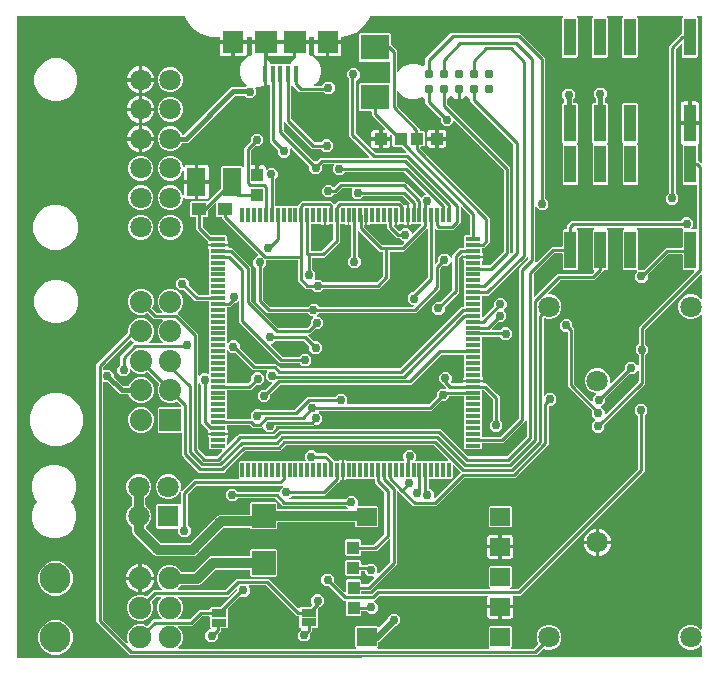
<source format=gbr>
G04 EAGLE Gerber RS-274X export*
G75*
%MOMM*%
%FSLAX34Y34*%
%LPD*%
%INTop Copper*%
%IPPOS*%
%AMOC8*
5,1,8,0,0,1.08239X$1,22.5*%
G01*
%ADD10R,1.000000X1.100000*%
%ADD11R,1.100000X1.000000*%
%ADD12R,1.600000X2.400000*%
%ADD13R,2.000000X2.000000*%
%ADD14R,0.400000X1.350000*%
%ADD15R,1.800000X1.900000*%
%ADD16R,1.900000X1.900000*%
%ADD17C,0.787400*%
%ADD18C,1.800000*%
%ADD19C,1.900000*%
%ADD20C,2.625000*%
%ADD21R,1.270000X0.635000*%
%ADD22R,1.000000X3.160000*%
%ADD23R,1.200000X1.000000*%
%ADD24R,1.800000X1.800000*%
%ADD25R,1.200000X0.300000*%
%ADD26R,0.300000X1.200000*%
%ADD27R,1.651000X1.524000*%
%ADD28R,2.400000X2.100000*%
%ADD29R,1.875000X1.875000*%
%ADD30C,1.875000*%
%ADD31C,0.254000*%
%ADD32C,0.756400*%
%ADD33C,0.812800*%
%ADD34C,0.609600*%
%ADD35C,0.406400*%

G36*
X589074Y9151D02*
X589074Y9151D01*
X589093Y9154D01*
X589112Y9152D01*
X589214Y9174D01*
X589317Y9191D01*
X589334Y9200D01*
X589353Y9204D01*
X589442Y9258D01*
X589534Y9307D01*
X589547Y9321D01*
X589564Y9331D01*
X589632Y9410D01*
X589703Y9485D01*
X589711Y9503D01*
X589724Y9518D01*
X589763Y9614D01*
X589806Y9708D01*
X589809Y9728D01*
X589816Y9746D01*
X589834Y9912D01*
X589834Y18312D01*
X589823Y18383D01*
X589821Y18455D01*
X589803Y18504D01*
X589795Y18555D01*
X589761Y18618D01*
X589736Y18686D01*
X589704Y18726D01*
X589679Y18772D01*
X589627Y18822D01*
X589583Y18878D01*
X589539Y18906D01*
X589501Y18942D01*
X589436Y18972D01*
X589376Y19011D01*
X589325Y19023D01*
X589278Y19045D01*
X589207Y19053D01*
X589137Y19071D01*
X589085Y19067D01*
X589034Y19072D01*
X588963Y19057D01*
X588892Y19052D01*
X588844Y19031D01*
X588793Y19020D01*
X588732Y18983D01*
X588666Y18955D01*
X588610Y18911D01*
X588582Y18894D01*
X588567Y18876D01*
X588535Y18851D01*
X586462Y16778D01*
X582593Y15175D01*
X578407Y15175D01*
X574538Y16778D01*
X571578Y19738D01*
X569975Y23607D01*
X569975Y27793D01*
X571578Y31662D01*
X574538Y34622D01*
X578407Y36225D01*
X582593Y36225D01*
X586462Y34622D01*
X588535Y32549D01*
X588593Y32508D01*
X588645Y32458D01*
X588692Y32436D01*
X588734Y32406D01*
X588803Y32385D01*
X588868Y32355D01*
X588920Y32349D01*
X588970Y32334D01*
X589041Y32335D01*
X589112Y32328D01*
X589163Y32339D01*
X589215Y32340D01*
X589283Y32365D01*
X589353Y32380D01*
X589398Y32407D01*
X589446Y32424D01*
X589502Y32469D01*
X589564Y32506D01*
X589598Y32546D01*
X589638Y32578D01*
X589677Y32638D01*
X589724Y32693D01*
X589743Y32741D01*
X589771Y32785D01*
X589789Y32854D01*
X589816Y32921D01*
X589824Y32992D01*
X589832Y33024D01*
X589830Y33047D01*
X589834Y33088D01*
X589834Y298312D01*
X589823Y298383D01*
X589821Y298455D01*
X589803Y298504D01*
X589795Y298555D01*
X589761Y298618D01*
X589736Y298686D01*
X589704Y298726D01*
X589679Y298772D01*
X589627Y298822D01*
X589583Y298878D01*
X589539Y298906D01*
X589501Y298942D01*
X589436Y298972D01*
X589376Y299011D01*
X589325Y299023D01*
X589278Y299045D01*
X589207Y299053D01*
X589137Y299071D01*
X589085Y299067D01*
X589034Y299072D01*
X588963Y299057D01*
X588892Y299052D01*
X588844Y299031D01*
X588793Y299020D01*
X588732Y298983D01*
X588666Y298955D01*
X588610Y298911D01*
X588582Y298894D01*
X588567Y298876D01*
X588535Y298851D01*
X586462Y296778D01*
X582593Y295175D01*
X578407Y295175D01*
X574538Y296778D01*
X571578Y299738D01*
X569975Y303607D01*
X569975Y307793D01*
X571578Y311662D01*
X574538Y314622D01*
X578407Y316225D01*
X582593Y316225D01*
X586462Y314622D01*
X588535Y312549D01*
X588593Y312508D01*
X588645Y312458D01*
X588692Y312436D01*
X588734Y312406D01*
X588803Y312385D01*
X588868Y312355D01*
X588920Y312349D01*
X588970Y312334D01*
X589041Y312335D01*
X589112Y312328D01*
X589163Y312339D01*
X589215Y312340D01*
X589283Y312365D01*
X589353Y312380D01*
X589398Y312407D01*
X589446Y312424D01*
X589502Y312469D01*
X589564Y312506D01*
X589598Y312546D01*
X589638Y312578D01*
X589677Y312638D01*
X589724Y312693D01*
X589743Y312741D01*
X589771Y312785D01*
X589789Y312854D01*
X589816Y312921D01*
X589824Y312992D01*
X589832Y313024D01*
X589830Y313047D01*
X589834Y313088D01*
X589834Y332295D01*
X589823Y332366D01*
X589821Y332438D01*
X589803Y332487D01*
X589795Y332538D01*
X589761Y332602D01*
X589736Y332669D01*
X589704Y332710D01*
X589679Y332756D01*
X589627Y332805D01*
X589583Y332861D01*
X589539Y332889D01*
X589501Y332925D01*
X589436Y332955D01*
X589376Y332994D01*
X589325Y333007D01*
X589278Y333029D01*
X589207Y333036D01*
X589137Y333054D01*
X589085Y333050D01*
X589034Y333056D01*
X588963Y333040D01*
X588892Y333035D01*
X588844Y333014D01*
X588793Y333003D01*
X588732Y332967D01*
X588666Y332939D01*
X588610Y332894D01*
X588582Y332877D01*
X588567Y332859D01*
X588535Y332834D01*
X542118Y286417D01*
X542065Y286343D01*
X542005Y286273D01*
X541993Y286243D01*
X541974Y286217D01*
X541947Y286130D01*
X541913Y286045D01*
X541909Y286004D01*
X541902Y285982D01*
X541903Y285950D01*
X541895Y285878D01*
X541895Y274525D01*
X541909Y274435D01*
X541917Y274344D01*
X541929Y274315D01*
X541934Y274283D01*
X541977Y274202D01*
X542013Y274118D01*
X542039Y274086D01*
X542050Y274065D01*
X542073Y274043D01*
X542118Y273987D01*
X544407Y271698D01*
X544407Y267302D01*
X542118Y265013D01*
X542065Y264939D01*
X542005Y264869D01*
X541993Y264839D01*
X541974Y264813D01*
X541947Y264726D01*
X541913Y264641D01*
X541909Y264600D01*
X541902Y264578D01*
X541903Y264546D01*
X541895Y264475D01*
X541895Y240242D01*
X507430Y205777D01*
X507377Y205703D01*
X507317Y205634D01*
X507305Y205604D01*
X507286Y205578D01*
X507259Y205491D01*
X507225Y205406D01*
X507221Y205365D01*
X507214Y205343D01*
X507215Y205310D01*
X507207Y205239D01*
X507207Y202302D01*
X504098Y199193D01*
X499702Y199193D01*
X496593Y202302D01*
X496593Y206698D01*
X499507Y209612D01*
X499518Y209628D01*
X499534Y209640D01*
X499590Y209728D01*
X499650Y209811D01*
X499656Y209830D01*
X499667Y209847D01*
X499692Y209948D01*
X499723Y210047D01*
X499722Y210066D01*
X499727Y210086D01*
X499719Y210189D01*
X499716Y210292D01*
X499710Y210311D01*
X499708Y210331D01*
X499668Y210426D01*
X499632Y210523D01*
X499619Y210539D01*
X499612Y210557D01*
X499507Y210688D01*
X496993Y213202D01*
X496993Y217139D01*
X496979Y217229D01*
X496971Y217320D01*
X496959Y217350D01*
X496954Y217382D01*
X496911Y217462D01*
X496875Y217546D01*
X496849Y217578D01*
X496838Y217599D01*
X496815Y217621D01*
X496770Y217677D01*
X476205Y238242D01*
X476205Y284008D01*
X476202Y284028D01*
X476204Y284047D01*
X476182Y284149D01*
X476166Y284251D01*
X476156Y284268D01*
X476152Y284288D01*
X476099Y284377D01*
X476050Y284468D01*
X476036Y284482D01*
X476026Y284499D01*
X475947Y284566D01*
X475872Y284638D01*
X475854Y284646D01*
X475839Y284659D01*
X475743Y284698D01*
X475649Y284741D01*
X475629Y284743D01*
X475611Y284751D01*
X475444Y284769D01*
X472802Y284769D01*
X469693Y287878D01*
X469693Y292274D01*
X472802Y295383D01*
X477198Y295383D01*
X480307Y292274D01*
X480307Y289037D01*
X480321Y288947D01*
X480329Y288856D01*
X480341Y288826D01*
X480346Y288794D01*
X480389Y288714D01*
X480425Y288630D01*
X480451Y288598D01*
X480462Y288577D01*
X480485Y288555D01*
X480530Y288499D01*
X481795Y287234D01*
X481795Y240873D01*
X481809Y240783D01*
X481817Y240692D01*
X481829Y240662D01*
X481834Y240630D01*
X481877Y240550D01*
X481913Y240466D01*
X481939Y240434D01*
X481950Y240413D01*
X481973Y240391D01*
X482018Y240335D01*
X496394Y225959D01*
X496452Y225917D01*
X496504Y225867D01*
X496551Y225845D01*
X496593Y225815D01*
X496662Y225794D01*
X496727Y225764D01*
X496779Y225758D01*
X496829Y225743D01*
X496900Y225745D01*
X496971Y225737D01*
X497022Y225748D01*
X497074Y225749D01*
X497142Y225774D01*
X497212Y225789D01*
X497257Y225816D01*
X497305Y225834D01*
X497361Y225878D01*
X497423Y225915D01*
X497457Y225955D01*
X497497Y225987D01*
X497536Y226048D01*
X497583Y226102D01*
X497602Y226150D01*
X497630Y226194D01*
X497648Y226264D01*
X497675Y226330D01*
X497683Y226402D01*
X497691Y226433D01*
X497689Y226456D01*
X497693Y226497D01*
X497693Y229198D01*
X499871Y231376D01*
X499913Y231434D01*
X499962Y231486D01*
X499984Y231533D01*
X500014Y231575D01*
X500036Y231644D01*
X500066Y231709D01*
X500071Y231761D01*
X500087Y231811D01*
X500085Y231882D01*
X500093Y231953D01*
X500082Y232004D01*
X500080Y232056D01*
X500056Y232124D01*
X500041Y232194D01*
X500014Y232239D01*
X499996Y232287D01*
X499951Y232343D01*
X499914Y232405D01*
X499875Y232439D01*
X499842Y232479D01*
X499782Y232518D01*
X499727Y232565D01*
X499679Y232584D01*
X499635Y232612D01*
X499566Y232630D01*
X499499Y232657D01*
X499433Y232664D01*
X495538Y234278D01*
X492578Y237238D01*
X490975Y241107D01*
X490975Y245293D01*
X492578Y249162D01*
X495538Y252122D01*
X499407Y253725D01*
X503593Y253725D01*
X507462Y252122D01*
X510422Y249162D01*
X512025Y245293D01*
X512025Y241815D01*
X512036Y241744D01*
X512038Y241672D01*
X512056Y241623D01*
X512064Y241572D01*
X512098Y241509D01*
X512123Y241441D01*
X512155Y241401D01*
X512180Y241355D01*
X512232Y241305D01*
X512276Y241249D01*
X512320Y241221D01*
X512358Y241185D01*
X512423Y241155D01*
X512483Y241116D01*
X512534Y241104D01*
X512581Y241082D01*
X512652Y241074D01*
X512722Y241056D01*
X512774Y241060D01*
X512825Y241055D01*
X512896Y241070D01*
X512967Y241075D01*
X513015Y241096D01*
X513066Y241107D01*
X513127Y241144D01*
X513193Y241172D01*
X513249Y241217D01*
X513277Y241233D01*
X513292Y241251D01*
X513324Y241277D01*
X524470Y252423D01*
X524523Y252497D01*
X524583Y252566D01*
X524595Y252596D01*
X524614Y252622D01*
X524641Y252709D01*
X524675Y252794D01*
X524679Y252835D01*
X524686Y252857D01*
X524685Y252890D01*
X524693Y252961D01*
X524693Y256198D01*
X527802Y259307D01*
X532198Y259307D01*
X535006Y256499D01*
X535064Y256457D01*
X535116Y256408D01*
X535163Y256386D01*
X535205Y256356D01*
X535274Y256334D01*
X535339Y256304D01*
X535391Y256299D01*
X535441Y256283D01*
X535512Y256285D01*
X535583Y256277D01*
X535634Y256288D01*
X535686Y256290D01*
X535754Y256314D01*
X535824Y256329D01*
X535869Y256356D01*
X535917Y256374D01*
X535973Y256419D01*
X536035Y256456D01*
X536069Y256495D01*
X536109Y256528D01*
X536148Y256588D01*
X536195Y256643D01*
X536214Y256691D01*
X536242Y256735D01*
X536260Y256804D01*
X536287Y256871D01*
X536295Y256942D01*
X536303Y256973D01*
X536301Y256996D01*
X536305Y257037D01*
X536305Y264475D01*
X536291Y264565D01*
X536283Y264656D01*
X536271Y264685D01*
X536266Y264717D01*
X536223Y264798D01*
X536187Y264882D01*
X536161Y264914D01*
X536150Y264935D01*
X536127Y264957D01*
X536082Y265013D01*
X533793Y267302D01*
X533793Y271698D01*
X536082Y273987D01*
X536135Y274061D01*
X536195Y274131D01*
X536207Y274161D01*
X536226Y274187D01*
X536253Y274274D01*
X536287Y274359D01*
X536291Y274400D01*
X536298Y274422D01*
X536297Y274454D01*
X536305Y274525D01*
X536305Y288509D01*
X583072Y335276D01*
X583114Y335334D01*
X583163Y335386D01*
X583185Y335433D01*
X583216Y335475D01*
X583237Y335544D01*
X583267Y335609D01*
X583273Y335661D01*
X583288Y335711D01*
X583286Y335782D01*
X583294Y335853D01*
X583283Y335904D01*
X583282Y335956D01*
X583257Y336024D01*
X583242Y336094D01*
X583215Y336139D01*
X583197Y336187D01*
X583152Y336243D01*
X583116Y336305D01*
X583076Y336339D01*
X583043Y336379D01*
X582983Y336418D01*
X582929Y336465D01*
X582880Y336484D01*
X582837Y336512D01*
X582767Y336530D01*
X582701Y336557D01*
X582629Y336565D01*
X582598Y336573D01*
X582575Y336571D01*
X582534Y336575D01*
X574468Y336575D01*
X573575Y337468D01*
X573575Y349444D01*
X573574Y349454D01*
X573574Y349460D01*
X573572Y349468D01*
X573574Y349483D01*
X573552Y349585D01*
X573536Y349687D01*
X573526Y349704D01*
X573522Y349724D01*
X573469Y349813D01*
X573420Y349904D01*
X573406Y349918D01*
X573396Y349935D01*
X573317Y350002D01*
X573242Y350074D01*
X573224Y350082D01*
X573209Y350095D01*
X573113Y350134D01*
X573019Y350177D01*
X572999Y350179D01*
X572981Y350187D01*
X572814Y350205D01*
X562073Y350205D01*
X561983Y350191D01*
X561892Y350183D01*
X561862Y350171D01*
X561830Y350166D01*
X561750Y350123D01*
X561666Y350087D01*
X561634Y350061D01*
X561613Y350050D01*
X561592Y350028D01*
X561589Y350027D01*
X561586Y350023D01*
X561535Y349982D01*
X544330Y332777D01*
X544277Y332703D01*
X544217Y332634D01*
X544205Y332604D01*
X544186Y332578D01*
X544159Y332491D01*
X544125Y332406D01*
X544121Y332365D01*
X544114Y332343D01*
X544115Y332310D01*
X544107Y332239D01*
X544107Y329302D01*
X540998Y326193D01*
X536602Y326193D01*
X533493Y329302D01*
X533493Y333698D01*
X535071Y335276D01*
X535113Y335334D01*
X535162Y335386D01*
X535184Y335433D01*
X535214Y335475D01*
X535236Y335544D01*
X535266Y335609D01*
X535271Y335661D01*
X535287Y335711D01*
X535285Y335782D01*
X535293Y335853D01*
X535282Y335904D01*
X535280Y335956D01*
X535256Y336024D01*
X535241Y336094D01*
X535214Y336139D01*
X535196Y336187D01*
X535151Y336243D01*
X535114Y336305D01*
X535075Y336339D01*
X535042Y336379D01*
X534982Y336418D01*
X534927Y336465D01*
X534879Y336484D01*
X534835Y336512D01*
X534766Y336530D01*
X534699Y336557D01*
X534628Y336565D01*
X534597Y336573D01*
X534574Y336571D01*
X534533Y336575D01*
X523668Y336575D01*
X522775Y337468D01*
X522775Y370332D01*
X523749Y371306D01*
X523791Y371364D01*
X523841Y371416D01*
X523863Y371463D01*
X523893Y371505D01*
X523914Y371574D01*
X523944Y371639D01*
X523950Y371691D01*
X523965Y371741D01*
X523963Y371812D01*
X523971Y371883D01*
X523960Y371934D01*
X523959Y371986D01*
X523934Y372054D01*
X523919Y372124D01*
X523892Y372169D01*
X523875Y372217D01*
X523830Y372273D01*
X523793Y372335D01*
X523753Y372369D01*
X523721Y372409D01*
X523661Y372448D01*
X523606Y372495D01*
X523558Y372514D01*
X523514Y372542D01*
X523444Y372560D01*
X523378Y372587D01*
X523307Y372595D01*
X523275Y372603D01*
X523252Y372601D01*
X523211Y372605D01*
X509989Y372605D01*
X509918Y372594D01*
X509846Y372592D01*
X509797Y372574D01*
X509746Y372566D01*
X509683Y372532D01*
X509615Y372507D01*
X509575Y372475D01*
X509529Y372450D01*
X509479Y372398D01*
X509423Y372354D01*
X509395Y372310D01*
X509359Y372272D01*
X509329Y372207D01*
X509290Y372147D01*
X509278Y372096D01*
X509256Y372049D01*
X509248Y371978D01*
X509230Y371908D01*
X509234Y371856D01*
X509229Y371805D01*
X509244Y371734D01*
X509249Y371663D01*
X509270Y371615D01*
X509281Y371564D01*
X509318Y371503D01*
X509346Y371437D01*
X509391Y371381D01*
X509407Y371353D01*
X509425Y371338D01*
X509451Y371306D01*
X510425Y370332D01*
X510425Y337468D01*
X509532Y336575D01*
X507456Y336575D01*
X507436Y336572D01*
X507417Y336574D01*
X507315Y336552D01*
X507213Y336536D01*
X507196Y336526D01*
X507176Y336522D01*
X507087Y336469D01*
X506996Y336420D01*
X506982Y336406D01*
X506965Y336396D01*
X506898Y336317D01*
X506826Y336242D01*
X506818Y336224D01*
X506805Y336209D01*
X506766Y336113D01*
X506723Y336019D01*
X506721Y335999D01*
X506713Y335981D01*
X506711Y335958D01*
X498752Y327999D01*
X470388Y327999D01*
X470298Y327985D01*
X470207Y327977D01*
X470177Y327965D01*
X470145Y327960D01*
X470064Y327917D01*
X469980Y327881D01*
X469948Y327855D01*
X469928Y327844D01*
X469905Y327821D01*
X469849Y327776D01*
X459597Y317524D01*
X459556Y317466D01*
X459506Y317414D01*
X459484Y317367D01*
X459454Y317325D01*
X459433Y317256D01*
X459403Y317191D01*
X459397Y317139D01*
X459381Y317089D01*
X459383Y317018D01*
X459375Y316947D01*
X459386Y316896D01*
X459388Y316844D01*
X459412Y316776D01*
X459428Y316706D01*
X459454Y316661D01*
X459472Y316613D01*
X459517Y316557D01*
X459554Y316495D01*
X459593Y316461D01*
X459626Y316421D01*
X459686Y316382D01*
X459741Y316335D01*
X459789Y316316D01*
X459833Y316288D01*
X459902Y316270D01*
X459969Y316243D01*
X460040Y316235D01*
X460071Y316227D01*
X460095Y316229D01*
X460136Y316225D01*
X462593Y316225D01*
X466462Y314622D01*
X469422Y311662D01*
X471025Y307793D01*
X471025Y303607D01*
X469422Y299738D01*
X466462Y296778D01*
X462593Y295175D01*
X458407Y295175D01*
X456947Y295780D01*
X456903Y295790D01*
X456861Y295810D01*
X456784Y295818D01*
X456708Y295836D01*
X456662Y295832D01*
X456617Y295837D01*
X456540Y295820D01*
X456463Y295813D01*
X456421Y295794D01*
X456376Y295784D01*
X456309Y295744D01*
X456238Y295713D01*
X456204Y295682D01*
X456165Y295658D01*
X456114Y295599D01*
X456057Y295546D01*
X456035Y295506D01*
X456005Y295471D01*
X455976Y295399D01*
X455939Y295331D01*
X455930Y295286D01*
X455913Y295243D01*
X455898Y295107D01*
X455895Y295089D01*
X455896Y295084D01*
X455895Y295076D01*
X455895Y231161D01*
X455906Y231091D01*
X455908Y231019D01*
X455926Y230970D01*
X455934Y230919D01*
X455968Y230855D01*
X455993Y230788D01*
X456025Y230747D01*
X456050Y230701D01*
X456102Y230652D01*
X456146Y230596D01*
X456190Y230568D01*
X456228Y230532D01*
X456293Y230502D01*
X456353Y230463D01*
X456404Y230450D01*
X456451Y230428D01*
X456522Y230420D01*
X456592Y230403D01*
X456644Y230407D01*
X456695Y230401D01*
X456766Y230416D01*
X456837Y230422D01*
X456885Y230442D01*
X456936Y230453D01*
X456997Y230490D01*
X457063Y230518D01*
X457119Y230563D01*
X457147Y230580D01*
X457162Y230597D01*
X457194Y230623D01*
X459278Y232707D01*
X463674Y232707D01*
X466783Y229598D01*
X466783Y225202D01*
X463674Y222093D01*
X460856Y222093D01*
X460836Y222090D01*
X460817Y222092D01*
X460715Y222070D01*
X460613Y222054D01*
X460596Y222044D01*
X460576Y222040D01*
X460487Y221987D01*
X460396Y221938D01*
X460382Y221924D01*
X460365Y221914D01*
X460298Y221835D01*
X460226Y221760D01*
X460218Y221742D01*
X460205Y221727D01*
X460166Y221631D01*
X460123Y221537D01*
X460121Y221517D01*
X460113Y221499D01*
X460095Y221332D01*
X460095Y188895D01*
X431888Y160689D01*
X389456Y160689D01*
X389366Y160674D01*
X389275Y160667D01*
X389246Y160654D01*
X389214Y160649D01*
X389133Y160606D01*
X389049Y160570D01*
X389017Y160545D01*
X388996Y160534D01*
X388974Y160510D01*
X388918Y160466D01*
X365234Y136781D01*
X345595Y136781D01*
X343735Y138641D01*
X334430Y147947D01*
X332994Y149382D01*
X332936Y149424D01*
X332884Y149473D01*
X332837Y149495D01*
X332795Y149526D01*
X332726Y149547D01*
X332661Y149577D01*
X332609Y149583D01*
X332559Y149598D01*
X332488Y149596D01*
X332417Y149604D01*
X332366Y149593D01*
X332314Y149592D01*
X332246Y149567D01*
X332176Y149552D01*
X332131Y149525D01*
X332083Y149507D01*
X332027Y149462D01*
X331965Y149426D01*
X331931Y149386D01*
X331891Y149353D01*
X331852Y149293D01*
X331805Y149239D01*
X331786Y149190D01*
X331758Y149147D01*
X331740Y149077D01*
X331713Y149011D01*
X331705Y148939D01*
X331697Y148908D01*
X331699Y148885D01*
X331695Y148844D01*
X331695Y87642D01*
X309158Y65105D01*
X302286Y65105D01*
X302266Y65102D01*
X302247Y65104D01*
X302145Y65082D01*
X302043Y65066D01*
X302026Y65056D01*
X302006Y65052D01*
X301917Y64999D01*
X301826Y64950D01*
X301812Y64936D01*
X301795Y64926D01*
X301728Y64847D01*
X301656Y64772D01*
X301648Y64754D01*
X301635Y64739D01*
X301596Y64643D01*
X301553Y64549D01*
X301551Y64529D01*
X301543Y64511D01*
X301525Y64344D01*
X301525Y63162D01*
X301526Y63154D01*
X301526Y63151D01*
X301528Y63141D01*
X301526Y63123D01*
X301548Y63021D01*
X301564Y62919D01*
X301574Y62902D01*
X301578Y62882D01*
X301631Y62793D01*
X301680Y62702D01*
X301694Y62688D01*
X301704Y62671D01*
X301783Y62604D01*
X301858Y62532D01*
X301876Y62524D01*
X301891Y62511D01*
X301987Y62472D01*
X302081Y62429D01*
X302101Y62427D01*
X302119Y62419D01*
X302286Y62401D01*
X309880Y62401D01*
X309971Y62415D01*
X310061Y62423D01*
X310091Y62435D01*
X310123Y62440D01*
X310204Y62483D01*
X310288Y62519D01*
X310320Y62545D01*
X310341Y62556D01*
X310363Y62579D01*
X310419Y62624D01*
X314540Y66745D01*
X409716Y66745D01*
X409787Y66756D01*
X409859Y66758D01*
X409908Y66776D01*
X409959Y66784D01*
X410022Y66818D01*
X410090Y66843D01*
X410130Y66875D01*
X410176Y66900D01*
X410226Y66952D01*
X410282Y66996D01*
X410310Y67040D01*
X410346Y67078D01*
X410376Y67143D01*
X410415Y67203D01*
X410427Y67254D01*
X410449Y67301D01*
X410457Y67372D01*
X410475Y67442D01*
X410471Y67494D01*
X410476Y67545D01*
X410461Y67616D01*
X410456Y67687D01*
X410435Y67735D01*
X410424Y67786D01*
X410387Y67847D01*
X410359Y67913D01*
X410314Y67969D01*
X410298Y67997D01*
X410280Y68012D01*
X410254Y68044D01*
X409350Y68948D01*
X409350Y85452D01*
X410243Y86345D01*
X428017Y86345D01*
X428910Y85452D01*
X428910Y68948D01*
X428006Y68044D01*
X427964Y67986D01*
X427914Y67934D01*
X427892Y67887D01*
X427862Y67845D01*
X427841Y67776D01*
X427811Y67711D01*
X427805Y67659D01*
X427790Y67609D01*
X427792Y67538D01*
X427784Y67467D01*
X427795Y67416D01*
X427796Y67364D01*
X427821Y67296D01*
X427836Y67226D01*
X427863Y67181D01*
X427880Y67133D01*
X427925Y67077D01*
X427962Y67015D01*
X428002Y66981D01*
X428034Y66941D01*
X428094Y66902D01*
X428149Y66855D01*
X428197Y66836D01*
X428241Y66808D01*
X428311Y66790D01*
X428377Y66763D01*
X428448Y66755D01*
X428480Y66747D01*
X428503Y66749D01*
X428544Y66745D01*
X433677Y66745D01*
X433767Y66759D01*
X433858Y66767D01*
X433888Y66779D01*
X433920Y66784D01*
X434000Y66827D01*
X434084Y66863D01*
X434116Y66889D01*
X434137Y66900D01*
X434159Y66923D01*
X434215Y66968D01*
X535682Y168435D01*
X535735Y168509D01*
X535795Y168578D01*
X535807Y168608D01*
X535826Y168634D01*
X535853Y168721D01*
X535887Y168806D01*
X535891Y168847D01*
X535898Y168869D01*
X535897Y168902D01*
X535905Y168973D01*
X535905Y212975D01*
X535891Y213065D01*
X535883Y213156D01*
X535871Y213185D01*
X535866Y213217D01*
X535823Y213298D01*
X535787Y213382D01*
X535761Y213414D01*
X535750Y213435D01*
X535727Y213457D01*
X535682Y213513D01*
X533093Y216102D01*
X533093Y220498D01*
X536202Y223607D01*
X540598Y223607D01*
X543707Y220498D01*
X543707Y216102D01*
X541718Y214113D01*
X541665Y214039D01*
X541605Y213969D01*
X541593Y213939D01*
X541574Y213913D01*
X541547Y213826D01*
X541513Y213741D01*
X541509Y213700D01*
X541502Y213678D01*
X541503Y213646D01*
X541495Y213575D01*
X541495Y166342D01*
X436308Y61155D01*
X430542Y61155D01*
X430426Y61136D01*
X430308Y61118D01*
X430304Y61116D01*
X430300Y61116D01*
X430194Y61060D01*
X430089Y61005D01*
X430086Y61002D01*
X430082Y61000D01*
X430000Y60913D01*
X429918Y60829D01*
X429916Y60825D01*
X429913Y60822D01*
X429863Y60714D01*
X429812Y60607D01*
X429811Y60603D01*
X429809Y60599D01*
X429796Y60481D01*
X429782Y60363D01*
X429783Y60358D01*
X429782Y60355D01*
X429785Y60341D01*
X429807Y60197D01*
X429926Y59754D01*
X429926Y53323D01*
X419892Y53323D01*
X419872Y53320D01*
X419853Y53322D01*
X419751Y53300D01*
X419649Y53283D01*
X419632Y53274D01*
X419612Y53270D01*
X419523Y53217D01*
X419432Y53168D01*
X419418Y53154D01*
X419401Y53144D01*
X419334Y53065D01*
X419263Y52990D01*
X419254Y52972D01*
X419241Y52957D01*
X419202Y52861D01*
X419159Y52767D01*
X419157Y52747D01*
X419149Y52729D01*
X419131Y52562D01*
X419131Y51799D01*
X419129Y51799D01*
X419129Y52562D01*
X419128Y52570D01*
X419128Y52572D01*
X419126Y52582D01*
X419128Y52601D01*
X419106Y52703D01*
X419089Y52805D01*
X419080Y52822D01*
X419076Y52842D01*
X419023Y52931D01*
X418974Y53022D01*
X418960Y53036D01*
X418950Y53053D01*
X418871Y53120D01*
X418796Y53191D01*
X418778Y53200D01*
X418763Y53213D01*
X418667Y53252D01*
X418573Y53295D01*
X418553Y53297D01*
X418535Y53305D01*
X418368Y53323D01*
X408334Y53323D01*
X408334Y59754D01*
X408453Y60197D01*
X408465Y60316D01*
X408478Y60433D01*
X408477Y60438D01*
X408477Y60442D01*
X408451Y60558D01*
X408426Y60674D01*
X408423Y60677D01*
X408422Y60681D01*
X408360Y60784D01*
X408299Y60885D01*
X408296Y60888D01*
X408294Y60891D01*
X408203Y60968D01*
X408112Y61045D01*
X408109Y61046D01*
X408105Y61049D01*
X407995Y61092D01*
X407884Y61137D01*
X407879Y61137D01*
X407876Y61139D01*
X407863Y61139D01*
X407718Y61155D01*
X317170Y61155D01*
X317080Y61141D01*
X316989Y61133D01*
X316960Y61121D01*
X316928Y61116D01*
X316847Y61073D01*
X316763Y61037D01*
X316731Y61011D01*
X316710Y61000D01*
X316688Y60977D01*
X316632Y60932D01*
X314371Y58671D01*
X312841Y57141D01*
X312829Y57125D01*
X312813Y57112D01*
X312757Y57025D01*
X312697Y56941D01*
X312691Y56922D01*
X312680Y56905D01*
X312655Y56805D01*
X312625Y56706D01*
X312625Y56686D01*
X312620Y56667D01*
X312628Y56564D01*
X312631Y56460D01*
X312638Y56441D01*
X312639Y56422D01*
X312680Y56327D01*
X312715Y56229D01*
X312728Y56213D01*
X312736Y56195D01*
X312841Y56064D01*
X315407Y53498D01*
X315407Y49102D01*
X312298Y45993D01*
X307902Y45993D01*
X306013Y47882D01*
X305939Y47935D01*
X305869Y47995D01*
X305839Y48007D01*
X305813Y48026D01*
X305726Y48053D01*
X305641Y48087D01*
X305600Y48091D01*
X305578Y48098D01*
X305546Y48097D01*
X305475Y48105D01*
X302286Y48105D01*
X302266Y48102D01*
X302247Y48104D01*
X302145Y48082D01*
X302043Y48066D01*
X302026Y48056D01*
X302006Y48052D01*
X301917Y47999D01*
X301826Y47950D01*
X301812Y47936D01*
X301795Y47926D01*
X301728Y47847D01*
X301656Y47772D01*
X301648Y47754D01*
X301635Y47739D01*
X301596Y47643D01*
X301553Y47549D01*
X301551Y47529D01*
X301543Y47511D01*
X301525Y47344D01*
X301525Y44768D01*
X300632Y43875D01*
X289368Y43875D01*
X288475Y44768D01*
X288475Y56050D01*
X288472Y56070D01*
X288474Y56089D01*
X288452Y56191D01*
X288436Y56293D01*
X288426Y56310D01*
X288422Y56330D01*
X288369Y56419D01*
X288320Y56510D01*
X288306Y56524D01*
X288296Y56541D01*
X288217Y56608D01*
X288142Y56680D01*
X288124Y56688D01*
X288109Y56701D01*
X288013Y56740D01*
X287919Y56783D01*
X287899Y56785D01*
X287881Y56793D01*
X287714Y56811D01*
X286536Y56811D01*
X274577Y68770D01*
X274503Y68823D01*
X274434Y68883D01*
X274404Y68895D01*
X274378Y68914D01*
X274291Y68941D01*
X274206Y68975D01*
X274165Y68979D01*
X274143Y68986D01*
X274110Y68985D01*
X274039Y68993D01*
X270802Y68993D01*
X267693Y72102D01*
X267693Y76498D01*
X270802Y79607D01*
X275198Y79607D01*
X278307Y76498D01*
X278307Y73261D01*
X278321Y73171D01*
X278329Y73080D01*
X278341Y73050D01*
X278346Y73018D01*
X278389Y72938D01*
X278425Y72854D01*
X278451Y72822D01*
X278462Y72801D01*
X278485Y72779D01*
X278530Y72723D01*
X287176Y64077D01*
X287234Y64035D01*
X287286Y63985D01*
X287333Y63963D01*
X287375Y63933D01*
X287444Y63912D01*
X287509Y63882D01*
X287561Y63876D01*
X287611Y63861D01*
X287682Y63863D01*
X287753Y63855D01*
X287804Y63866D01*
X287856Y63867D01*
X287924Y63892D01*
X287994Y63907D01*
X288039Y63934D01*
X288087Y63952D01*
X288143Y63996D01*
X288205Y64033D01*
X288239Y64073D01*
X288279Y64105D01*
X288318Y64166D01*
X288365Y64220D01*
X288384Y64268D01*
X288412Y64312D01*
X288430Y64382D01*
X288457Y64448D01*
X288465Y64520D01*
X288473Y64551D01*
X288471Y64574D01*
X288475Y64615D01*
X288475Y74032D01*
X289368Y74925D01*
X300632Y74925D01*
X301525Y74032D01*
X301525Y71456D01*
X301528Y71436D01*
X301526Y71417D01*
X301548Y71315D01*
X301564Y71213D01*
X301574Y71196D01*
X301578Y71176D01*
X301631Y71087D01*
X301680Y70996D01*
X301694Y70982D01*
X301704Y70965D01*
X301783Y70898D01*
X301858Y70826D01*
X301876Y70818D01*
X301891Y70805D01*
X301987Y70766D01*
X302081Y70723D01*
X302101Y70721D01*
X302119Y70713D01*
X302286Y70695D01*
X306527Y70695D01*
X306617Y70709D01*
X306708Y70717D01*
X306738Y70729D01*
X306770Y70734D01*
X306850Y70777D01*
X306934Y70813D01*
X306966Y70839D01*
X306987Y70850D01*
X307009Y70873D01*
X307065Y70918D01*
X312193Y76046D01*
X312235Y76104D01*
X312285Y76156D01*
X312306Y76203D01*
X312337Y76245D01*
X312358Y76314D01*
X312388Y76379D01*
X312394Y76431D01*
X312409Y76480D01*
X312407Y76552D01*
X312415Y76623D01*
X312404Y76674D01*
X312403Y76726D01*
X312378Y76794D01*
X312363Y76864D01*
X312336Y76908D01*
X312318Y76957D01*
X312274Y77013D01*
X312237Y77075D01*
X312197Y77109D01*
X312165Y77149D01*
X312104Y77188D01*
X312050Y77235D01*
X312002Y77254D01*
X311958Y77282D01*
X311888Y77300D01*
X311822Y77327D01*
X311750Y77335D01*
X311719Y77342D01*
X311696Y77341D01*
X311655Y77345D01*
X307650Y77345D01*
X304541Y80454D01*
X304541Y81144D01*
X304538Y81164D01*
X304540Y81183D01*
X304518Y81285D01*
X304502Y81387D01*
X304492Y81404D01*
X304488Y81424D01*
X304435Y81513D01*
X304387Y81604D01*
X304372Y81618D01*
X304362Y81635D01*
X304283Y81702D01*
X304208Y81774D01*
X304190Y81782D01*
X304175Y81795D01*
X304079Y81834D01*
X303985Y81877D01*
X303965Y81879D01*
X303947Y81887D01*
X303780Y81905D01*
X301986Y81905D01*
X301966Y81902D01*
X301947Y81904D01*
X301845Y81882D01*
X301743Y81866D01*
X301726Y81856D01*
X301706Y81852D01*
X301617Y81799D01*
X301526Y81750D01*
X301512Y81736D01*
X301495Y81726D01*
X301428Y81647D01*
X301356Y81572D01*
X301348Y81554D01*
X301335Y81539D01*
X301296Y81443D01*
X301253Y81349D01*
X301251Y81329D01*
X301243Y81311D01*
X301225Y81144D01*
X301225Y78568D01*
X300332Y77675D01*
X289068Y77675D01*
X288175Y78568D01*
X288175Y90832D01*
X289068Y91725D01*
X300332Y91725D01*
X301225Y90832D01*
X301225Y88256D01*
X301228Y88236D01*
X301226Y88217D01*
X301248Y88115D01*
X301264Y88013D01*
X301274Y87996D01*
X301278Y87976D01*
X301331Y87887D01*
X301380Y87796D01*
X301394Y87782D01*
X301404Y87765D01*
X301483Y87698D01*
X301558Y87626D01*
X301576Y87618D01*
X301591Y87605D01*
X301687Y87566D01*
X301781Y87523D01*
X301801Y87521D01*
X301819Y87513D01*
X301986Y87495D01*
X306871Y87495D01*
X306961Y87509D01*
X307052Y87517D01*
X307082Y87529D01*
X307113Y87534D01*
X307194Y87577D01*
X307278Y87613D01*
X307310Y87639D01*
X307331Y87650D01*
X307353Y87673D01*
X307409Y87718D01*
X307650Y87959D01*
X312046Y87959D01*
X315155Y84850D01*
X315155Y80845D01*
X315166Y80774D01*
X315168Y80703D01*
X315186Y80654D01*
X315195Y80602D01*
X315228Y80539D01*
X315253Y80472D01*
X315285Y80431D01*
X315310Y80385D01*
X315362Y80336D01*
X315406Y80280D01*
X315450Y80251D01*
X315488Y80215D01*
X315553Y80185D01*
X315613Y80147D01*
X315664Y80134D01*
X315711Y80112D01*
X315782Y80104D01*
X315852Y80086D01*
X315904Y80091D01*
X315956Y80085D01*
X316026Y80100D01*
X316097Y80106D01*
X316145Y80126D01*
X316196Y80137D01*
X316258Y80174D01*
X316323Y80202D01*
X316379Y80247D01*
X316407Y80263D01*
X316422Y80281D01*
X316454Y80307D01*
X325882Y89735D01*
X325935Y89809D01*
X325995Y89878D01*
X326007Y89908D01*
X326026Y89934D01*
X326053Y90021D01*
X326087Y90106D01*
X326091Y90147D01*
X326098Y90169D01*
X326097Y90202D01*
X326105Y90273D01*
X326105Y108415D01*
X326094Y108486D01*
X326092Y108558D01*
X326074Y108607D01*
X326066Y108658D01*
X326032Y108721D01*
X326007Y108789D01*
X325975Y108829D01*
X325950Y108875D01*
X325898Y108925D01*
X325854Y108981D01*
X325810Y109009D01*
X325772Y109045D01*
X325707Y109075D01*
X325647Y109114D01*
X325596Y109126D01*
X325549Y109148D01*
X325478Y109156D01*
X325408Y109174D01*
X325356Y109170D01*
X325305Y109175D01*
X325234Y109160D01*
X325163Y109155D01*
X325115Y109134D01*
X325064Y109123D01*
X325003Y109086D01*
X324937Y109058D01*
X324881Y109013D01*
X324853Y108997D01*
X324838Y108979D01*
X324806Y108953D01*
X314558Y98705D01*
X301986Y98705D01*
X301966Y98702D01*
X301947Y98704D01*
X301845Y98682D01*
X301743Y98666D01*
X301726Y98656D01*
X301706Y98652D01*
X301617Y98599D01*
X301526Y98550D01*
X301512Y98536D01*
X301495Y98526D01*
X301428Y98447D01*
X301356Y98372D01*
X301348Y98354D01*
X301335Y98339D01*
X301296Y98243D01*
X301253Y98149D01*
X301251Y98129D01*
X301243Y98111D01*
X301225Y97944D01*
X301225Y95568D01*
X300332Y94675D01*
X289068Y94675D01*
X288175Y95568D01*
X288175Y107832D01*
X289068Y108725D01*
X300332Y108725D01*
X301225Y107832D01*
X301225Y105056D01*
X301228Y105038D01*
X301226Y105020D01*
X301226Y105019D01*
X301226Y105017D01*
X301248Y104915D01*
X301264Y104813D01*
X301274Y104796D01*
X301278Y104776D01*
X301331Y104687D01*
X301380Y104596D01*
X301394Y104582D01*
X301404Y104565D01*
X301483Y104498D01*
X301558Y104426D01*
X301576Y104418D01*
X301591Y104405D01*
X301687Y104366D01*
X301781Y104323D01*
X301801Y104321D01*
X301819Y104313D01*
X301986Y104295D01*
X311927Y104295D01*
X312017Y104309D01*
X312108Y104317D01*
X312138Y104329D01*
X312170Y104334D01*
X312250Y104377D01*
X312334Y104413D01*
X312366Y104439D01*
X312387Y104450D01*
X312390Y104452D01*
X312390Y104453D01*
X312410Y104473D01*
X312465Y104518D01*
X320882Y112935D01*
X320930Y113002D01*
X320933Y113005D01*
X320935Y113008D01*
X320935Y113009D01*
X320995Y113078D01*
X321007Y113108D01*
X321026Y113134D01*
X321053Y113221D01*
X321087Y113306D01*
X321091Y113347D01*
X321098Y113369D01*
X321097Y113402D01*
X321105Y113473D01*
X321105Y148427D01*
X321091Y148517D01*
X321083Y148608D01*
X321071Y148638D01*
X321066Y148670D01*
X321023Y148750D01*
X320987Y148834D01*
X320961Y148866D01*
X320950Y148887D01*
X320927Y148909D01*
X320905Y148936D01*
X320903Y148941D01*
X320899Y148944D01*
X320882Y148965D01*
X312995Y156852D01*
X312995Y159304D01*
X312992Y159324D01*
X312994Y159343D01*
X312972Y159445D01*
X312956Y159547D01*
X312946Y159564D01*
X312942Y159584D01*
X312889Y159673D01*
X312840Y159764D01*
X312826Y159778D01*
X312816Y159795D01*
X312737Y159862D01*
X312662Y159934D01*
X312644Y159942D01*
X312629Y159955D01*
X312533Y159994D01*
X312439Y160037D01*
X312419Y160039D01*
X312401Y160047D01*
X312234Y160065D01*
X308554Y160065D01*
X308492Y160081D01*
X308393Y160111D01*
X308373Y160111D01*
X308354Y160116D01*
X308251Y160108D01*
X308148Y160105D01*
X308129Y160098D01*
X308109Y160097D01*
X308035Y160065D01*
X303554Y160065D01*
X303492Y160081D01*
X303393Y160111D01*
X303373Y160111D01*
X303354Y160116D01*
X303251Y160108D01*
X303148Y160105D01*
X303129Y160098D01*
X303109Y160097D01*
X303035Y160065D01*
X298554Y160065D01*
X298492Y160081D01*
X298393Y160111D01*
X298373Y160111D01*
X298354Y160116D01*
X298251Y160108D01*
X298148Y160105D01*
X298129Y160098D01*
X298109Y160097D01*
X298035Y160065D01*
X293554Y160065D01*
X293492Y160081D01*
X293393Y160111D01*
X293373Y160111D01*
X293354Y160116D01*
X293251Y160108D01*
X293148Y160105D01*
X293129Y160098D01*
X293109Y160097D01*
X293035Y160065D01*
X289674Y160065D01*
X289584Y160051D01*
X289493Y160043D01*
X289463Y160031D01*
X289431Y160026D01*
X289350Y159983D01*
X289266Y159947D01*
X289234Y159921D01*
X289214Y159910D01*
X289191Y159887D01*
X289135Y159842D01*
X288850Y159557D01*
X288271Y159222D01*
X287624Y159049D01*
X286551Y159049D01*
X286551Y167590D01*
X286551Y176131D01*
X287624Y176131D01*
X288271Y175958D01*
X288850Y175623D01*
X289135Y175338D01*
X289209Y175285D01*
X289279Y175225D01*
X289309Y175213D01*
X289335Y175194D01*
X289422Y175167D01*
X289507Y175133D01*
X289548Y175129D01*
X289570Y175122D01*
X289602Y175123D01*
X289674Y175115D01*
X293026Y175115D01*
X293088Y175099D01*
X293186Y175069D01*
X293206Y175069D01*
X293226Y175064D01*
X293329Y175072D01*
X293432Y175075D01*
X293451Y175082D01*
X293471Y175083D01*
X293544Y175115D01*
X298026Y175115D01*
X298088Y175099D01*
X298186Y175069D01*
X298206Y175069D01*
X298226Y175064D01*
X298329Y175072D01*
X298432Y175075D01*
X298451Y175082D01*
X298471Y175083D01*
X298544Y175115D01*
X303026Y175115D01*
X303088Y175099D01*
X303186Y175069D01*
X303206Y175069D01*
X303226Y175064D01*
X303329Y175072D01*
X303432Y175075D01*
X303451Y175082D01*
X303471Y175083D01*
X303544Y175115D01*
X308026Y175115D01*
X308088Y175099D01*
X308186Y175069D01*
X308206Y175069D01*
X308226Y175064D01*
X308329Y175072D01*
X308432Y175075D01*
X308451Y175082D01*
X308471Y175083D01*
X308544Y175115D01*
X313026Y175115D01*
X313088Y175099D01*
X313186Y175069D01*
X313206Y175069D01*
X313226Y175064D01*
X313329Y175072D01*
X313432Y175075D01*
X313451Y175082D01*
X313471Y175083D01*
X313544Y175115D01*
X318026Y175115D01*
X318088Y175099D01*
X318186Y175069D01*
X318206Y175069D01*
X318226Y175064D01*
X318329Y175072D01*
X318432Y175075D01*
X318451Y175082D01*
X318471Y175083D01*
X318544Y175115D01*
X323026Y175115D01*
X323088Y175099D01*
X323186Y175069D01*
X323206Y175069D01*
X323226Y175064D01*
X323329Y175072D01*
X323432Y175075D01*
X323451Y175082D01*
X323471Y175083D01*
X323544Y175115D01*
X328026Y175115D01*
X328088Y175099D01*
X328186Y175069D01*
X328206Y175069D01*
X328226Y175064D01*
X328329Y175072D01*
X328432Y175075D01*
X328451Y175082D01*
X328471Y175083D01*
X328544Y175115D01*
X333026Y175115D01*
X333088Y175099D01*
X333186Y175069D01*
X333206Y175069D01*
X333226Y175064D01*
X333329Y175072D01*
X333432Y175075D01*
X333451Y175082D01*
X333471Y175083D01*
X333544Y175115D01*
X337046Y175115D01*
X337117Y175126D01*
X337189Y175128D01*
X337238Y175146D01*
X337289Y175154D01*
X337352Y175188D01*
X337420Y175213D01*
X337461Y175245D01*
X337507Y175270D01*
X337556Y175322D01*
X337612Y175366D01*
X337640Y175410D01*
X337676Y175448D01*
X337706Y175513D01*
X337745Y175573D01*
X337758Y175624D01*
X337780Y175671D01*
X337787Y175742D01*
X337805Y175812D01*
X337801Y175864D01*
X337807Y175915D01*
X337791Y175986D01*
X337786Y176057D01*
X337765Y176105D01*
X337754Y176156D01*
X337718Y176217D01*
X337690Y176283D01*
X337645Y176339D01*
X337628Y176367D01*
X337610Y176382D01*
X337585Y176414D01*
X337245Y176754D01*
X337245Y181150D01*
X340354Y184259D01*
X344750Y184259D01*
X347859Y181150D01*
X347859Y176754D01*
X347519Y176414D01*
X347477Y176356D01*
X347428Y176304D01*
X347406Y176257D01*
X347376Y176215D01*
X347354Y176146D01*
X347324Y176081D01*
X347319Y176029D01*
X347303Y175979D01*
X347305Y175908D01*
X347297Y175837D01*
X347308Y175786D01*
X347310Y175734D01*
X347334Y175666D01*
X347349Y175596D01*
X347376Y175551D01*
X347394Y175503D01*
X347439Y175447D01*
X347476Y175385D01*
X347515Y175351D01*
X347548Y175311D01*
X347608Y175272D01*
X347663Y175225D01*
X347711Y175206D01*
X347755Y175178D01*
X347824Y175160D01*
X347891Y175133D01*
X347962Y175125D01*
X347993Y175117D01*
X348010Y175119D01*
X348088Y175099D01*
X348186Y175069D01*
X348206Y175069D01*
X348226Y175064D01*
X348329Y175072D01*
X348432Y175075D01*
X348451Y175082D01*
X348471Y175083D01*
X348544Y175115D01*
X353026Y175115D01*
X353088Y175099D01*
X353186Y175069D01*
X353206Y175069D01*
X353226Y175064D01*
X353329Y175072D01*
X353432Y175075D01*
X353451Y175082D01*
X353471Y175083D01*
X353544Y175115D01*
X358026Y175115D01*
X358088Y175099D01*
X358186Y175069D01*
X358206Y175069D01*
X358226Y175064D01*
X358329Y175072D01*
X358432Y175075D01*
X358451Y175082D01*
X358471Y175083D01*
X358544Y175115D01*
X363026Y175115D01*
X363088Y175099D01*
X363186Y175069D01*
X363206Y175069D01*
X363226Y175064D01*
X363329Y175072D01*
X363432Y175075D01*
X363451Y175082D01*
X363471Y175083D01*
X363544Y175115D01*
X368026Y175115D01*
X368088Y175099D01*
X368186Y175069D01*
X368206Y175069D01*
X368226Y175064D01*
X368329Y175072D01*
X368432Y175075D01*
X368451Y175082D01*
X368471Y175083D01*
X368544Y175115D01*
X373026Y175115D01*
X373088Y175099D01*
X373186Y175069D01*
X373206Y175069D01*
X373226Y175064D01*
X373329Y175072D01*
X373432Y175075D01*
X373451Y175082D01*
X373471Y175083D01*
X373544Y175115D01*
X374490Y175115D01*
X374561Y175126D01*
X374632Y175128D01*
X374681Y175146D01*
X374733Y175154D01*
X374796Y175188D01*
X374863Y175213D01*
X374904Y175245D01*
X374950Y175270D01*
X374999Y175322D01*
X375055Y175366D01*
X375084Y175410D01*
X375119Y175448D01*
X375150Y175513D01*
X375188Y175573D01*
X375201Y175624D01*
X375223Y175671D01*
X375231Y175742D01*
X375248Y175812D01*
X375244Y175864D01*
X375250Y175915D01*
X375235Y175986D01*
X375229Y176057D01*
X375209Y176105D01*
X375198Y176156D01*
X375161Y176217D01*
X375133Y176283D01*
X375088Y176339D01*
X375072Y176367D01*
X375054Y176382D01*
X375028Y176414D01*
X363204Y188238D01*
X363130Y188291D01*
X363061Y188351D01*
X363031Y188363D01*
X363004Y188382D01*
X362917Y188409D01*
X362833Y188443D01*
X362792Y188447D01*
X362769Y188454D01*
X362737Y188453D01*
X362666Y188461D01*
X237973Y188461D01*
X237883Y188446D01*
X237792Y188439D01*
X237762Y188427D01*
X237730Y188421D01*
X237650Y188379D01*
X237566Y188343D01*
X237534Y188317D01*
X237513Y188306D01*
X237491Y188283D01*
X237435Y188238D01*
X232802Y183605D01*
X203773Y183605D01*
X203683Y183591D01*
X203592Y183583D01*
X203562Y183571D01*
X203530Y183566D01*
X203449Y183523D01*
X203366Y183487D01*
X203333Y183461D01*
X203313Y183450D01*
X203291Y183427D01*
X203235Y183382D01*
X186918Y167065D01*
X185058Y165205D01*
X164042Y165205D01*
X162182Y167065D01*
X151265Y177982D01*
X149405Y179842D01*
X149405Y198339D01*
X149402Y198359D01*
X149404Y198378D01*
X149382Y198480D01*
X149366Y198582D01*
X149356Y198599D01*
X149352Y198619D01*
X149299Y198708D01*
X149250Y198799D01*
X149236Y198813D01*
X149226Y198830D01*
X149147Y198897D01*
X149072Y198969D01*
X149054Y198977D01*
X149039Y198990D01*
X148943Y199029D01*
X148849Y199072D01*
X148829Y199074D01*
X148811Y199082D01*
X148644Y199100D01*
X129993Y199100D01*
X129100Y199993D01*
X129100Y220007D01*
X129993Y220900D01*
X148310Y220900D01*
X148381Y220911D01*
X148453Y220913D01*
X148502Y220931D01*
X148553Y220939D01*
X148616Y220973D01*
X148684Y220998D01*
X148724Y221030D01*
X148770Y221055D01*
X148820Y221106D01*
X148876Y221151D01*
X148904Y221195D01*
X148940Y221233D01*
X148970Y221298D01*
X149009Y221358D01*
X149021Y221409D01*
X149043Y221456D01*
X149051Y221527D01*
X149069Y221597D01*
X149065Y221649D01*
X149070Y221700D01*
X149055Y221771D01*
X149050Y221842D01*
X149029Y221890D01*
X149018Y221941D01*
X148981Y222002D01*
X148953Y222068D01*
X148908Y222124D01*
X148892Y222152D01*
X148874Y222167D01*
X148848Y222199D01*
X145907Y225140D01*
X145813Y225208D01*
X145803Y225215D01*
X145791Y225226D01*
X145787Y225228D01*
X145719Y225278D01*
X145713Y225280D01*
X145707Y225284D01*
X145597Y225318D01*
X145485Y225355D01*
X145478Y225354D01*
X145472Y225356D01*
X145356Y225353D01*
X145239Y225352D01*
X145232Y225350D01*
X145227Y225350D01*
X145209Y225344D01*
X145078Y225305D01*
X142168Y224100D01*
X137832Y224100D01*
X133826Y225760D01*
X130760Y228826D01*
X129100Y232832D01*
X129100Y237168D01*
X130305Y240078D01*
X130332Y240191D01*
X130361Y240305D01*
X130360Y240311D01*
X130362Y240317D01*
X130351Y240434D01*
X130342Y240550D01*
X130339Y240556D01*
X130339Y240562D01*
X130291Y240670D01*
X130245Y240776D01*
X130241Y240782D01*
X130239Y240787D01*
X130226Y240800D01*
X130140Y240907D01*
X120907Y250140D01*
X120813Y250208D01*
X120719Y250278D01*
X120713Y250280D01*
X120707Y250284D01*
X120597Y250318D01*
X120485Y250355D01*
X120478Y250354D01*
X120472Y250356D01*
X120356Y250353D01*
X120239Y250352D01*
X120232Y250350D01*
X120227Y250350D01*
X120209Y250344D01*
X120078Y250305D01*
X117168Y249100D01*
X112832Y249100D01*
X108826Y250760D01*
X106902Y252683D01*
X106844Y252725D01*
X106792Y252774D01*
X106745Y252796D01*
X106703Y252827D01*
X106634Y252848D01*
X106569Y252878D01*
X106517Y252884D01*
X106467Y252899D01*
X106396Y252897D01*
X106325Y252905D01*
X106274Y252894D01*
X106222Y252893D01*
X106154Y252868D01*
X106084Y252853D01*
X106039Y252826D01*
X105991Y252808D01*
X105935Y252763D01*
X105873Y252727D01*
X105839Y252687D01*
X105799Y252655D01*
X105760Y252594D01*
X105713Y252540D01*
X105694Y252491D01*
X105666Y252448D01*
X105648Y252378D01*
X105621Y252312D01*
X105613Y252240D01*
X105605Y252209D01*
X105607Y252186D01*
X105603Y252145D01*
X105603Y249798D01*
X102494Y246689D01*
X98098Y246689D01*
X94989Y249798D01*
X94989Y254194D01*
X97278Y256483D01*
X97331Y256557D01*
X97391Y256627D01*
X97403Y256657D01*
X97422Y256683D01*
X97449Y256770D01*
X97483Y256855D01*
X97487Y256896D01*
X97494Y256918D01*
X97493Y256950D01*
X97501Y257021D01*
X97501Y263663D01*
X99361Y265523D01*
X108673Y274835D01*
X108685Y274852D01*
X108701Y274864D01*
X108757Y274951D01*
X108817Y275035D01*
X108823Y275054D01*
X108834Y275071D01*
X108859Y275171D01*
X108889Y275270D01*
X108889Y275290D01*
X108894Y275309D01*
X108886Y275412D01*
X108883Y275516D01*
X108876Y275535D01*
X108875Y275555D01*
X108834Y275650D01*
X108799Y275747D01*
X108786Y275763D01*
X108778Y275781D01*
X108673Y275912D01*
X106957Y277628D01*
X106941Y277640D01*
X106929Y277655D01*
X106841Y277712D01*
X106757Y277772D01*
X106738Y277778D01*
X106722Y277788D01*
X106621Y277814D01*
X106522Y277844D01*
X106502Y277844D01*
X106483Y277849D01*
X106380Y277840D01*
X106276Y277838D01*
X106258Y277831D01*
X106238Y277829D01*
X106143Y277789D01*
X106045Y277753D01*
X106030Y277741D01*
X106012Y277733D01*
X105881Y277628D01*
X83118Y254865D01*
X83065Y254791D01*
X83005Y254722D01*
X82993Y254692D01*
X82974Y254666D01*
X82947Y254579D01*
X82913Y254494D01*
X82909Y254453D01*
X82902Y254431D01*
X82903Y254398D01*
X82895Y254327D01*
X82895Y252561D01*
X82906Y252491D01*
X82908Y252419D01*
X82926Y252370D01*
X82934Y252319D01*
X82968Y252255D01*
X82993Y252188D01*
X83025Y252147D01*
X83050Y252101D01*
X83102Y252052D01*
X83146Y251996D01*
X83190Y251968D01*
X83228Y251932D01*
X83293Y251902D01*
X83353Y251863D01*
X83404Y251850D01*
X83451Y251828D01*
X83522Y251820D01*
X83592Y251803D01*
X83644Y251807D01*
X83695Y251801D01*
X83766Y251816D01*
X83837Y251822D01*
X83885Y251842D01*
X83936Y251853D01*
X83997Y251890D01*
X84063Y251918D01*
X84119Y251963D01*
X84147Y251980D01*
X84162Y251997D01*
X84194Y252023D01*
X84478Y252307D01*
X88874Y252307D01*
X91983Y249198D01*
X91983Y247039D01*
X91997Y246948D01*
X92005Y246858D01*
X92017Y246828D01*
X92022Y246796D01*
X92065Y246715D01*
X92101Y246631D01*
X92127Y246599D01*
X92138Y246578D01*
X92161Y246556D01*
X92206Y246500D01*
X99926Y238780D01*
X100000Y238727D01*
X100070Y238667D01*
X100100Y238655D01*
X100126Y238636D01*
X100213Y238609D01*
X100298Y238575D01*
X100339Y238571D01*
X100361Y238564D01*
X100393Y238565D01*
X100465Y238557D01*
X104167Y238557D01*
X104282Y238576D01*
X104398Y238593D01*
X104403Y238595D01*
X104410Y238596D01*
X104512Y238651D01*
X104617Y238704D01*
X104621Y238709D01*
X104627Y238712D01*
X104707Y238796D01*
X104789Y238880D01*
X104793Y238886D01*
X104796Y238890D01*
X104804Y238907D01*
X104870Y239027D01*
X105760Y241174D01*
X108826Y244240D01*
X112832Y245900D01*
X117168Y245900D01*
X121174Y244240D01*
X124240Y241174D01*
X125900Y237168D01*
X125900Y232832D01*
X124240Y228826D01*
X121174Y225760D01*
X117168Y224100D01*
X112832Y224100D01*
X108826Y225760D01*
X105760Y228826D01*
X104870Y230973D01*
X104808Y231073D01*
X104749Y231173D01*
X104744Y231177D01*
X104741Y231182D01*
X104650Y231257D01*
X104562Y231333D01*
X104556Y231335D01*
X104551Y231339D01*
X104443Y231381D01*
X104334Y231425D01*
X104326Y231426D01*
X104321Y231427D01*
X104303Y231428D01*
X104167Y231443D01*
X97203Y231443D01*
X87176Y241470D01*
X87102Y241523D01*
X87032Y241583D01*
X87002Y241595D01*
X86976Y241614D01*
X86889Y241641D01*
X86804Y241675D01*
X86763Y241679D01*
X86741Y241686D01*
X86709Y241685D01*
X86637Y241693D01*
X84478Y241693D01*
X84194Y241977D01*
X84136Y242019D01*
X84084Y242068D01*
X84037Y242090D01*
X83995Y242120D01*
X83926Y242142D01*
X83861Y242172D01*
X83809Y242177D01*
X83759Y242193D01*
X83688Y242191D01*
X83617Y242199D01*
X83566Y242188D01*
X83514Y242186D01*
X83446Y242162D01*
X83376Y242147D01*
X83331Y242120D01*
X83283Y242102D01*
X83227Y242057D01*
X83165Y242020D01*
X83131Y241981D01*
X83091Y241948D01*
X83052Y241888D01*
X83005Y241833D01*
X82986Y241785D01*
X82958Y241741D01*
X82940Y241672D01*
X82913Y241605D01*
X82905Y241534D01*
X82897Y241503D01*
X82899Y241480D01*
X82895Y241439D01*
X82895Y41373D01*
X82909Y41283D01*
X82917Y41192D01*
X82929Y41162D01*
X82934Y41130D01*
X82977Y41050D01*
X83013Y40966D01*
X83039Y40934D01*
X83050Y40913D01*
X83073Y40891D01*
X83118Y40835D01*
X102641Y21311D01*
X102720Y21255D01*
X102795Y21192D01*
X102820Y21183D01*
X102841Y21168D01*
X102934Y21139D01*
X103025Y21104D01*
X103051Y21103D01*
X103076Y21095D01*
X103173Y21098D01*
X103270Y21094D01*
X103296Y21101D01*
X103322Y21102D01*
X103413Y21135D01*
X103507Y21162D01*
X103528Y21177D01*
X103553Y21186D01*
X103629Y21247D01*
X103709Y21303D01*
X103724Y21324D01*
X103745Y21340D01*
X103797Y21422D01*
X103855Y21500D01*
X103864Y21525D01*
X103878Y21547D01*
X103901Y21641D01*
X103932Y21734D01*
X103931Y21760D01*
X103938Y21785D01*
X103930Y21882D01*
X103929Y21980D01*
X103920Y22011D01*
X103919Y22031D01*
X103906Y22061D01*
X103883Y22141D01*
X103275Y23607D01*
X103275Y27993D01*
X104954Y32045D01*
X108055Y35146D01*
X112107Y36825D01*
X116493Y36825D01*
X119473Y35590D01*
X119587Y35564D01*
X119700Y35535D01*
X119707Y35535D01*
X119713Y35534D01*
X119829Y35545D01*
X119946Y35554D01*
X119951Y35557D01*
X119958Y35557D01*
X120065Y35605D01*
X120172Y35650D01*
X120178Y35655D01*
X120182Y35657D01*
X120196Y35670D01*
X120303Y35755D01*
X123682Y39135D01*
X125542Y40995D01*
X131676Y40995D01*
X131747Y41006D01*
X131819Y41008D01*
X131868Y41026D01*
X131919Y41034D01*
X131982Y41068D01*
X132050Y41093D01*
X132090Y41125D01*
X132136Y41150D01*
X132186Y41202D01*
X132242Y41246D01*
X132270Y41290D01*
X132306Y41328D01*
X132336Y41393D01*
X132375Y41453D01*
X132387Y41504D01*
X132409Y41551D01*
X132417Y41622D01*
X132435Y41692D01*
X132431Y41744D01*
X132436Y41795D01*
X132421Y41866D01*
X132416Y41937D01*
X132395Y41985D01*
X132384Y42036D01*
X132347Y42097D01*
X132319Y42163D01*
X132274Y42219D01*
X132258Y42247D01*
X132240Y42262D01*
X132214Y42294D01*
X129954Y44555D01*
X128275Y48607D01*
X128275Y52993D01*
X129954Y57045D01*
X131908Y59000D01*
X131950Y59058D01*
X132000Y59110D01*
X132022Y59157D01*
X132052Y59199D01*
X132073Y59268D01*
X132103Y59333D01*
X132109Y59385D01*
X132124Y59435D01*
X132122Y59506D01*
X132130Y59577D01*
X132119Y59628D01*
X132118Y59680D01*
X132093Y59748D01*
X132078Y59818D01*
X132051Y59863D01*
X132034Y59911D01*
X131989Y59967D01*
X131952Y60029D01*
X131912Y60063D01*
X131880Y60103D01*
X131820Y60142D01*
X131765Y60189D01*
X131717Y60208D01*
X131673Y60236D01*
X131603Y60254D01*
X131537Y60281D01*
X131466Y60289D01*
X131434Y60297D01*
X131411Y60295D01*
X131370Y60299D01*
X128181Y60299D01*
X128090Y60285D01*
X128000Y60277D01*
X127970Y60265D01*
X127938Y60260D01*
X127857Y60217D01*
X127773Y60181D01*
X127741Y60155D01*
X127720Y60144D01*
X127698Y60121D01*
X127642Y60076D01*
X124289Y56723D01*
X124220Y56628D01*
X124151Y56534D01*
X124149Y56528D01*
X124145Y56523D01*
X124111Y56412D01*
X124074Y56300D01*
X124074Y56294D01*
X124073Y56288D01*
X124076Y56171D01*
X124077Y56054D01*
X124079Y56047D01*
X124079Y56042D01*
X124085Y56024D01*
X124123Y55893D01*
X125325Y52993D01*
X125325Y48607D01*
X123646Y44555D01*
X120545Y41454D01*
X116493Y39775D01*
X112107Y39775D01*
X108055Y41454D01*
X104954Y44555D01*
X103275Y48607D01*
X103275Y52993D01*
X104954Y57045D01*
X108055Y60146D01*
X112107Y61825D01*
X116493Y61825D01*
X119554Y60557D01*
X119667Y60530D01*
X119781Y60502D01*
X119787Y60502D01*
X119793Y60501D01*
X119910Y60512D01*
X120026Y60521D01*
X120032Y60523D01*
X120038Y60524D01*
X120145Y60572D01*
X120252Y60617D01*
X120258Y60622D01*
X120263Y60624D01*
X120276Y60636D01*
X120383Y60722D01*
X123690Y64029D01*
X125550Y65889D01*
X131782Y65889D01*
X131853Y65900D01*
X131925Y65902D01*
X131974Y65920D01*
X132025Y65928D01*
X132088Y65962D01*
X132156Y65987D01*
X132196Y66019D01*
X132242Y66044D01*
X132292Y66096D01*
X132348Y66140D01*
X132376Y66184D01*
X132412Y66222D01*
X132442Y66287D01*
X132481Y66347D01*
X132493Y66398D01*
X132515Y66445D01*
X132523Y66516D01*
X132541Y66586D01*
X132537Y66638D01*
X132542Y66689D01*
X132527Y66760D01*
X132522Y66831D01*
X132501Y66879D01*
X132490Y66930D01*
X132453Y66991D01*
X132425Y67057D01*
X132380Y67113D01*
X132364Y67141D01*
X132346Y67156D01*
X132320Y67188D01*
X129954Y69555D01*
X128275Y73607D01*
X128275Y77993D01*
X129954Y82045D01*
X133055Y85146D01*
X137107Y86825D01*
X141493Y86825D01*
X145545Y85146D01*
X148646Y82045D01*
X148889Y81459D01*
X148951Y81359D01*
X149011Y81259D01*
X149015Y81255D01*
X149019Y81250D01*
X149109Y81175D01*
X149198Y81099D01*
X149203Y81097D01*
X149208Y81093D01*
X149317Y81051D01*
X149426Y81007D01*
X149433Y81006D01*
X149438Y81005D01*
X149456Y81004D01*
X149592Y80989D01*
X159670Y80989D01*
X159760Y81003D01*
X159851Y81011D01*
X159881Y81023D01*
X159912Y81028D01*
X159993Y81071D01*
X160077Y81107D01*
X160109Y81133D01*
X160130Y81144D01*
X160152Y81167D01*
X160208Y81212D01*
X172554Y93558D01*
X174608Y94409D01*
X206714Y94409D01*
X206734Y94412D01*
X206753Y94410D01*
X206855Y94432D01*
X206957Y94448D01*
X206974Y94458D01*
X206994Y94462D01*
X207083Y94515D01*
X207174Y94564D01*
X207188Y94578D01*
X207205Y94588D01*
X207272Y94667D01*
X207344Y94742D01*
X207352Y94760D01*
X207365Y94775D01*
X207404Y94871D01*
X207447Y94965D01*
X207449Y94985D01*
X207457Y95003D01*
X207475Y95170D01*
X207475Y99452D01*
X208368Y100345D01*
X229632Y100345D01*
X230525Y99452D01*
X230525Y78188D01*
X229632Y77295D01*
X208368Y77295D01*
X207475Y78188D01*
X207475Y82470D01*
X207472Y82490D01*
X207474Y82509D01*
X207452Y82611D01*
X207436Y82713D01*
X207426Y82730D01*
X207422Y82750D01*
X207369Y82839D01*
X207320Y82930D01*
X207306Y82944D01*
X207296Y82961D01*
X207217Y83028D01*
X207142Y83100D01*
X207124Y83108D01*
X207109Y83121D01*
X207013Y83160D01*
X206919Y83203D01*
X206899Y83205D01*
X206881Y83213D01*
X206714Y83231D01*
X178350Y83231D01*
X178260Y83217D01*
X178169Y83209D01*
X178139Y83197D01*
X178108Y83192D01*
X178027Y83149D01*
X177943Y83113D01*
X177911Y83087D01*
X177890Y83076D01*
X177868Y83053D01*
X177812Y83008D01*
X165466Y70662D01*
X163412Y69811D01*
X149218Y69811D01*
X149128Y69797D01*
X149037Y69789D01*
X149007Y69777D01*
X148975Y69772D01*
X148894Y69729D01*
X148811Y69693D01*
X148778Y69667D01*
X148758Y69656D01*
X148736Y69633D01*
X148680Y69588D01*
X146280Y67188D01*
X146238Y67130D01*
X146188Y67078D01*
X146166Y67031D01*
X146136Y66989D01*
X146115Y66920D01*
X146085Y66855D01*
X146079Y66803D01*
X146064Y66753D01*
X146066Y66682D01*
X146058Y66611D01*
X146069Y66560D01*
X146070Y66508D01*
X146095Y66440D01*
X146110Y66370D01*
X146137Y66326D01*
X146154Y66277D01*
X146199Y66221D01*
X146236Y66159D01*
X146276Y66125D01*
X146308Y66085D01*
X146368Y66046D01*
X146423Y65999D01*
X146471Y65980D01*
X146515Y65952D01*
X146585Y65934D01*
X146651Y65907D01*
X146722Y65899D01*
X146754Y65891D01*
X146777Y65893D01*
X146818Y65889D01*
X186027Y65889D01*
X186117Y65903D01*
X186208Y65911D01*
X186238Y65923D01*
X186270Y65928D01*
X186350Y65971D01*
X186434Y66007D01*
X186466Y66033D01*
X186487Y66044D01*
X186509Y66067D01*
X186565Y66112D01*
X195848Y75395D01*
X223122Y75395D01*
X248047Y50469D01*
X248063Y50457D01*
X248076Y50442D01*
X248138Y50402D01*
X248188Y50359D01*
X248215Y50348D01*
X248247Y50326D01*
X248266Y50320D01*
X248283Y50309D01*
X248364Y50289D01*
X248416Y50268D01*
X248447Y50264D01*
X248482Y50253D01*
X248502Y50254D01*
X248521Y50249D01*
X248558Y50252D01*
X248583Y50249D01*
X248588Y50249D01*
X248639Y50257D01*
X248728Y50260D01*
X248747Y50266D01*
X248767Y50268D01*
X248806Y50285D01*
X248831Y50289D01*
X248883Y50316D01*
X248959Y50344D01*
X248975Y50357D01*
X248993Y50364D01*
X249030Y50394D01*
X249049Y50404D01*
X249068Y50425D01*
X249124Y50469D01*
X249918Y51264D01*
X257332Y51264D01*
X257422Y51278D01*
X257513Y51286D01*
X257543Y51298D01*
X257575Y51303D01*
X257655Y51346D01*
X257739Y51382D01*
X257772Y51408D01*
X257792Y51419D01*
X257814Y51442D01*
X257870Y51487D01*
X259551Y53167D01*
X259563Y53184D01*
X259578Y53196D01*
X259634Y53283D01*
X259695Y53367D01*
X259700Y53386D01*
X259711Y53403D01*
X259737Y53503D01*
X259767Y53602D01*
X259766Y53622D01*
X259771Y53642D01*
X259763Y53744D01*
X259761Y53848D01*
X259754Y53867D01*
X259752Y53887D01*
X259712Y53982D01*
X259676Y54079D01*
X259664Y54095D01*
X259656Y54113D01*
X259551Y54244D01*
X259193Y54602D01*
X259193Y58998D01*
X262302Y62107D01*
X266698Y62107D01*
X269807Y58998D01*
X269807Y54602D01*
X266698Y51493D01*
X266097Y51493D01*
X266007Y51479D01*
X265916Y51471D01*
X265886Y51459D01*
X265854Y51454D01*
X265774Y51411D01*
X265690Y51375D01*
X265658Y51349D01*
X265637Y51338D01*
X265615Y51315D01*
X265559Y51270D01*
X264998Y50709D01*
X264945Y50635D01*
X264885Y50566D01*
X264873Y50536D01*
X264854Y50510D01*
X264827Y50423D01*
X264793Y50338D01*
X264789Y50297D01*
X264782Y50275D01*
X264783Y50242D01*
X264775Y50171D01*
X264775Y34629D01*
X263882Y33736D01*
X260456Y33736D01*
X260436Y33733D01*
X260417Y33735D01*
X260315Y33713D01*
X260213Y33697D01*
X260196Y33687D01*
X260176Y33683D01*
X260087Y33630D01*
X259996Y33581D01*
X259982Y33567D01*
X259965Y33557D01*
X259898Y33478D01*
X259826Y33403D01*
X259818Y33385D01*
X259805Y33370D01*
X259766Y33274D01*
X259723Y33180D01*
X259721Y33160D01*
X259713Y33142D01*
X259695Y32975D01*
X259695Y30442D01*
X258530Y29277D01*
X258477Y29203D01*
X258417Y29134D01*
X258405Y29104D01*
X258386Y29078D01*
X258359Y28991D01*
X258325Y28906D01*
X258321Y28865D01*
X258314Y28843D01*
X258315Y28810D01*
X258307Y28739D01*
X258307Y25502D01*
X255198Y22393D01*
X250802Y22393D01*
X247693Y25502D01*
X247693Y29898D01*
X250232Y32437D01*
X250274Y32495D01*
X250323Y32547D01*
X250345Y32594D01*
X250375Y32636D01*
X250397Y32705D01*
X250427Y32770D01*
X250432Y32822D01*
X250448Y32872D01*
X250446Y32943D01*
X250454Y33014D01*
X250443Y33065D01*
X250441Y33117D01*
X250417Y33185D01*
X250402Y33255D01*
X250375Y33300D01*
X250357Y33348D01*
X250312Y33404D01*
X250275Y33466D01*
X250236Y33500D01*
X250203Y33540D01*
X250143Y33579D01*
X250088Y33626D01*
X250040Y33645D01*
X249996Y33673D01*
X249976Y33679D01*
X249025Y34629D01*
X249025Y43008D01*
X249022Y43028D01*
X249024Y43047D01*
X249002Y43149D01*
X248986Y43251D01*
X248976Y43268D01*
X248972Y43288D01*
X248919Y43377D01*
X248870Y43468D01*
X248856Y43482D01*
X248846Y43499D01*
X248767Y43566D01*
X248692Y43638D01*
X248674Y43646D01*
X248659Y43659D01*
X248563Y43698D01*
X248469Y43741D01*
X248449Y43743D01*
X248431Y43751D01*
X248264Y43769D01*
X246842Y43769D01*
X221029Y69582D01*
X220955Y69635D01*
X220886Y69695D01*
X220856Y69707D01*
X220830Y69726D01*
X220743Y69753D01*
X220658Y69787D01*
X220617Y69791D01*
X220595Y69798D01*
X220562Y69797D01*
X220491Y69805D01*
X206875Y69805D01*
X206805Y69794D01*
X206733Y69792D01*
X206684Y69774D01*
X206633Y69766D01*
X206569Y69732D01*
X206502Y69707D01*
X206461Y69675D01*
X206415Y69650D01*
X206366Y69598D01*
X206310Y69554D01*
X206282Y69510D01*
X206246Y69472D01*
X206216Y69407D01*
X206177Y69347D01*
X206164Y69296D01*
X206142Y69249D01*
X206134Y69178D01*
X206117Y69108D01*
X206121Y69056D01*
X206115Y69005D01*
X206130Y68934D01*
X206136Y68863D01*
X206156Y68815D01*
X206167Y68764D01*
X206204Y68703D01*
X206232Y68637D01*
X206277Y68581D01*
X206294Y68553D01*
X206311Y68538D01*
X206337Y68506D01*
X207107Y67736D01*
X207107Y63340D01*
X203998Y60231D01*
X199564Y60231D01*
X199499Y60278D01*
X199480Y60283D01*
X199463Y60294D01*
X199363Y60320D01*
X199264Y60350D01*
X199244Y60349D01*
X199225Y60354D01*
X199122Y60346D01*
X199018Y60344D01*
X199000Y60337D01*
X198980Y60335D01*
X198885Y60295D01*
X198787Y60259D01*
X198772Y60247D01*
X198753Y60239D01*
X198622Y60134D01*
X189098Y50609D01*
X189045Y50535D01*
X188985Y50466D01*
X188973Y50436D01*
X188954Y50410D01*
X188927Y50323D01*
X188893Y50238D01*
X188889Y50197D01*
X188882Y50175D01*
X188883Y50142D01*
X188875Y50071D01*
X188875Y34529D01*
X187982Y33636D01*
X183456Y33636D01*
X183436Y33633D01*
X183417Y33635D01*
X183315Y33613D01*
X183213Y33597D01*
X183196Y33587D01*
X183176Y33583D01*
X183087Y33530D01*
X182996Y33481D01*
X182982Y33467D01*
X182965Y33457D01*
X182898Y33378D01*
X182826Y33303D01*
X182818Y33285D01*
X182805Y33270D01*
X182766Y33174D01*
X182723Y33080D01*
X182721Y33060D01*
X182713Y33042D01*
X182695Y32875D01*
X182695Y31142D01*
X180430Y28877D01*
X180377Y28803D01*
X180317Y28734D01*
X180305Y28704D01*
X180286Y28678D01*
X180259Y28591D01*
X180225Y28506D01*
X180221Y28465D01*
X180214Y28443D01*
X180215Y28410D01*
X180207Y28339D01*
X180207Y25102D01*
X177098Y21993D01*
X172702Y21993D01*
X169593Y25102D01*
X169593Y29498D01*
X172702Y32607D01*
X173210Y32607D01*
X173281Y32618D01*
X173353Y32620D01*
X173402Y32638D01*
X173453Y32646D01*
X173516Y32680D01*
X173584Y32705D01*
X173624Y32737D01*
X173670Y32762D01*
X173720Y32814D01*
X173776Y32858D01*
X173804Y32902D01*
X173840Y32940D01*
X173870Y33005D01*
X173909Y33065D01*
X173921Y33116D01*
X173943Y33163D01*
X173951Y33234D01*
X173969Y33304D01*
X173965Y33356D01*
X173970Y33407D01*
X173955Y33478D01*
X173950Y33549D01*
X173929Y33597D01*
X173918Y33648D01*
X173881Y33709D01*
X173853Y33775D01*
X173808Y33831D01*
X173792Y33859D01*
X173774Y33874D01*
X173748Y33906D01*
X173125Y34529D01*
X173125Y42908D01*
X173122Y42928D01*
X173124Y42947D01*
X173102Y43049D01*
X173086Y43151D01*
X173076Y43168D01*
X173072Y43188D01*
X173019Y43277D01*
X172970Y43368D01*
X172956Y43382D01*
X172946Y43399D01*
X172867Y43466D01*
X172792Y43538D01*
X172774Y43546D01*
X172759Y43559D01*
X172663Y43598D01*
X172569Y43641D01*
X172549Y43643D01*
X172531Y43651D01*
X172364Y43669D01*
X167137Y43669D01*
X167047Y43655D01*
X166956Y43647D01*
X166926Y43635D01*
X166894Y43630D01*
X166814Y43587D01*
X166730Y43551D01*
X166698Y43525D01*
X166677Y43514D01*
X166655Y43491D01*
X166599Y43446D01*
X158558Y35405D01*
X147124Y35405D01*
X147053Y35394D01*
X146981Y35392D01*
X146932Y35374D01*
X146881Y35366D01*
X146818Y35332D01*
X146750Y35307D01*
X146710Y35275D01*
X146664Y35250D01*
X146614Y35198D01*
X146558Y35154D01*
X146530Y35110D01*
X146494Y35072D01*
X146464Y35007D01*
X146425Y34947D01*
X146413Y34896D01*
X146391Y34849D01*
X146383Y34778D01*
X146365Y34708D01*
X146369Y34656D01*
X146364Y34605D01*
X146379Y34534D01*
X146384Y34463D01*
X146405Y34415D01*
X146416Y34364D01*
X146453Y34303D01*
X146481Y34237D01*
X146526Y34181D01*
X146542Y34153D01*
X146560Y34138D01*
X146586Y34106D01*
X148646Y32045D01*
X150325Y27993D01*
X150325Y23607D01*
X148646Y19555D01*
X146692Y17600D01*
X146650Y17542D01*
X146600Y17490D01*
X146578Y17443D01*
X146548Y17401D01*
X146527Y17332D01*
X146497Y17267D01*
X146491Y17215D01*
X146476Y17165D01*
X146478Y17094D01*
X146470Y17023D01*
X146481Y16972D01*
X146482Y16920D01*
X146507Y16852D01*
X146522Y16782D01*
X146549Y16737D01*
X146566Y16689D01*
X146611Y16633D01*
X146648Y16571D01*
X146688Y16537D01*
X146720Y16497D01*
X146780Y16458D01*
X146835Y16411D01*
X146883Y16392D01*
X146927Y16364D01*
X146997Y16346D01*
X147063Y16319D01*
X147134Y16311D01*
X147166Y16303D01*
X147189Y16305D01*
X147230Y16301D01*
X296330Y16301D01*
X296401Y16312D01*
X296473Y16314D01*
X296522Y16332D01*
X296573Y16340D01*
X296636Y16374D01*
X296704Y16399D01*
X296744Y16431D01*
X296790Y16456D01*
X296840Y16508D01*
X296896Y16552D01*
X296924Y16596D01*
X296960Y16634D01*
X296990Y16699D01*
X297029Y16759D01*
X297041Y16810D01*
X297063Y16857D01*
X297071Y16928D01*
X297089Y16998D01*
X297085Y17050D01*
X297090Y17101D01*
X297075Y17172D01*
X297070Y17243D01*
X297049Y17291D01*
X297038Y17342D01*
X297001Y17403D01*
X296973Y17469D01*
X296928Y17525D01*
X296912Y17553D01*
X296894Y17568D01*
X296868Y17600D01*
X296320Y18148D01*
X296320Y34652D01*
X297213Y35545D01*
X314987Y35545D01*
X315844Y34687D01*
X315860Y34676D01*
X315873Y34660D01*
X315960Y34604D01*
X316044Y34544D01*
X316063Y34538D01*
X316079Y34527D01*
X316180Y34502D01*
X316279Y34471D01*
X316299Y34472D01*
X316318Y34467D01*
X316421Y34475D01*
X316525Y34478D01*
X316543Y34485D01*
X316563Y34486D01*
X316658Y34527D01*
X316756Y34562D01*
X316771Y34575D01*
X316790Y34583D01*
X316921Y34687D01*
X323770Y41537D01*
X323823Y41611D01*
X323883Y41681D01*
X323895Y41711D01*
X323914Y41737D01*
X323941Y41824D01*
X323975Y41909D01*
X323979Y41950D01*
X323986Y41972D01*
X323985Y42004D01*
X323993Y42075D01*
X323993Y42798D01*
X327102Y45907D01*
X331498Y45907D01*
X334607Y42798D01*
X334607Y38402D01*
X331498Y35293D01*
X330775Y35293D01*
X330685Y35279D01*
X330594Y35271D01*
X330565Y35259D01*
X330533Y35254D01*
X330452Y35211D01*
X330368Y35175D01*
X330336Y35149D01*
X330315Y35138D01*
X330293Y35115D01*
X330237Y35070D01*
X316994Y21827D01*
X316641Y21827D01*
X316621Y21824D01*
X316602Y21826D01*
X316500Y21804D01*
X316398Y21788D01*
X316381Y21778D01*
X316361Y21774D01*
X316272Y21721D01*
X316181Y21672D01*
X316167Y21658D01*
X316150Y21648D01*
X316083Y21569D01*
X316011Y21494D01*
X316003Y21476D01*
X315990Y21461D01*
X315951Y21365D01*
X315908Y21271D01*
X315906Y21251D01*
X315898Y21233D01*
X315880Y21066D01*
X315880Y18148D01*
X315332Y17600D01*
X315290Y17542D01*
X315240Y17490D01*
X315218Y17443D01*
X315188Y17401D01*
X315167Y17332D01*
X315137Y17267D01*
X315131Y17215D01*
X315116Y17165D01*
X315118Y17094D01*
X315110Y17023D01*
X315121Y16972D01*
X315122Y16920D01*
X315147Y16852D01*
X315162Y16782D01*
X315189Y16737D01*
X315206Y16689D01*
X315251Y16633D01*
X315288Y16571D01*
X315328Y16537D01*
X315360Y16497D01*
X315420Y16458D01*
X315475Y16411D01*
X315523Y16392D01*
X315567Y16364D01*
X315637Y16346D01*
X315703Y16319D01*
X315774Y16311D01*
X315806Y16303D01*
X315829Y16305D01*
X315870Y16301D01*
X409360Y16301D01*
X409431Y16312D01*
X409503Y16314D01*
X409552Y16332D01*
X409603Y16340D01*
X409666Y16374D01*
X409734Y16399D01*
X409774Y16431D01*
X409820Y16456D01*
X409870Y16508D01*
X409926Y16552D01*
X409954Y16596D01*
X409990Y16634D01*
X410020Y16699D01*
X410059Y16759D01*
X410071Y16810D01*
X410093Y16857D01*
X410101Y16928D01*
X410119Y16998D01*
X410115Y17050D01*
X410120Y17101D01*
X410105Y17172D01*
X410100Y17243D01*
X410079Y17291D01*
X410068Y17342D01*
X410031Y17403D01*
X410003Y17469D01*
X409958Y17525D01*
X409942Y17553D01*
X409924Y17568D01*
X409898Y17600D01*
X409350Y18148D01*
X409350Y34652D01*
X410243Y35545D01*
X428017Y35545D01*
X428910Y34652D01*
X428910Y18148D01*
X428362Y17600D01*
X428320Y17542D01*
X428270Y17490D01*
X428248Y17443D01*
X428218Y17401D01*
X428197Y17332D01*
X428167Y17267D01*
X428161Y17215D01*
X428146Y17165D01*
X428148Y17094D01*
X428140Y17023D01*
X428151Y16972D01*
X428152Y16920D01*
X428177Y16852D01*
X428192Y16782D01*
X428219Y16737D01*
X428236Y16689D01*
X428281Y16633D01*
X428318Y16571D01*
X428358Y16537D01*
X428390Y16497D01*
X428450Y16458D01*
X428505Y16411D01*
X428553Y16392D01*
X428597Y16364D01*
X428667Y16346D01*
X428733Y16319D01*
X428804Y16311D01*
X428836Y16303D01*
X428859Y16305D01*
X428900Y16301D01*
X447389Y16301D01*
X447479Y16315D01*
X447570Y16323D01*
X447600Y16335D01*
X447632Y16340D01*
X447713Y16383D01*
X447797Y16419D01*
X447829Y16445D01*
X447849Y16456D01*
X447872Y16479D01*
X447928Y16524D01*
X451090Y19686D01*
X451158Y19781D01*
X451228Y19875D01*
X451230Y19881D01*
X451234Y19886D01*
X451268Y19997D01*
X451305Y20109D01*
X451304Y20115D01*
X451306Y20121D01*
X451303Y20238D01*
X451302Y20355D01*
X451300Y20362D01*
X451300Y20367D01*
X451294Y20385D01*
X451255Y20516D01*
X449975Y23607D01*
X449975Y27793D01*
X451578Y31662D01*
X454538Y34622D01*
X458407Y36225D01*
X462593Y36225D01*
X466462Y34622D01*
X469422Y31662D01*
X471025Y27793D01*
X471025Y23607D01*
X469422Y19738D01*
X466462Y16778D01*
X462593Y15175D01*
X458407Y15175D01*
X456103Y16130D01*
X455989Y16156D01*
X455876Y16185D01*
X455869Y16184D01*
X455863Y16186D01*
X455747Y16175D01*
X455630Y16166D01*
X455625Y16163D01*
X455618Y16163D01*
X455511Y16115D01*
X455404Y16069D01*
X455398Y16065D01*
X455394Y16063D01*
X455380Y16050D01*
X455273Y15964D01*
X450020Y10711D01*
X105336Y10711D01*
X77305Y38742D01*
X77305Y256958D01*
X103877Y283530D01*
X103930Y283604D01*
X103990Y283673D01*
X104002Y283703D01*
X104021Y283729D01*
X104048Y283816D01*
X104082Y283901D01*
X104086Y283942D01*
X104093Y283964D01*
X104092Y283997D01*
X104100Y284068D01*
X104100Y287168D01*
X105760Y291174D01*
X108826Y294240D01*
X112832Y295900D01*
X117168Y295900D01*
X121174Y294240D01*
X124240Y291174D01*
X125900Y287168D01*
X125900Y282832D01*
X124240Y278826D01*
X121678Y276263D01*
X121636Y276205D01*
X121587Y276153D01*
X121565Y276106D01*
X121534Y276064D01*
X121513Y275995D01*
X121483Y275930D01*
X121477Y275878D01*
X121462Y275828D01*
X121464Y275757D01*
X121456Y275686D01*
X121467Y275635D01*
X121468Y275583D01*
X121493Y275515D01*
X121508Y275445D01*
X121535Y275400D01*
X121553Y275352D01*
X121598Y275296D01*
X121634Y275234D01*
X121674Y275200D01*
X121706Y275160D01*
X121767Y275121D01*
X121821Y275074D01*
X121870Y275055D01*
X121913Y275027D01*
X121983Y275009D01*
X122049Y274982D01*
X122121Y274974D01*
X122152Y274966D01*
X122175Y274968D01*
X122216Y274964D01*
X132784Y274964D01*
X132855Y274975D01*
X132926Y274977D01*
X132975Y274995D01*
X133027Y275003D01*
X133090Y275037D01*
X133157Y275062D01*
X133198Y275094D01*
X133244Y275119D01*
X133293Y275171D01*
X133349Y275215D01*
X133378Y275259D01*
X133413Y275297D01*
X133444Y275362D01*
X133482Y275422D01*
X133495Y275473D01*
X133517Y275520D01*
X133525Y275591D01*
X133542Y275661D01*
X133538Y275713D01*
X133544Y275764D01*
X133529Y275835D01*
X133523Y275906D01*
X133503Y275954D01*
X133492Y276005D01*
X133455Y276066D01*
X133427Y276132D01*
X133382Y276188D01*
X133366Y276216D01*
X133348Y276231D01*
X133322Y276263D01*
X130760Y278826D01*
X129100Y282832D01*
X129100Y287168D01*
X130760Y291174D01*
X133322Y293737D01*
X133364Y293795D01*
X133413Y293847D01*
X133435Y293894D01*
X133466Y293936D01*
X133487Y294005D01*
X133517Y294070D01*
X133523Y294122D01*
X133538Y294172D01*
X133536Y294243D01*
X133544Y294314D01*
X133533Y294365D01*
X133532Y294417D01*
X133507Y294485D01*
X133492Y294555D01*
X133465Y294600D01*
X133447Y294648D01*
X133402Y294704D01*
X133366Y294766D01*
X133326Y294800D01*
X133294Y294840D01*
X133233Y294879D01*
X133179Y294926D01*
X133130Y294945D01*
X133087Y294973D01*
X133017Y294991D01*
X132951Y295018D01*
X132879Y295026D01*
X132848Y295034D01*
X132825Y295032D01*
X132784Y295036D01*
X126011Y295036D01*
X124151Y296896D01*
X120907Y300140D01*
X120813Y300208D01*
X120719Y300278D01*
X120713Y300280D01*
X120707Y300284D01*
X120597Y300318D01*
X120485Y300355D01*
X120478Y300354D01*
X120472Y300356D01*
X120356Y300353D01*
X120239Y300352D01*
X120232Y300350D01*
X120227Y300350D01*
X120209Y300344D01*
X120078Y300305D01*
X117168Y299100D01*
X112832Y299100D01*
X108826Y300760D01*
X105760Y303826D01*
X104100Y307832D01*
X104100Y312168D01*
X105760Y316174D01*
X108826Y319240D01*
X112832Y320900D01*
X117168Y320900D01*
X121174Y319240D01*
X124240Y316174D01*
X125900Y312168D01*
X125900Y307832D01*
X124695Y304922D01*
X124668Y304809D01*
X124639Y304695D01*
X124640Y304689D01*
X124638Y304683D01*
X124649Y304566D01*
X124658Y304450D01*
X124661Y304444D01*
X124661Y304438D01*
X124709Y304330D01*
X124755Y304224D01*
X124759Y304218D01*
X124761Y304213D01*
X124774Y304200D01*
X124860Y304093D01*
X128104Y300849D01*
X128178Y300796D01*
X128247Y300736D01*
X128277Y300724D01*
X128303Y300705D01*
X128390Y300678D01*
X128475Y300644D01*
X128516Y300640D01*
X128538Y300633D01*
X128571Y300634D01*
X128642Y300626D01*
X132122Y300626D01*
X132193Y300637D01*
X132264Y300639D01*
X132313Y300657D01*
X132365Y300665D01*
X132428Y300699D01*
X132495Y300724D01*
X132536Y300756D01*
X132582Y300781D01*
X132631Y300833D01*
X132687Y300877D01*
X132716Y300921D01*
X132751Y300959D01*
X132782Y301024D01*
X132820Y301084D01*
X132833Y301135D01*
X132855Y301182D01*
X132863Y301253D01*
X132880Y301323D01*
X132876Y301375D01*
X132882Y301426D01*
X132867Y301497D01*
X132861Y301568D01*
X132841Y301616D01*
X132830Y301667D01*
X132793Y301728D01*
X132765Y301794D01*
X132720Y301850D01*
X132704Y301878D01*
X132686Y301893D01*
X132660Y301925D01*
X130760Y303826D01*
X129100Y307832D01*
X129100Y312168D01*
X130760Y316174D01*
X133826Y319240D01*
X137832Y320900D01*
X142168Y320900D01*
X146174Y319240D01*
X149240Y316174D01*
X150900Y312168D01*
X150900Y307832D01*
X149240Y303826D01*
X146327Y300912D01*
X146315Y300896D01*
X146299Y300883D01*
X146243Y300796D01*
X146183Y300712D01*
X146177Y300693D01*
X146166Y300676D01*
X146141Y300576D01*
X146111Y300477D01*
X146111Y300457D01*
X146106Y300438D01*
X146114Y300335D01*
X146117Y300231D01*
X146124Y300212D01*
X146125Y300193D01*
X146166Y300098D01*
X146201Y300000D01*
X146214Y299985D01*
X146222Y299966D01*
X146327Y299835D01*
X147396Y298766D01*
X161735Y284427D01*
X163595Y282567D01*
X163595Y248053D01*
X163606Y247983D01*
X163608Y247911D01*
X163626Y247862D01*
X163634Y247811D01*
X163668Y247747D01*
X163693Y247680D01*
X163725Y247639D01*
X163750Y247593D01*
X163802Y247544D01*
X163846Y247488D01*
X163890Y247460D01*
X163928Y247424D01*
X163993Y247394D01*
X164053Y247355D01*
X164104Y247342D01*
X164151Y247320D01*
X164222Y247312D01*
X164292Y247295D01*
X164344Y247299D01*
X164395Y247293D01*
X164466Y247308D01*
X164537Y247314D01*
X164585Y247334D01*
X164636Y247345D01*
X164697Y247382D01*
X164763Y247410D01*
X164819Y247455D01*
X164847Y247472D01*
X164862Y247489D01*
X164894Y247515D01*
X166786Y249407D01*
X171182Y249407D01*
X171466Y249123D01*
X171524Y249081D01*
X171576Y249032D01*
X171623Y249010D01*
X171665Y248980D01*
X171734Y248958D01*
X171799Y248928D01*
X171851Y248923D01*
X171901Y248907D01*
X171972Y248909D01*
X172043Y248901D01*
X172094Y248912D01*
X172146Y248914D01*
X172214Y248938D01*
X172284Y248953D01*
X172329Y248980D01*
X172377Y248998D01*
X172433Y249043D01*
X172495Y249080D01*
X172529Y249119D01*
X172569Y249152D01*
X172608Y249212D01*
X172655Y249267D01*
X172674Y249315D01*
X172702Y249359D01*
X172720Y249428D01*
X172747Y249495D01*
X172755Y249566D01*
X172763Y249597D01*
X172761Y249620D01*
X172765Y249661D01*
X172765Y250326D01*
X172781Y250388D01*
X172811Y250487D01*
X172811Y250507D01*
X172816Y250526D01*
X172808Y250629D01*
X172805Y250732D01*
X172798Y250751D01*
X172797Y250771D01*
X172765Y250845D01*
X172765Y255326D01*
X172781Y255388D01*
X172811Y255486D01*
X172811Y255506D01*
X172816Y255526D01*
X172808Y255629D01*
X172805Y255732D01*
X172798Y255751D01*
X172797Y255771D01*
X172765Y255844D01*
X172765Y260326D01*
X172781Y260388D01*
X172811Y260487D01*
X172811Y260507D01*
X172816Y260526D01*
X172808Y260629D01*
X172805Y260732D01*
X172798Y260751D01*
X172797Y260771D01*
X172765Y260845D01*
X172765Y265326D01*
X172781Y265388D01*
X172811Y265487D01*
X172811Y265507D01*
X172816Y265526D01*
X172808Y265629D01*
X172805Y265732D01*
X172798Y265751D01*
X172797Y265771D01*
X172765Y265845D01*
X172765Y270326D01*
X172781Y270388D01*
X172811Y270487D01*
X172811Y270507D01*
X172816Y270526D01*
X172808Y270629D01*
X172805Y270732D01*
X172798Y270751D01*
X172797Y270771D01*
X172765Y270845D01*
X172765Y275326D01*
X172775Y275366D01*
X172779Y275374D01*
X172781Y275387D01*
X172781Y275388D01*
X172811Y275487D01*
X172811Y275507D01*
X172816Y275526D01*
X172808Y275629D01*
X172805Y275732D01*
X172798Y275751D01*
X172797Y275771D01*
X172765Y275845D01*
X172765Y280326D01*
X172781Y280388D01*
X172811Y280487D01*
X172811Y280507D01*
X172816Y280526D01*
X172808Y280629D01*
X172805Y280732D01*
X172798Y280751D01*
X172797Y280771D01*
X172765Y280845D01*
X172765Y285326D01*
X172781Y285388D01*
X172811Y285487D01*
X172811Y285507D01*
X172816Y285526D01*
X172808Y285629D01*
X172805Y285732D01*
X172798Y285751D01*
X172797Y285771D01*
X172765Y285845D01*
X172765Y290326D01*
X172781Y290388D01*
X172811Y290487D01*
X172811Y290507D01*
X172816Y290526D01*
X172808Y290629D01*
X172805Y290732D01*
X172798Y290751D01*
X172797Y290771D01*
X172765Y290845D01*
X172765Y295326D01*
X172781Y295388D01*
X172811Y295487D01*
X172811Y295507D01*
X172816Y295526D01*
X172808Y295629D01*
X172805Y295732D01*
X172798Y295751D01*
X172797Y295771D01*
X172765Y295845D01*
X172765Y300326D01*
X172781Y300388D01*
X172811Y300487D01*
X172811Y300507D01*
X172816Y300526D01*
X172808Y300629D01*
X172805Y300732D01*
X172798Y300751D01*
X172797Y300771D01*
X172765Y300845D01*
X172765Y305326D01*
X172781Y305388D01*
X172811Y305487D01*
X172811Y305507D01*
X172816Y305526D01*
X172808Y305629D01*
X172805Y305732D01*
X172798Y305751D01*
X172797Y305771D01*
X172765Y305845D01*
X172765Y309534D01*
X172762Y309554D01*
X172764Y309573D01*
X172742Y309675D01*
X172726Y309777D01*
X172716Y309794D01*
X172712Y309814D01*
X172659Y309903D01*
X172610Y309994D01*
X172596Y310008D01*
X172586Y310025D01*
X172507Y310092D01*
X172432Y310164D01*
X172414Y310172D01*
X172399Y310185D01*
X172303Y310224D01*
X172209Y310267D01*
X172189Y310269D01*
X172171Y310277D01*
X172004Y310295D01*
X161049Y310295D01*
X151758Y319585D01*
X151684Y319639D01*
X151615Y319698D01*
X151585Y319710D01*
X151559Y319729D01*
X151472Y319756D01*
X151387Y319790D01*
X151346Y319795D01*
X151324Y319801D01*
X151291Y319801D01*
X151220Y319808D01*
X147983Y319808D01*
X144874Y322917D01*
X144874Y327313D01*
X147983Y330422D01*
X152379Y330422D01*
X155488Y327313D01*
X155488Y324076D01*
X155502Y323986D01*
X155510Y323895D01*
X155522Y323865D01*
X155527Y323833D01*
X155570Y323753D01*
X155606Y323669D01*
X155632Y323637D01*
X155643Y323616D01*
X155666Y323594D01*
X155711Y323538D01*
X163141Y316108D01*
X163215Y316055D01*
X163284Y315995D01*
X163314Y315983D01*
X163341Y315964D01*
X163428Y315937D01*
X163512Y315903D01*
X163553Y315899D01*
X163576Y315892D01*
X163608Y315893D01*
X163679Y315885D01*
X172004Y315885D01*
X172024Y315888D01*
X172043Y315886D01*
X172145Y315908D01*
X172247Y315924D01*
X172264Y315934D01*
X172284Y315938D01*
X172373Y315991D01*
X172464Y316040D01*
X172478Y316054D01*
X172495Y316064D01*
X172562Y316143D01*
X172634Y316218D01*
X172642Y316236D01*
X172655Y316251D01*
X172694Y316347D01*
X172737Y316441D01*
X172739Y316461D01*
X172747Y316479D01*
X172765Y316646D01*
X172765Y320326D01*
X172781Y320388D01*
X172811Y320487D01*
X172811Y320507D01*
X172816Y320526D01*
X172808Y320629D01*
X172805Y320732D01*
X172798Y320751D01*
X172797Y320771D01*
X172765Y320845D01*
X172765Y325326D01*
X172781Y325388D01*
X172811Y325487D01*
X172811Y325507D01*
X172816Y325526D01*
X172808Y325629D01*
X172805Y325732D01*
X172798Y325751D01*
X172797Y325771D01*
X172765Y325845D01*
X172765Y330326D01*
X172781Y330388D01*
X172811Y330487D01*
X172811Y330507D01*
X172816Y330526D01*
X172808Y330629D01*
X172805Y330732D01*
X172798Y330751D01*
X172797Y330771D01*
X172765Y330845D01*
X172765Y335326D01*
X172781Y335388D01*
X172811Y335487D01*
X172811Y335507D01*
X172816Y335526D01*
X172808Y335629D01*
X172805Y335732D01*
X172798Y335751D01*
X172797Y335771D01*
X172765Y335845D01*
X172765Y340326D01*
X172781Y340388D01*
X172811Y340487D01*
X172811Y340507D01*
X172816Y340526D01*
X172808Y340629D01*
X172805Y340732D01*
X172798Y340751D01*
X172797Y340771D01*
X172765Y340845D01*
X172765Y345326D01*
X172781Y345388D01*
X172811Y345487D01*
X172811Y345507D01*
X172816Y345526D01*
X172808Y345629D01*
X172805Y345732D01*
X172798Y345751D01*
X172797Y345771D01*
X172765Y345845D01*
X172765Y350326D01*
X172781Y350388D01*
X172811Y350487D01*
X172811Y350507D01*
X172816Y350526D01*
X172808Y350629D01*
X172805Y350732D01*
X172798Y350751D01*
X172797Y350771D01*
X172765Y350845D01*
X172765Y354206D01*
X172751Y354296D01*
X172743Y354387D01*
X172731Y354417D01*
X172726Y354449D01*
X172683Y354530D01*
X172647Y354614D01*
X172621Y354646D01*
X172610Y354666D01*
X172587Y354689D01*
X172542Y354745D01*
X172257Y355030D01*
X171922Y355609D01*
X171749Y356256D01*
X171749Y357329D01*
X180290Y357329D01*
X188831Y357329D01*
X188831Y356646D01*
X188834Y356626D01*
X188832Y356607D01*
X188854Y356505D01*
X188870Y356403D01*
X188880Y356386D01*
X188884Y356366D01*
X188937Y356277D01*
X188986Y356186D01*
X189000Y356172D01*
X189010Y356155D01*
X189089Y356088D01*
X189164Y356016D01*
X189182Y356008D01*
X189197Y355995D01*
X189293Y355956D01*
X189387Y355913D01*
X189407Y355911D01*
X189425Y355903D01*
X189592Y355885D01*
X192058Y355885D01*
X208295Y339648D01*
X208295Y311073D01*
X208309Y310983D01*
X208317Y310892D01*
X208329Y310862D01*
X208334Y310830D01*
X208377Y310750D01*
X208413Y310666D01*
X208439Y310634D01*
X208450Y310613D01*
X208473Y310591D01*
X208518Y310535D01*
X230935Y288118D01*
X231009Y288065D01*
X231078Y288005D01*
X231108Y287993D01*
X231134Y287974D01*
X231221Y287947D01*
X231306Y287913D01*
X231347Y287909D01*
X231369Y287902D01*
X231402Y287903D01*
X231473Y287895D01*
X255403Y287895D01*
X255493Y287909D01*
X255584Y287917D01*
X255614Y287929D01*
X255646Y287934D01*
X255726Y287977D01*
X255810Y288013D01*
X255842Y288039D01*
X255863Y288050D01*
X255885Y288073D01*
X255941Y288118D01*
X258346Y290523D01*
X258399Y290597D01*
X258459Y290666D01*
X258471Y290696D01*
X258490Y290722D01*
X258517Y290809D01*
X258551Y290894D01*
X258555Y290935D01*
X258562Y290957D01*
X258561Y290990D01*
X258569Y291061D01*
X258569Y294298D01*
X260665Y296394D01*
X260707Y296452D01*
X260756Y296504D01*
X260778Y296551D01*
X260808Y296593D01*
X260830Y296662D01*
X260860Y296727D01*
X260865Y296779D01*
X260881Y296829D01*
X260879Y296900D01*
X260887Y296971D01*
X260876Y297022D01*
X260874Y297074D01*
X260850Y297142D01*
X260835Y297212D01*
X260808Y297257D01*
X260790Y297305D01*
X260745Y297361D01*
X260708Y297423D01*
X260669Y297457D01*
X260636Y297497D01*
X260576Y297536D01*
X260521Y297583D01*
X260473Y297602D01*
X260429Y297630D01*
X260360Y297648D01*
X260293Y297675D01*
X260222Y297683D01*
X260191Y297691D01*
X260168Y297689D01*
X260127Y297693D01*
X258802Y297693D01*
X256689Y299806D01*
X256615Y299859D01*
X256545Y299919D01*
X256515Y299931D01*
X256489Y299950D01*
X256402Y299977D01*
X256317Y300011D01*
X256276Y300015D01*
X256254Y300022D01*
X256222Y300021D01*
X256151Y300029D01*
X221918Y300029D01*
X212729Y309218D01*
X212729Y338251D01*
X212715Y338341D01*
X212707Y338432D01*
X212695Y338461D01*
X212690Y338493D01*
X212647Y338574D01*
X212611Y338658D01*
X212585Y338690D01*
X212574Y338711D01*
X212551Y338733D01*
X212506Y338789D01*
X210267Y341028D01*
X210267Y345424D01*
X213376Y348533D01*
X213777Y348533D01*
X213848Y348545D01*
X213919Y348546D01*
X213968Y348564D01*
X214020Y348573D01*
X214083Y348606D01*
X214150Y348631D01*
X214191Y348663D01*
X214237Y348688D01*
X214286Y348740D01*
X214342Y348785D01*
X214371Y348828D01*
X214406Y348866D01*
X214437Y348931D01*
X214475Y348991D01*
X214488Y349042D01*
X214510Y349089D01*
X214518Y349160D01*
X214535Y349230D01*
X214531Y349282D01*
X214537Y349334D01*
X214522Y349404D01*
X214516Y349475D01*
X214496Y349523D01*
X214485Y349574D01*
X214448Y349636D01*
X214420Y349702D01*
X214375Y349757D01*
X214359Y349785D01*
X214341Y349800D01*
X214315Y349833D01*
X183605Y380542D01*
X183605Y381114D01*
X183602Y381134D01*
X183604Y381153D01*
X183582Y381255D01*
X183566Y381357D01*
X183556Y381374D01*
X183552Y381394D01*
X183499Y381483D01*
X183450Y381574D01*
X183436Y381588D01*
X183426Y381605D01*
X183347Y381672D01*
X183272Y381744D01*
X183254Y381752D01*
X183239Y381765D01*
X183143Y381804D01*
X183049Y381847D01*
X183029Y381849D01*
X183011Y381857D01*
X182844Y381875D01*
X179768Y381875D01*
X178875Y382768D01*
X178875Y392385D01*
X178864Y392456D01*
X178862Y392528D01*
X178844Y392577D01*
X178836Y392628D01*
X178802Y392691D01*
X178777Y392759D01*
X178745Y392799D01*
X178720Y392845D01*
X178668Y392895D01*
X178624Y392951D01*
X178580Y392979D01*
X178542Y393015D01*
X178477Y393045D01*
X178417Y393084D01*
X178366Y393096D01*
X178319Y393118D01*
X178248Y393126D01*
X178178Y393144D01*
X178126Y393140D01*
X178075Y393145D01*
X178004Y393130D01*
X177933Y393125D01*
X177885Y393104D01*
X177834Y393093D01*
X177773Y393056D01*
X177707Y393028D01*
X177651Y392983D01*
X177623Y392967D01*
X177608Y392949D01*
X177576Y392923D01*
X172148Y387495D01*
X172095Y387421D01*
X172035Y387352D01*
X172023Y387322D01*
X172004Y387296D01*
X171977Y387209D01*
X171943Y387124D01*
X171939Y387083D01*
X171932Y387061D01*
X171933Y387028D01*
X171925Y386957D01*
X171925Y382768D01*
X171032Y381875D01*
X167956Y381875D01*
X167936Y381872D01*
X167917Y381874D01*
X167815Y381852D01*
X167713Y381836D01*
X167696Y381826D01*
X167676Y381822D01*
X167587Y381769D01*
X167496Y381720D01*
X167482Y381706D01*
X167465Y381696D01*
X167398Y381617D01*
X167326Y381542D01*
X167318Y381524D01*
X167305Y381509D01*
X167266Y381413D01*
X167223Y381319D01*
X167221Y381299D01*
X167213Y381281D01*
X167195Y381114D01*
X167195Y373673D01*
X167209Y373583D01*
X167217Y373492D01*
X167229Y373462D01*
X167234Y373430D01*
X167277Y373350D01*
X167313Y373266D01*
X167339Y373234D01*
X167350Y373213D01*
X167373Y373191D01*
X167418Y373135D01*
X174215Y366338D01*
X174289Y366285D01*
X174358Y366225D01*
X174388Y366213D01*
X174414Y366194D01*
X174501Y366167D01*
X174586Y366133D01*
X174627Y366129D01*
X174649Y366122D01*
X174682Y366123D01*
X174753Y366115D01*
X186922Y366115D01*
X187815Y365222D01*
X187815Y361974D01*
X187829Y361884D01*
X187837Y361793D01*
X187849Y361763D01*
X187854Y361731D01*
X187897Y361650D01*
X187933Y361566D01*
X187959Y361534D01*
X187970Y361514D01*
X187993Y361491D01*
X188038Y361435D01*
X188323Y361150D01*
X188658Y360571D01*
X188831Y359924D01*
X188831Y358851D01*
X180290Y358851D01*
X171749Y358851D01*
X171749Y359924D01*
X171841Y360268D01*
X171848Y360335D01*
X171865Y360401D01*
X171860Y360457D01*
X171866Y360513D01*
X171851Y360579D01*
X171845Y360646D01*
X171823Y360698D01*
X171811Y360753D01*
X171776Y360810D01*
X171749Y360872D01*
X171700Y360934D01*
X171682Y360962D01*
X171666Y360976D01*
X171644Y361003D01*
X161605Y371042D01*
X161605Y381114D01*
X161602Y381134D01*
X161604Y381153D01*
X161582Y381255D01*
X161566Y381357D01*
X161556Y381374D01*
X161552Y381394D01*
X161499Y381483D01*
X161450Y381574D01*
X161436Y381588D01*
X161426Y381605D01*
X161347Y381672D01*
X161272Y381744D01*
X161254Y381752D01*
X161239Y381765D01*
X161143Y381804D01*
X161049Y381847D01*
X161029Y381849D01*
X161011Y381857D01*
X160844Y381875D01*
X157768Y381875D01*
X156875Y382768D01*
X156875Y394032D01*
X157768Y394925D01*
X171278Y394925D01*
X171288Y394922D01*
X171318Y394925D01*
X171347Y394925D01*
X171373Y394929D01*
X171391Y394930D01*
X171494Y394933D01*
X171513Y394940D01*
X171533Y394941D01*
X171585Y394964D01*
X171590Y394964D01*
X171600Y394970D01*
X171628Y394982D01*
X171725Y395018D01*
X171741Y395030D01*
X171759Y395038D01*
X171890Y395143D01*
X182252Y405505D01*
X182305Y405579D01*
X182365Y405648D01*
X182377Y405678D01*
X182396Y405704D01*
X182423Y405791D01*
X182457Y405876D01*
X182461Y405917D01*
X182468Y405939D01*
X182467Y405972D01*
X182475Y406043D01*
X182475Y423932D01*
X183368Y424825D01*
X200632Y424825D01*
X201212Y424245D01*
X201270Y424203D01*
X201322Y424153D01*
X201341Y424145D01*
X201354Y424133D01*
X201383Y424122D01*
X201411Y424101D01*
X201480Y424080D01*
X201545Y424050D01*
X201567Y424047D01*
X201582Y424041D01*
X201619Y424037D01*
X201647Y424029D01*
X201687Y424030D01*
X201749Y424023D01*
X201750Y424023D01*
X201765Y424025D01*
X201789Y424023D01*
X201840Y424034D01*
X201892Y424035D01*
X201947Y424055D01*
X201993Y424063D01*
X202006Y424070D01*
X202030Y424075D01*
X202075Y424102D01*
X202123Y424119D01*
X202169Y424156D01*
X202210Y424178D01*
X202221Y424189D01*
X202241Y424201D01*
X202275Y424241D01*
X202315Y424273D01*
X202346Y424321D01*
X202380Y424356D01*
X202387Y424371D01*
X202401Y424388D01*
X202420Y424436D01*
X202448Y424480D01*
X202462Y424533D01*
X202483Y424579D01*
X202485Y424597D01*
X202493Y424616D01*
X202501Y424687D01*
X202509Y424719D01*
X202507Y424742D01*
X202511Y424783D01*
X202511Y440158D01*
X207776Y445423D01*
X207829Y445497D01*
X207889Y445566D01*
X207901Y445596D01*
X207920Y445622D01*
X207947Y445709D01*
X207981Y445794D01*
X207985Y445835D01*
X207992Y445857D01*
X207991Y445890D01*
X207999Y445961D01*
X207999Y449198D01*
X211108Y452307D01*
X215504Y452307D01*
X218613Y449198D01*
X218613Y444802D01*
X215504Y441693D01*
X212267Y441693D01*
X212177Y441679D01*
X212086Y441671D01*
X212056Y441659D01*
X212024Y441654D01*
X211944Y441611D01*
X211860Y441575D01*
X211828Y441549D01*
X211807Y441538D01*
X211785Y441515D01*
X211729Y441470D01*
X208324Y438065D01*
X208271Y437991D01*
X208211Y437922D01*
X208199Y437892D01*
X208180Y437866D01*
X208153Y437779D01*
X208119Y437694D01*
X208115Y437653D01*
X208108Y437631D01*
X208109Y437598D01*
X208101Y437527D01*
X208101Y426402D01*
X208104Y426382D01*
X208102Y426363D01*
X208124Y426261D01*
X208140Y426159D01*
X208150Y426142D01*
X208154Y426122D01*
X208207Y426033D01*
X208256Y425942D01*
X208270Y425928D01*
X208280Y425911D01*
X208359Y425844D01*
X208434Y425772D01*
X208452Y425764D01*
X208467Y425751D01*
X208563Y425712D01*
X208657Y425669D01*
X208677Y425667D01*
X208695Y425659D01*
X208862Y425641D01*
X211577Y425641D01*
X211577Y418362D01*
X211580Y418342D01*
X211578Y418323D01*
X211600Y418221D01*
X211617Y418119D01*
X211626Y418102D01*
X211630Y418082D01*
X211683Y417993D01*
X211732Y417902D01*
X211746Y417888D01*
X211756Y417871D01*
X211835Y417804D01*
X211910Y417733D01*
X211928Y417724D01*
X211943Y417711D01*
X212039Y417672D01*
X212133Y417629D01*
X212153Y417627D01*
X212171Y417619D01*
X212338Y417601D01*
X213862Y417601D01*
X213882Y417604D01*
X213901Y417602D01*
X214003Y417624D01*
X214105Y417641D01*
X214122Y417650D01*
X214142Y417654D01*
X214231Y417707D01*
X214322Y417756D01*
X214336Y417770D01*
X214353Y417780D01*
X214420Y417859D01*
X214491Y417934D01*
X214500Y417952D01*
X214513Y417967D01*
X214552Y418063D01*
X214595Y418157D01*
X214597Y418177D01*
X214605Y418195D01*
X214623Y418362D01*
X214623Y425641D01*
X218435Y425641D01*
X219081Y425468D01*
X219660Y425133D01*
X220133Y424660D01*
X220468Y424081D01*
X220641Y423434D01*
X220641Y422383D01*
X220652Y422313D01*
X220654Y422241D01*
X220672Y422192D01*
X220680Y422141D01*
X220714Y422077D01*
X220739Y422010D01*
X220771Y421969D01*
X220796Y421923D01*
X220848Y421874D01*
X220892Y421818D01*
X220936Y421790D01*
X220974Y421754D01*
X221039Y421724D01*
X221099Y421685D01*
X221150Y421672D01*
X221197Y421650D01*
X221268Y421642D01*
X221338Y421625D01*
X221390Y421629D01*
X221441Y421623D01*
X221512Y421638D01*
X221583Y421644D01*
X221631Y421664D01*
X221682Y421675D01*
X221743Y421712D01*
X221809Y421740D01*
X221865Y421785D01*
X221893Y421802D01*
X221908Y421819D01*
X221940Y421845D01*
X223302Y423207D01*
X227698Y423207D01*
X230807Y420098D01*
X230807Y415702D01*
X228808Y413703D01*
X228755Y413629D01*
X228695Y413559D01*
X228683Y413529D01*
X228664Y413503D01*
X228637Y413416D01*
X228603Y413331D01*
X228599Y413290D01*
X228592Y413268D01*
X228593Y413236D01*
X228585Y413165D01*
X228585Y391876D01*
X228588Y391856D01*
X228586Y391837D01*
X228608Y391735D01*
X228624Y391633D01*
X228634Y391616D01*
X228638Y391596D01*
X228691Y391507D01*
X228740Y391416D01*
X228754Y391402D01*
X228764Y391385D01*
X228843Y391318D01*
X228918Y391246D01*
X228936Y391238D01*
X228951Y391225D01*
X229047Y391186D01*
X229141Y391143D01*
X229161Y391141D01*
X229179Y391133D01*
X229346Y391115D01*
X233026Y391115D01*
X233088Y391099D01*
X233187Y391069D01*
X233207Y391069D01*
X233226Y391064D01*
X233329Y391072D01*
X233432Y391075D01*
X233451Y391082D01*
X233471Y391083D01*
X233545Y391115D01*
X238026Y391115D01*
X238088Y391099D01*
X238187Y391069D01*
X238207Y391069D01*
X238226Y391064D01*
X238329Y391072D01*
X238432Y391075D01*
X238451Y391082D01*
X238471Y391083D01*
X238545Y391115D01*
X243026Y391115D01*
X243088Y391099D01*
X243187Y391069D01*
X243207Y391069D01*
X243226Y391064D01*
X243329Y391072D01*
X243432Y391075D01*
X243451Y391082D01*
X243471Y391083D01*
X243545Y391115D01*
X247234Y391115D01*
X247254Y391118D01*
X247273Y391116D01*
X247375Y391138D01*
X247477Y391154D01*
X247494Y391164D01*
X247514Y391168D01*
X247603Y391221D01*
X247694Y391270D01*
X247708Y391284D01*
X247725Y391294D01*
X247792Y391373D01*
X247864Y391448D01*
X247872Y391466D01*
X247885Y391481D01*
X247924Y391577D01*
X247967Y391671D01*
X247969Y391691D01*
X247977Y391709D01*
X247995Y391876D01*
X247995Y392048D01*
X251126Y395179D01*
X275874Y395179D01*
X278386Y392666D01*
X278402Y392655D01*
X278415Y392639D01*
X278502Y392583D01*
X278586Y392523D01*
X278605Y392517D01*
X278622Y392506D01*
X278722Y392481D01*
X278821Y392450D01*
X278841Y392451D01*
X278860Y392446D01*
X278963Y392454D01*
X279067Y392457D01*
X279086Y392464D01*
X279105Y392465D01*
X279200Y392506D01*
X279298Y392541D01*
X279313Y392554D01*
X279332Y392561D01*
X279463Y392666D01*
X281975Y395179D01*
X334605Y395179D01*
X336725Y393059D01*
X337617Y392166D01*
X337672Y392127D01*
X337721Y392080D01*
X337772Y392055D01*
X337817Y392023D01*
X337882Y392003D01*
X337943Y391974D01*
X337999Y391967D01*
X338052Y391950D01*
X338120Y391952D01*
X338187Y391944D01*
X338265Y391956D01*
X338298Y391957D01*
X338318Y391964D01*
X338353Y391969D01*
X338956Y392131D01*
X340029Y392131D01*
X340029Y383590D01*
X340029Y375049D01*
X338956Y375049D01*
X338309Y375222D01*
X337730Y375557D01*
X337445Y375842D01*
X337371Y375895D01*
X337301Y375955D01*
X337271Y375967D01*
X337245Y375986D01*
X337158Y376013D01*
X337073Y376047D01*
X337032Y376051D01*
X337010Y376058D01*
X336978Y376057D01*
X336906Y376065D01*
X334674Y376065D01*
X334584Y376051D01*
X334493Y376043D01*
X334463Y376031D01*
X334431Y376026D01*
X334350Y375983D01*
X334266Y375947D01*
X334234Y375921D01*
X334214Y375910D01*
X334213Y375909D01*
X334212Y375909D01*
X334191Y375887D01*
X334135Y375842D01*
X333850Y375557D01*
X333271Y375222D01*
X332624Y375049D01*
X331551Y375049D01*
X331551Y383590D01*
X331548Y383609D01*
X331550Y383629D01*
X331528Y383730D01*
X331512Y383832D01*
X331502Y383850D01*
X331498Y383869D01*
X331445Y383959D01*
X331397Y384050D01*
X331382Y384063D01*
X331372Y384081D01*
X331293Y384148D01*
X331218Y384219D01*
X331200Y384228D01*
X331185Y384241D01*
X331089Y384279D01*
X330995Y384323D01*
X330975Y384325D01*
X330957Y384332D01*
X330790Y384351D01*
X330770Y384348D01*
X330751Y384350D01*
X330750Y384350D01*
X330649Y384328D01*
X330547Y384311D01*
X330530Y384302D01*
X330510Y384298D01*
X330421Y384244D01*
X330330Y384196D01*
X330316Y384182D01*
X330299Y384171D01*
X330232Y384093D01*
X330160Y384018D01*
X330152Y384000D01*
X330139Y383985D01*
X330100Y383888D01*
X330057Y383795D01*
X330055Y383775D01*
X330047Y383756D01*
X330029Y383590D01*
X330029Y375049D01*
X329841Y375049D01*
X329770Y375038D01*
X329698Y375036D01*
X329649Y375018D01*
X329598Y375010D01*
X329535Y374976D01*
X329467Y374951D01*
X329427Y374919D01*
X329381Y374894D01*
X329331Y374842D01*
X329275Y374798D01*
X329247Y374754D01*
X329211Y374716D01*
X329181Y374651D01*
X329142Y374591D01*
X329130Y374540D01*
X329108Y374493D01*
X329100Y374422D01*
X329082Y374352D01*
X329086Y374300D01*
X329081Y374249D01*
X329096Y374178D01*
X329101Y374107D01*
X329122Y374059D01*
X329133Y374008D01*
X329170Y373947D01*
X329198Y373881D01*
X329243Y373825D01*
X329259Y373797D01*
X329277Y373782D01*
X329303Y373750D01*
X333285Y369767D01*
X333302Y369755D01*
X333314Y369740D01*
X333401Y369684D01*
X333485Y369623D01*
X333504Y369617D01*
X333521Y369607D01*
X333621Y369581D01*
X333720Y369551D01*
X333740Y369552D01*
X333760Y369547D01*
X333863Y369555D01*
X333966Y369557D01*
X333985Y369564D01*
X334005Y369566D01*
X334100Y369606D01*
X334197Y369642D01*
X334213Y369654D01*
X334231Y369662D01*
X334362Y369767D01*
X336602Y372007D01*
X340998Y372007D01*
X344107Y368898D01*
X344107Y368397D01*
X344118Y368326D01*
X344120Y368254D01*
X344138Y368205D01*
X344146Y368154D01*
X344180Y368091D01*
X344205Y368023D01*
X344237Y367983D01*
X344262Y367937D01*
X344313Y367887D01*
X344358Y367831D01*
X344402Y367803D01*
X344440Y367767D01*
X344505Y367737D01*
X344565Y367698D01*
X344616Y367686D01*
X344663Y367664D01*
X344734Y367656D01*
X344804Y367638D01*
X344856Y367642D01*
X344907Y367637D01*
X344978Y367652D01*
X345049Y367657D01*
X345097Y367678D01*
X345148Y367689D01*
X345209Y367726D01*
X345275Y367754D01*
X345331Y367799D01*
X345359Y367815D01*
X345374Y367833D01*
X345406Y367859D01*
X352313Y374766D01*
X352355Y374824D01*
X352405Y374876D01*
X352427Y374923D01*
X352457Y374965D01*
X352478Y375034D01*
X352508Y375099D01*
X352514Y375151D01*
X352529Y375201D01*
X352527Y375272D01*
X352535Y375343D01*
X352524Y375394D01*
X352523Y375446D01*
X352498Y375514D01*
X352483Y375584D01*
X352456Y375628D01*
X352438Y375677D01*
X352394Y375733D01*
X352357Y375795D01*
X352317Y375829D01*
X352285Y375869D01*
X352224Y375908D01*
X352170Y375955D01*
X352122Y375974D01*
X352078Y376002D01*
X352008Y376020D01*
X351942Y376047D01*
X351870Y376055D01*
X351839Y376063D01*
X351816Y376061D01*
X351775Y376065D01*
X348554Y376065D01*
X348492Y376081D01*
X348394Y376111D01*
X348374Y376111D01*
X348354Y376116D01*
X348251Y376108D01*
X348148Y376105D01*
X348129Y376098D01*
X348109Y376097D01*
X348036Y376065D01*
X344674Y376065D01*
X344584Y376051D01*
X344493Y376043D01*
X344463Y376031D01*
X344431Y376026D01*
X344350Y375983D01*
X344266Y375947D01*
X344234Y375921D01*
X344214Y375910D01*
X344213Y375909D01*
X344212Y375909D01*
X344191Y375887D01*
X344135Y375842D01*
X343850Y375557D01*
X343271Y375222D01*
X342624Y375049D01*
X341551Y375049D01*
X341551Y383590D01*
X341551Y392131D01*
X341710Y392131D01*
X341781Y392142D01*
X341853Y392144D01*
X341902Y392162D01*
X341953Y392170D01*
X342017Y392204D01*
X342084Y392229D01*
X342125Y392261D01*
X342171Y392286D01*
X342220Y392338D01*
X342276Y392382D01*
X342304Y392426D01*
X342340Y392464D01*
X342370Y392529D01*
X342409Y392589D01*
X342422Y392640D01*
X342444Y392687D01*
X342451Y392758D01*
X342469Y392828D01*
X342465Y392880D01*
X342471Y392931D01*
X342455Y393002D01*
X342450Y393073D01*
X342429Y393121D01*
X342418Y393172D01*
X342382Y393233D01*
X342354Y393299D01*
X342309Y393355D01*
X342292Y393383D01*
X342274Y393398D01*
X342249Y393430D01*
X336597Y399082D01*
X336523Y399135D01*
X336453Y399195D01*
X336423Y399207D01*
X336397Y399226D01*
X336310Y399253D01*
X336225Y399287D01*
X336184Y399291D01*
X336162Y399298D01*
X336130Y399297D01*
X336058Y399305D01*
X303725Y399305D01*
X303635Y399291D01*
X303544Y399283D01*
X303515Y399271D01*
X303483Y399266D01*
X303402Y399223D01*
X303318Y399187D01*
X303286Y399161D01*
X303265Y399150D01*
X303243Y399127D01*
X303187Y399082D01*
X300898Y396793D01*
X296502Y396793D01*
X293393Y399902D01*
X293393Y404298D01*
X293777Y404682D01*
X293819Y404740D01*
X293868Y404792D01*
X293890Y404839D01*
X293920Y404881D01*
X293942Y404950D01*
X293972Y405015D01*
X293977Y405067D01*
X293993Y405117D01*
X293991Y405188D01*
X293999Y405259D01*
X293988Y405310D01*
X293986Y405362D01*
X293962Y405430D01*
X293947Y405500D01*
X293920Y405545D01*
X293902Y405593D01*
X293857Y405649D01*
X293820Y405711D01*
X293781Y405745D01*
X293748Y405785D01*
X293688Y405824D01*
X293633Y405871D01*
X293585Y405890D01*
X293541Y405918D01*
X293472Y405936D01*
X293405Y405963D01*
X293334Y405971D01*
X293303Y405979D01*
X293280Y405977D01*
X293239Y405981D01*
X285849Y405981D01*
X285759Y405967D01*
X285668Y405959D01*
X285638Y405947D01*
X285606Y405942D01*
X285526Y405899D01*
X285442Y405863D01*
X285410Y405837D01*
X285389Y405826D01*
X285367Y405803D01*
X285311Y405758D01*
X280358Y400805D01*
X278622Y400805D01*
X278532Y400791D01*
X278441Y400783D01*
X278411Y400771D01*
X278379Y400766D01*
X278298Y400723D01*
X278214Y400687D01*
X278182Y400661D01*
X278162Y400650D01*
X278139Y400627D01*
X278083Y400582D01*
X275794Y398293D01*
X271398Y398293D01*
X268289Y401402D01*
X268289Y405798D01*
X271398Y408907D01*
X275794Y408907D01*
X277636Y407065D01*
X277652Y407053D01*
X277665Y407038D01*
X277752Y406982D01*
X277836Y406921D01*
X277855Y406916D01*
X277872Y406905D01*
X277972Y406879D01*
X278071Y406849D01*
X278091Y406850D01*
X278110Y406845D01*
X278213Y406853D01*
X278317Y406855D01*
X278336Y406862D01*
X278355Y406864D01*
X278450Y406904D01*
X278548Y406940D01*
X278563Y406952D01*
X278582Y406960D01*
X278713Y407065D01*
X283218Y411571D01*
X338782Y411571D01*
X340642Y409711D01*
X352086Y398267D01*
X352102Y398255D01*
X352114Y398239D01*
X352202Y398183D01*
X352285Y398123D01*
X352304Y398117D01*
X352321Y398106D01*
X352422Y398081D01*
X352521Y398051D01*
X352540Y398051D01*
X352560Y398046D01*
X352663Y398054D01*
X352766Y398057D01*
X352785Y398064D01*
X352805Y398065D01*
X352900Y398106D01*
X352997Y398142D01*
X353013Y398154D01*
X353031Y398162D01*
X353162Y398267D01*
X355168Y400272D01*
X355569Y400272D01*
X355640Y400284D01*
X355711Y400286D01*
X355760Y400304D01*
X355812Y400312D01*
X355875Y400345D01*
X355942Y400370D01*
X355983Y400403D01*
X356029Y400427D01*
X356078Y400479D01*
X356134Y400524D01*
X356163Y400568D01*
X356198Y400605D01*
X356229Y400670D01*
X356267Y400731D01*
X356280Y400781D01*
X356302Y400828D01*
X356310Y400900D01*
X356328Y400969D01*
X356323Y401021D01*
X356329Y401073D01*
X356314Y401143D01*
X356308Y401214D01*
X356288Y401262D01*
X356277Y401313D01*
X356240Y401375D01*
X356212Y401441D01*
X356167Y401497D01*
X356151Y401524D01*
X356133Y401540D01*
X356107Y401572D01*
X338081Y419598D01*
X338007Y419651D01*
X337938Y419710D01*
X337907Y419723D01*
X337881Y419741D01*
X337794Y419768D01*
X337709Y419802D01*
X337669Y419807D01*
X337646Y419814D01*
X337614Y419813D01*
X337543Y419821D01*
X288125Y419821D01*
X288035Y419806D01*
X287944Y419799D01*
X287915Y419786D01*
X287883Y419781D01*
X287802Y419738D01*
X287718Y419703D01*
X287686Y419677D01*
X287665Y419666D01*
X287643Y419643D01*
X287587Y419598D01*
X285298Y417309D01*
X280902Y417309D01*
X277793Y420417D01*
X277793Y424814D01*
X278077Y425097D01*
X278119Y425156D01*
X278168Y425208D01*
X278190Y425255D01*
X278220Y425297D01*
X278242Y425366D01*
X278272Y425431D01*
X278277Y425482D01*
X278293Y425532D01*
X278291Y425604D01*
X278299Y425675D01*
X278288Y425726D01*
X278286Y425778D01*
X278262Y425845D01*
X278247Y425915D01*
X278220Y425960D01*
X278202Y426009D01*
X278157Y426065D01*
X278120Y426127D01*
X278081Y426160D01*
X278048Y426201D01*
X277988Y426240D01*
X277933Y426286D01*
X277885Y426306D01*
X277841Y426334D01*
X277772Y426352D01*
X277705Y426378D01*
X277634Y426386D01*
X277603Y426394D01*
X277580Y426392D01*
X277539Y426397D01*
X269765Y426397D01*
X269674Y426382D01*
X269584Y426375D01*
X269554Y426362D01*
X269522Y426357D01*
X269441Y426314D01*
X269357Y426279D01*
X269325Y426253D01*
X269304Y426242D01*
X269282Y426219D01*
X269226Y426174D01*
X268430Y425377D01*
X268377Y425303D01*
X268317Y425234D01*
X268305Y425204D01*
X268286Y425178D01*
X268259Y425091D01*
X268225Y425006D01*
X268221Y424965D01*
X268214Y424943D01*
X268215Y424910D01*
X268207Y424839D01*
X268207Y421302D01*
X265098Y418193D01*
X260702Y418193D01*
X257593Y421302D01*
X257593Y424639D01*
X257579Y424729D01*
X257571Y424820D01*
X257559Y424850D01*
X257554Y424882D01*
X257511Y424962D01*
X257475Y425046D01*
X257449Y425078D01*
X257438Y425099D01*
X257415Y425121D01*
X257370Y425177D01*
X242906Y439641D01*
X242848Y439683D01*
X242796Y439733D01*
X242749Y439755D01*
X242707Y439785D01*
X242638Y439806D01*
X242573Y439836D01*
X242521Y439842D01*
X242471Y439857D01*
X242400Y439855D01*
X242329Y439863D01*
X242278Y439852D01*
X242226Y439851D01*
X242158Y439826D01*
X242088Y439811D01*
X242043Y439784D01*
X241995Y439766D01*
X241939Y439722D01*
X241877Y439685D01*
X241843Y439645D01*
X241803Y439613D01*
X241764Y439552D01*
X241717Y439498D01*
X241698Y439450D01*
X241670Y439406D01*
X241652Y439336D01*
X241625Y439270D01*
X241617Y439198D01*
X241609Y439167D01*
X241611Y439144D01*
X241607Y439103D01*
X241607Y435002D01*
X238498Y431893D01*
X234102Y431893D01*
X230993Y435002D01*
X230993Y438239D01*
X230979Y438329D01*
X230971Y438420D01*
X230959Y438450D01*
X230954Y438482D01*
X230911Y438562D01*
X230875Y438646D01*
X230849Y438678D01*
X230838Y438699D01*
X230815Y438721D01*
X230770Y438777D01*
X224105Y445442D01*
X224105Y493215D01*
X224086Y493332D01*
X224068Y493450D01*
X224066Y493454D01*
X224066Y493458D01*
X224010Y493562D01*
X223955Y493668D01*
X223952Y493671D01*
X223950Y493675D01*
X223865Y493756D01*
X223779Y493840D01*
X223775Y493842D01*
X223772Y493844D01*
X223665Y493894D01*
X223557Y493946D01*
X223553Y493946D01*
X223549Y493948D01*
X223431Y493961D01*
X223313Y493975D01*
X223308Y493975D01*
X223305Y493975D01*
X223291Y493972D01*
X223147Y493950D01*
X222434Y493759D01*
X220338Y493759D01*
X220320Y493756D01*
X220299Y493759D01*
X220254Y493749D01*
X220208Y493749D01*
X220124Y493724D01*
X220095Y493720D01*
X220080Y493712D01*
X220076Y493710D01*
X220058Y493707D01*
X220054Y493704D01*
X220047Y493702D01*
X215067Y491639D01*
X212561Y491639D01*
X212491Y491628D01*
X212419Y491626D01*
X212370Y491608D01*
X212319Y491600D01*
X212255Y491566D01*
X212188Y491541D01*
X212147Y491509D01*
X212101Y491484D01*
X212052Y491432D01*
X211996Y491388D01*
X211968Y491344D01*
X211932Y491306D01*
X211902Y491241D01*
X211863Y491181D01*
X211850Y491130D01*
X211828Y491083D01*
X211820Y491012D01*
X211803Y490942D01*
X211807Y490890D01*
X211801Y490839D01*
X211816Y490768D01*
X211822Y490697D01*
X211842Y490649D01*
X211853Y490598D01*
X211890Y490537D01*
X211918Y490471D01*
X211963Y490415D01*
X211980Y490387D01*
X211997Y490372D01*
X212023Y490340D01*
X212307Y490056D01*
X212307Y485660D01*
X209198Y482551D01*
X204802Y482551D01*
X203133Y484220D01*
X203059Y484273D01*
X202989Y484333D01*
X202959Y484345D01*
X202933Y484364D01*
X202846Y484391D01*
X202761Y484425D01*
X202720Y484429D01*
X202698Y484436D01*
X202666Y484435D01*
X202595Y484443D01*
X194789Y484443D01*
X194698Y484429D01*
X194608Y484421D01*
X194578Y484409D01*
X194546Y484404D01*
X194465Y484361D01*
X194381Y484325D01*
X194349Y484299D01*
X194328Y484288D01*
X194306Y484265D01*
X194250Y484220D01*
X154473Y444443D01*
X150169Y444443D01*
X150054Y444424D01*
X149938Y444407D01*
X149932Y444405D01*
X149926Y444404D01*
X149823Y444349D01*
X149719Y444296D01*
X149714Y444291D01*
X149709Y444288D01*
X149629Y444204D01*
X149546Y444120D01*
X149543Y444114D01*
X149539Y444110D01*
X149531Y444093D01*
X149465Y443973D01*
X148622Y441938D01*
X145662Y438978D01*
X141793Y437375D01*
X137607Y437375D01*
X133738Y438978D01*
X130778Y441938D01*
X129175Y445807D01*
X129175Y449993D01*
X130778Y453862D01*
X133738Y456822D01*
X137607Y458425D01*
X141793Y458425D01*
X145662Y456822D01*
X148622Y453862D01*
X149383Y452027D01*
X149444Y451927D01*
X149504Y451827D01*
X149509Y451823D01*
X149512Y451818D01*
X149603Y451743D01*
X149691Y451667D01*
X149697Y451665D01*
X149702Y451661D01*
X149810Y451619D01*
X149919Y451575D01*
X149927Y451574D01*
X149931Y451573D01*
X149950Y451572D01*
X150086Y451557D01*
X151211Y451557D01*
X151302Y451571D01*
X151392Y451579D01*
X151422Y451591D01*
X151454Y451596D01*
X151535Y451639D01*
X151619Y451675D01*
X151651Y451701D01*
X151672Y451712D01*
X151694Y451735D01*
X151750Y451780D01*
X191527Y491557D01*
X202879Y491557D01*
X202969Y491571D01*
X203060Y491579D01*
X203089Y491591D01*
X203121Y491596D01*
X203202Y491639D01*
X203286Y491675D01*
X203318Y491701D01*
X203339Y491712D01*
X203361Y491735D01*
X203417Y491780D01*
X204446Y492809D01*
X204457Y492825D01*
X204473Y492837D01*
X204529Y492924D01*
X204589Y493008D01*
X204595Y493027D01*
X204606Y493044D01*
X204631Y493145D01*
X204662Y493243D01*
X204661Y493263D01*
X204666Y493283D01*
X204658Y493386D01*
X204655Y493489D01*
X204648Y493508D01*
X204647Y493528D01*
X204606Y493623D01*
X204571Y493720D01*
X204558Y493736D01*
X204551Y493754D01*
X204446Y493885D01*
X200769Y497562D01*
X198689Y502583D01*
X198689Y508017D01*
X200769Y513038D01*
X204612Y516881D01*
X208742Y518592D01*
X208821Y518641D01*
X208904Y518684D01*
X208925Y518706D01*
X208951Y518721D01*
X209011Y518793D01*
X209076Y518860D01*
X209089Y518888D01*
X209108Y518911D01*
X209141Y518998D01*
X209182Y519082D01*
X209185Y519112D01*
X209196Y519141D01*
X209200Y519234D01*
X209211Y519326D01*
X209206Y519364D01*
X209207Y519386D01*
X209197Y519418D01*
X209186Y519492D01*
X209059Y519966D01*
X209059Y528277D01*
X219577Y528277D01*
X219577Y517601D01*
X219596Y517486D01*
X219613Y517370D01*
X219616Y517365D01*
X219617Y517359D01*
X219671Y517255D01*
X219724Y517151D01*
X219729Y517147D01*
X219732Y517141D01*
X219816Y517061D01*
X219900Y516979D01*
X219906Y516975D01*
X219910Y516972D01*
X219927Y516964D01*
X220047Y516898D01*
X220088Y516881D01*
X223931Y513038D01*
X224446Y511795D01*
X224508Y511695D01*
X224568Y511595D01*
X224572Y511591D01*
X224576Y511586D01*
X224665Y511511D01*
X224755Y511435D01*
X224760Y511433D01*
X224765Y511429D01*
X224873Y511387D01*
X224983Y511343D01*
X224990Y511342D01*
X224995Y511341D01*
X225013Y511340D01*
X225149Y511325D01*
X229232Y511325D01*
X229312Y511245D01*
X229328Y511233D01*
X229340Y511217D01*
X229428Y511161D01*
X229511Y511101D01*
X229530Y511095D01*
X229547Y511084D01*
X229648Y511059D01*
X229747Y511029D01*
X229767Y511029D01*
X229786Y511024D01*
X229889Y511032D01*
X229992Y511035D01*
X230011Y511042D01*
X230031Y511043D01*
X230126Y511084D01*
X230223Y511119D01*
X230239Y511132D01*
X230257Y511140D01*
X230388Y511245D01*
X230468Y511325D01*
X235732Y511325D01*
X235812Y511245D01*
X235828Y511233D01*
X235840Y511217D01*
X235927Y511161D01*
X236011Y511101D01*
X236030Y511095D01*
X236047Y511084D01*
X236148Y511059D01*
X236246Y511029D01*
X236266Y511029D01*
X236286Y511024D01*
X236389Y511032D01*
X236492Y511035D01*
X236511Y511042D01*
X236531Y511043D01*
X236626Y511084D01*
X236723Y511119D01*
X236739Y511132D01*
X236757Y511140D01*
X236888Y511245D01*
X236968Y511325D01*
X241051Y511325D01*
X241165Y511344D01*
X241282Y511361D01*
X241287Y511363D01*
X241293Y511364D01*
X241396Y511419D01*
X241501Y511472D01*
X241505Y511477D01*
X241511Y511480D01*
X241591Y511564D01*
X241673Y511648D01*
X241677Y511654D01*
X241680Y511658D01*
X241688Y511675D01*
X241754Y511795D01*
X242269Y513038D01*
X246112Y516881D01*
X246153Y516898D01*
X246252Y516959D01*
X246353Y517020D01*
X246357Y517024D01*
X246362Y517028D01*
X246436Y517117D01*
X246513Y517207D01*
X246515Y517212D01*
X246519Y517217D01*
X246561Y517325D01*
X246605Y517435D01*
X246606Y517442D01*
X246607Y517447D01*
X246608Y517465D01*
X246623Y517601D01*
X246623Y528277D01*
X257141Y528277D01*
X257141Y519966D01*
X257014Y519492D01*
X257005Y519399D01*
X256988Y519308D01*
X256992Y519278D01*
X256989Y519247D01*
X257010Y519157D01*
X257024Y519064D01*
X257038Y519037D01*
X257044Y519008D01*
X257093Y518928D01*
X257135Y518845D01*
X257157Y518824D01*
X257173Y518798D01*
X257244Y518738D01*
X257311Y518673D01*
X257345Y518654D01*
X257361Y518640D01*
X257392Y518628D01*
X257458Y518592D01*
X261588Y516881D01*
X265431Y513038D01*
X267511Y508017D01*
X267511Y502583D01*
X265431Y497562D01*
X261963Y494094D01*
X261922Y494036D01*
X261872Y493984D01*
X261850Y493937D01*
X261820Y493895D01*
X261799Y493826D01*
X261769Y493761D01*
X261763Y493709D01*
X261748Y493659D01*
X261749Y493588D01*
X261741Y493517D01*
X261753Y493466D01*
X261754Y493414D01*
X261779Y493346D01*
X261794Y493276D01*
X261820Y493231D01*
X261838Y493183D01*
X261883Y493127D01*
X261920Y493065D01*
X261959Y493031D01*
X261992Y492991D01*
X262052Y492952D01*
X262107Y492905D01*
X262155Y492886D01*
X262199Y492858D01*
X262268Y492840D01*
X262335Y492813D01*
X262406Y492805D01*
X262437Y492797D01*
X262461Y492799D01*
X262502Y492795D01*
X267532Y492795D01*
X267552Y492798D01*
X267571Y492796D01*
X267673Y492818D01*
X267775Y492834D01*
X267792Y492844D01*
X267812Y492848D01*
X267901Y492901D01*
X267992Y492950D01*
X268006Y492964D01*
X268023Y492974D01*
X268090Y493053D01*
X268162Y493128D01*
X268170Y493146D01*
X268183Y493161D01*
X268201Y493206D01*
X271402Y496407D01*
X275798Y496407D01*
X278907Y493298D01*
X278907Y488902D01*
X275798Y485793D01*
X271402Y485793D01*
X270213Y486982D01*
X270139Y487035D01*
X270069Y487095D01*
X270039Y487107D01*
X270013Y487126D01*
X269926Y487153D01*
X269841Y487187D01*
X269800Y487191D01*
X269778Y487198D01*
X269746Y487197D01*
X269675Y487205D01*
X249042Y487205D01*
X243694Y492553D01*
X243636Y492595D01*
X243584Y492645D01*
X243537Y492667D01*
X243495Y492697D01*
X243426Y492718D01*
X243361Y492748D01*
X243309Y492754D01*
X243259Y492769D01*
X243188Y492767D01*
X243117Y492775D01*
X243066Y492764D01*
X243014Y492763D01*
X242946Y492738D01*
X242876Y492723D01*
X242831Y492696D01*
X242783Y492678D01*
X242727Y492634D01*
X242665Y492597D01*
X242631Y492557D01*
X242591Y492525D01*
X242552Y492464D01*
X242505Y492410D01*
X242486Y492362D01*
X242458Y492318D01*
X242440Y492248D01*
X242413Y492182D01*
X242405Y492110D01*
X242397Y492079D01*
X242399Y492056D01*
X242395Y492015D01*
X242395Y464873D01*
X242409Y464783D01*
X242417Y464692D01*
X242429Y464662D01*
X242434Y464630D01*
X242477Y464550D01*
X242513Y464466D01*
X242539Y464434D01*
X242550Y464413D01*
X242573Y464391D01*
X242618Y464335D01*
X261835Y445118D01*
X261909Y445065D01*
X261978Y445005D01*
X262008Y444993D01*
X262034Y444974D01*
X262121Y444947D01*
X262206Y444913D01*
X262247Y444909D01*
X262269Y444902D01*
X262302Y444903D01*
X262373Y444895D01*
X267375Y444895D01*
X267465Y444909D01*
X267556Y444917D01*
X267585Y444929D01*
X267617Y444934D01*
X267698Y444977D01*
X267782Y445013D01*
X267814Y445039D01*
X267835Y445050D01*
X267857Y445073D01*
X267913Y445118D01*
X270179Y447384D01*
X274575Y447384D01*
X277684Y444275D01*
X277684Y439879D01*
X274575Y436770D01*
X270179Y436770D01*
X267867Y439082D01*
X267793Y439135D01*
X267723Y439195D01*
X267693Y439207D01*
X267667Y439226D01*
X267580Y439253D01*
X267495Y439287D01*
X267454Y439291D01*
X267432Y439298D01*
X267400Y439297D01*
X267328Y439305D01*
X259742Y439305D01*
X238665Y460382D01*
X237144Y461903D01*
X237086Y461945D01*
X237034Y461995D01*
X236987Y462017D01*
X236945Y462047D01*
X236876Y462068D01*
X236811Y462098D01*
X236759Y462104D01*
X236709Y462119D01*
X236638Y462117D01*
X236567Y462125D01*
X236516Y462114D01*
X236464Y462113D01*
X236396Y462088D01*
X236326Y462073D01*
X236281Y462046D01*
X236233Y462028D01*
X236177Y461984D01*
X236115Y461947D01*
X236081Y461907D01*
X236041Y461875D01*
X236002Y461814D01*
X235955Y461760D01*
X235936Y461712D01*
X235908Y461668D01*
X235890Y461598D01*
X235863Y461532D01*
X235855Y461460D01*
X235847Y461429D01*
X235849Y461406D01*
X235845Y461365D01*
X235845Y456599D01*
X235859Y456509D01*
X235867Y456418D01*
X235879Y456388D01*
X235884Y456356D01*
X235927Y456276D01*
X235963Y456192D01*
X235971Y456182D01*
X235971Y454797D01*
X235985Y454707D01*
X235993Y454616D01*
X236005Y454586D01*
X236010Y454554D01*
X236053Y454474D01*
X236089Y454390D01*
X236115Y454358D01*
X236126Y454337D01*
X236149Y454315D01*
X236194Y454259D01*
X261423Y429030D01*
X261497Y428977D01*
X261566Y428917D01*
X261596Y428905D01*
X261622Y428886D01*
X261709Y428859D01*
X261794Y428825D01*
X261835Y428821D01*
X261857Y428814D01*
X261890Y428815D01*
X261961Y428807D01*
X263639Y428807D01*
X263729Y428821D01*
X263820Y428829D01*
X263850Y428841D01*
X263882Y428846D01*
X263962Y428889D01*
X264046Y428925D01*
X264078Y428951D01*
X264099Y428962D01*
X264121Y428985D01*
X264177Y429030D01*
X267134Y431986D01*
X307623Y431986D01*
X307694Y431998D01*
X307766Y432000D01*
X307815Y432018D01*
X307866Y432026D01*
X307930Y432060D01*
X307997Y432084D01*
X308038Y432117D01*
X308084Y432141D01*
X308133Y432193D01*
X308189Y432238D01*
X308217Y432282D01*
X308253Y432320D01*
X308283Y432385D01*
X308322Y432445D01*
X308335Y432495D01*
X308357Y432543D01*
X308365Y432614D01*
X308382Y432683D01*
X308378Y432735D01*
X308384Y432787D01*
X308368Y432857D01*
X308363Y432929D01*
X308343Y432976D01*
X308331Y433027D01*
X308295Y433089D01*
X308267Y433155D01*
X308222Y433211D01*
X308205Y433239D01*
X308187Y433254D01*
X308162Y433286D01*
X291105Y450342D01*
X291105Y498475D01*
X291091Y498565D01*
X291083Y498656D01*
X291071Y498685D01*
X291066Y498717D01*
X291023Y498798D01*
X290987Y498882D01*
X290961Y498914D01*
X290950Y498935D01*
X290927Y498957D01*
X290882Y499013D01*
X289593Y500302D01*
X289593Y504698D01*
X292702Y507807D01*
X297098Y507807D01*
X300207Y504698D01*
X300207Y500302D01*
X296918Y497013D01*
X296865Y496939D01*
X296805Y496869D01*
X296793Y496839D01*
X296774Y496813D01*
X296747Y496726D01*
X296713Y496641D01*
X296709Y496600D01*
X296702Y496578D01*
X296703Y496546D01*
X296695Y496475D01*
X296695Y452973D01*
X296709Y452883D01*
X296717Y452792D01*
X296729Y452762D01*
X296734Y452730D01*
X296777Y452650D01*
X296813Y452566D01*
X296839Y452534D01*
X296850Y452513D01*
X296873Y452491D01*
X296894Y452465D01*
X296897Y452459D01*
X296900Y452456D01*
X296918Y452435D01*
X313079Y436273D01*
X313153Y436220D01*
X313222Y436161D01*
X313253Y436149D01*
X313279Y436130D01*
X313366Y436103D01*
X313451Y436069D01*
X313492Y436064D01*
X313514Y436057D01*
X313546Y436058D01*
X313617Y436050D01*
X339059Y436050D01*
X339130Y436062D01*
X339202Y436064D01*
X339251Y436082D01*
X339302Y436090D01*
X339366Y436124D01*
X339433Y436148D01*
X339474Y436181D01*
X339520Y436205D01*
X339569Y436257D01*
X339625Y436302D01*
X339653Y436346D01*
X339689Y436384D01*
X339719Y436449D01*
X339758Y436509D01*
X339771Y436559D01*
X339793Y436607D01*
X339801Y436678D01*
X339818Y436747D01*
X339814Y436799D01*
X339820Y436851D01*
X339804Y436921D01*
X339799Y436993D01*
X339779Y437040D01*
X339767Y437091D01*
X339731Y437153D01*
X339703Y437219D01*
X339658Y437275D01*
X339641Y437303D01*
X339623Y437318D01*
X339598Y437350D01*
X335895Y441052D01*
X335821Y441105D01*
X335752Y441165D01*
X335722Y441177D01*
X335696Y441196D01*
X335608Y441223D01*
X335524Y441257D01*
X335483Y441261D01*
X335461Y441268D01*
X335428Y441267D01*
X335357Y441275D01*
X328868Y441275D01*
X327975Y442168D01*
X327975Y450057D01*
X327961Y450147D01*
X327953Y450238D01*
X327941Y450268D01*
X327936Y450300D01*
X327893Y450380D01*
X327857Y450464D01*
X327831Y450497D01*
X327820Y450517D01*
X327797Y450539D01*
X327752Y450595D01*
X327340Y451007D01*
X327282Y451049D01*
X327230Y451099D01*
X327183Y451121D01*
X327141Y451151D01*
X327072Y451172D01*
X327007Y451202D01*
X326955Y451208D01*
X326905Y451223D01*
X326834Y451221D01*
X326763Y451229D01*
X326712Y451218D01*
X326660Y451217D01*
X326592Y451192D01*
X326522Y451177D01*
X326477Y451150D01*
X326429Y451132D01*
X326373Y451088D01*
X326311Y451051D01*
X326277Y451011D01*
X326237Y450979D01*
X326198Y450919D01*
X326151Y450864D01*
X326132Y450816D01*
X326104Y450772D01*
X326086Y450702D01*
X326059Y450636D01*
X326051Y450565D01*
X326043Y450533D01*
X326045Y450510D01*
X326041Y450469D01*
X326041Y449323D01*
X319523Y449323D01*
X319523Y455341D01*
X321169Y455341D01*
X321240Y455352D01*
X321312Y455354D01*
X321361Y455372D01*
X321412Y455380D01*
X321475Y455414D01*
X321543Y455439D01*
X321583Y455471D01*
X321629Y455496D01*
X321679Y455548D01*
X321735Y455592D01*
X321763Y455636D01*
X321799Y455674D01*
X321829Y455739D01*
X321868Y455799D01*
X321880Y455850D01*
X321902Y455897D01*
X321910Y455968D01*
X321928Y456038D01*
X321924Y456090D01*
X321929Y456141D01*
X321914Y456212D01*
X321909Y456283D01*
X321888Y456331D01*
X321877Y456382D01*
X321840Y456443D01*
X321812Y456509D01*
X321767Y456565D01*
X321751Y456593D01*
X321733Y456608D01*
X321707Y456640D01*
X312235Y466112D01*
X310375Y467972D01*
X310375Y470544D01*
X310372Y470564D01*
X310374Y470583D01*
X310352Y470685D01*
X310336Y470787D01*
X310326Y470804D01*
X310322Y470824D01*
X310269Y470913D01*
X310220Y471004D01*
X310206Y471018D01*
X310196Y471035D01*
X310117Y471102D01*
X310042Y471174D01*
X310024Y471182D01*
X310009Y471195D01*
X309913Y471234D01*
X309819Y471277D01*
X309799Y471279D01*
X309781Y471287D01*
X309614Y471305D01*
X300538Y471305D01*
X299645Y472198D01*
X299645Y494462D01*
X300538Y495355D01*
X325308Y495355D01*
X325328Y495358D01*
X325347Y495356D01*
X325449Y495378D01*
X325551Y495394D01*
X325568Y495404D01*
X325588Y495408D01*
X325677Y495461D01*
X325768Y495510D01*
X325782Y495524D01*
X325799Y495534D01*
X325866Y495613D01*
X325938Y495688D01*
X325946Y495706D01*
X325959Y495721D01*
X325998Y495817D01*
X326041Y495911D01*
X326043Y495931D01*
X326051Y495949D01*
X326069Y496116D01*
X326069Y512544D01*
X326066Y512564D01*
X326068Y512583D01*
X326046Y512685D01*
X326030Y512787D01*
X326020Y512804D01*
X326016Y512824D01*
X325963Y512913D01*
X325914Y513004D01*
X325900Y513018D01*
X325890Y513035D01*
X325811Y513102D01*
X325736Y513174D01*
X325718Y513182D01*
X325703Y513195D01*
X325607Y513234D01*
X325513Y513277D01*
X325493Y513279D01*
X325475Y513287D01*
X325308Y513305D01*
X300538Y513305D01*
X299645Y514198D01*
X299645Y536462D01*
X300538Y537355D01*
X325802Y537355D01*
X326695Y536462D01*
X326695Y528024D01*
X326709Y527934D01*
X326717Y527843D01*
X326729Y527813D01*
X326734Y527782D01*
X326777Y527701D01*
X326813Y527617D01*
X326839Y527585D01*
X326850Y527564D01*
X326873Y527542D01*
X326918Y527486D01*
X331659Y522745D01*
X331659Y505537D01*
X331670Y505466D01*
X331672Y505395D01*
X331690Y505346D01*
X331698Y505294D01*
X331732Y505231D01*
X331757Y505164D01*
X331789Y505123D01*
X331814Y505077D01*
X331866Y505028D01*
X331910Y504972D01*
X331954Y504943D01*
X331992Y504908D01*
X332057Y504877D01*
X332117Y504839D01*
X332168Y504826D01*
X332215Y504804D01*
X332286Y504796D01*
X332356Y504779D01*
X332408Y504783D01*
X332459Y504777D01*
X332530Y504792D01*
X332601Y504798D01*
X332649Y504818D01*
X332700Y504829D01*
X332761Y504866D01*
X332827Y504894D01*
X332883Y504939D01*
X332911Y504955D01*
X332926Y504973D01*
X332958Y504999D01*
X337312Y509353D01*
X342884Y511661D01*
X348916Y511661D01*
X353292Y509848D01*
X353348Y509835D01*
X353401Y509812D01*
X353467Y509807D01*
X353531Y509792D01*
X353588Y509797D01*
X353646Y509793D01*
X353710Y509809D01*
X353776Y509815D01*
X353829Y509839D01*
X353885Y509853D01*
X353972Y509902D01*
X354001Y509915D01*
X354011Y509924D01*
X354030Y509936D01*
X355491Y510997D01*
X355511Y511017D01*
X355535Y511031D01*
X355597Y511104D01*
X355664Y511172D01*
X355677Y511197D01*
X355695Y511218D01*
X355731Y511307D01*
X355773Y511393D01*
X355776Y511420D01*
X355787Y511446D01*
X355805Y511613D01*
X355805Y516058D01*
X377632Y537885D01*
X436168Y537885D01*
X457395Y516658D01*
X457395Y397725D01*
X457409Y397635D01*
X457417Y397544D01*
X457429Y397515D01*
X457434Y397483D01*
X457477Y397402D01*
X457513Y397318D01*
X457539Y397286D01*
X457550Y397265D01*
X457573Y397243D01*
X457618Y397187D01*
X459907Y394898D01*
X459907Y390502D01*
X456798Y387393D01*
X452402Y387393D01*
X449994Y389801D01*
X449936Y389843D01*
X449884Y389892D01*
X449837Y389914D01*
X449795Y389944D01*
X449726Y389966D01*
X449661Y389996D01*
X449609Y390001D01*
X449559Y390017D01*
X449488Y390015D01*
X449417Y390023D01*
X449366Y390012D01*
X449314Y390010D01*
X449246Y389986D01*
X449176Y389971D01*
X449131Y389944D01*
X449083Y389926D01*
X449027Y389881D01*
X448965Y389844D01*
X448931Y389805D01*
X448891Y389772D01*
X448852Y389712D01*
X448805Y389657D01*
X448786Y389609D01*
X448758Y389565D01*
X448740Y389496D01*
X448713Y389429D01*
X448705Y389358D01*
X448697Y389327D01*
X448699Y389304D01*
X448695Y389263D01*
X448695Y344485D01*
X448706Y344414D01*
X448708Y344342D01*
X448726Y344293D01*
X448734Y344242D01*
X448768Y344179D01*
X448793Y344111D01*
X448825Y344071D01*
X448850Y344025D01*
X448902Y343975D01*
X448946Y343919D01*
X448990Y343891D01*
X449028Y343855D01*
X449093Y343825D01*
X449153Y343786D01*
X449204Y343774D01*
X449251Y343752D01*
X449322Y343744D01*
X449392Y343726D01*
X449444Y343730D01*
X449495Y343725D01*
X449566Y343740D01*
X449637Y343745D01*
X449685Y343766D01*
X449736Y343777D01*
X449797Y343814D01*
X449863Y343842D01*
X449919Y343887D01*
X449947Y343903D01*
X449962Y343921D01*
X449994Y343947D01*
X462742Y356695D01*
X471214Y356695D01*
X471234Y356698D01*
X471253Y356696D01*
X471355Y356718D01*
X471457Y356734D01*
X471474Y356744D01*
X471494Y356748D01*
X471583Y356801D01*
X471674Y356850D01*
X471688Y356864D01*
X471705Y356874D01*
X471772Y356953D01*
X471844Y357028D01*
X471852Y357046D01*
X471865Y357061D01*
X471904Y357157D01*
X471947Y357251D01*
X471949Y357271D01*
X471957Y357289D01*
X471975Y357456D01*
X471975Y370332D01*
X472868Y371225D01*
X474944Y371225D01*
X474964Y371228D01*
X474983Y371226D01*
X475085Y371248D01*
X475187Y371264D01*
X475204Y371274D01*
X475224Y371278D01*
X475313Y371331D01*
X475404Y371380D01*
X475418Y371394D01*
X475435Y371404D01*
X475502Y371483D01*
X475574Y371558D01*
X475582Y371576D01*
X475595Y371591D01*
X475634Y371687D01*
X475677Y371781D01*
X475679Y371801D01*
X475687Y371819D01*
X475705Y371986D01*
X475705Y374458D01*
X479442Y378195D01*
X571375Y378195D01*
X571465Y378209D01*
X571556Y378217D01*
X571585Y378229D01*
X571617Y378234D01*
X571698Y378277D01*
X571782Y378313D01*
X571814Y378339D01*
X571835Y378350D01*
X571857Y378373D01*
X571913Y378418D01*
X574802Y381307D01*
X579198Y381307D01*
X582307Y378198D01*
X582307Y373802D01*
X581029Y372524D01*
X580987Y372466D01*
X580938Y372414D01*
X580916Y372367D01*
X580886Y372325D01*
X580864Y372256D01*
X580834Y372191D01*
X580829Y372139D01*
X580813Y372089D01*
X580815Y372018D01*
X580807Y371947D01*
X580818Y371896D01*
X580820Y371844D01*
X580844Y371776D01*
X580859Y371706D01*
X580886Y371661D01*
X580904Y371613D01*
X580949Y371557D01*
X580986Y371495D01*
X581025Y371461D01*
X581058Y371421D01*
X581118Y371382D01*
X581173Y371335D01*
X581221Y371316D01*
X581265Y371288D01*
X581334Y371270D01*
X581401Y371243D01*
X581472Y371235D01*
X581503Y371227D01*
X581526Y371229D01*
X581567Y371225D01*
X584844Y371225D01*
X584864Y371228D01*
X584883Y371226D01*
X584985Y371248D01*
X585087Y371264D01*
X585104Y371274D01*
X585124Y371278D01*
X585213Y371331D01*
X585304Y371380D01*
X585318Y371394D01*
X585335Y371404D01*
X585402Y371483D01*
X585474Y371558D01*
X585482Y371576D01*
X585495Y371591D01*
X585534Y371687D01*
X585577Y371781D01*
X585579Y371801D01*
X585587Y371819D01*
X585605Y371986D01*
X585605Y408214D01*
X585602Y408234D01*
X585604Y408253D01*
X585582Y408355D01*
X585566Y408457D01*
X585556Y408474D01*
X585552Y408494D01*
X585499Y408583D01*
X585450Y408674D01*
X585436Y408688D01*
X585426Y408705D01*
X585347Y408772D01*
X585272Y408844D01*
X585254Y408852D01*
X585239Y408865D01*
X585143Y408904D01*
X585049Y408947D01*
X585029Y408949D01*
X585011Y408957D01*
X584844Y408975D01*
X574468Y408975D01*
X573575Y409868D01*
X573575Y442776D01*
X573564Y442843D01*
X573563Y442910D01*
X573545Y442963D01*
X573536Y443019D01*
X573504Y443078D01*
X573481Y443142D01*
X573447Y443187D01*
X573420Y443236D01*
X573371Y443283D01*
X573330Y443336D01*
X573266Y443383D01*
X573242Y443406D01*
X573223Y443414D01*
X573195Y443435D01*
X573140Y443467D01*
X572667Y443940D01*
X572332Y444519D01*
X572159Y445166D01*
X572159Y459777D01*
X578938Y459777D01*
X578958Y459780D01*
X578977Y459778D01*
X579079Y459800D01*
X579181Y459817D01*
X579198Y459826D01*
X579218Y459830D01*
X579307Y459883D01*
X579398Y459932D01*
X579412Y459946D01*
X579429Y459956D01*
X579496Y460035D01*
X579567Y460110D01*
X579576Y460128D01*
X579589Y460143D01*
X579628Y460239D01*
X579671Y460333D01*
X579673Y460353D01*
X579681Y460371D01*
X579699Y460538D01*
X579699Y461301D01*
X579701Y461301D01*
X579701Y460538D01*
X579702Y460528D01*
X579702Y460523D01*
X579704Y460515D01*
X579702Y460499D01*
X579724Y460397D01*
X579741Y460295D01*
X579750Y460278D01*
X579754Y460258D01*
X579807Y460169D01*
X579856Y460078D01*
X579870Y460064D01*
X579880Y460047D01*
X579959Y459980D01*
X580034Y459909D01*
X580052Y459900D01*
X580067Y459887D01*
X580163Y459848D01*
X580257Y459805D01*
X580277Y459803D01*
X580295Y459795D01*
X580462Y459777D01*
X587241Y459777D01*
X587241Y445166D01*
X587068Y444519D01*
X586733Y443940D01*
X586613Y443820D01*
X586601Y443804D01*
X586586Y443791D01*
X586530Y443704D01*
X586469Y443620D01*
X586464Y443601D01*
X586453Y443584D01*
X586428Y443484D01*
X586397Y443385D01*
X586398Y443365D01*
X586393Y443346D01*
X586401Y443243D01*
X586403Y443139D01*
X586410Y443120D01*
X586412Y443101D01*
X586453Y443005D01*
X586488Y442908D01*
X586500Y442893D01*
X586508Y442874D01*
X586613Y442743D01*
X586625Y442732D01*
X586625Y429856D01*
X586628Y429836D01*
X586626Y429817D01*
X586648Y429715D01*
X586664Y429613D01*
X586674Y429596D01*
X586678Y429576D01*
X586731Y429487D01*
X586780Y429396D01*
X586794Y429382D01*
X586804Y429365D01*
X586883Y429298D01*
X586958Y429226D01*
X586976Y429218D01*
X586991Y429205D01*
X587085Y429167D01*
X588535Y427718D01*
X588593Y427676D01*
X588645Y427626D01*
X588692Y427604D01*
X588734Y427574D01*
X588803Y427553D01*
X588868Y427523D01*
X588920Y427517D01*
X588970Y427502D01*
X589041Y427504D01*
X589112Y427496D01*
X589163Y427507D01*
X589215Y427508D01*
X589283Y427533D01*
X589353Y427548D01*
X589398Y427575D01*
X589446Y427593D01*
X589502Y427637D01*
X589564Y427674D01*
X589598Y427714D01*
X589638Y427746D01*
X589677Y427807D01*
X589724Y427861D01*
X589743Y427909D01*
X589771Y427953D01*
X589789Y428023D01*
X589816Y428089D01*
X589824Y428161D01*
X589832Y428192D01*
X589830Y428215D01*
X589834Y428256D01*
X589834Y551073D01*
X589831Y551093D01*
X589833Y551112D01*
X589811Y551214D01*
X589795Y551316D01*
X589785Y551333D01*
X589781Y551353D01*
X589728Y551442D01*
X589679Y551533D01*
X589665Y551547D01*
X589655Y551564D01*
X589576Y551631D01*
X589501Y551703D01*
X589483Y551711D01*
X589468Y551724D01*
X589372Y551763D01*
X589278Y551806D01*
X589258Y551808D01*
X589240Y551816D01*
X589073Y551834D01*
X586360Y551834D01*
X586289Y551823D01*
X586217Y551821D01*
X586168Y551803D01*
X586117Y551795D01*
X586054Y551761D01*
X585986Y551736D01*
X585946Y551704D01*
X585900Y551679D01*
X585850Y551628D01*
X585794Y551583D01*
X585766Y551539D01*
X585730Y551501D01*
X585700Y551436D01*
X585661Y551376D01*
X585649Y551325D01*
X585627Y551278D01*
X585619Y551207D01*
X585601Y551137D01*
X585605Y551085D01*
X585600Y551034D01*
X585615Y550963D01*
X585620Y550892D01*
X585641Y550844D01*
X585652Y550793D01*
X585689Y550732D01*
X585717Y550666D01*
X585762Y550610D01*
X585778Y550582D01*
X585796Y550567D01*
X585822Y550535D01*
X586225Y550132D01*
X586225Y517268D01*
X585332Y516375D01*
X574068Y516375D01*
X573175Y517268D01*
X573175Y527785D01*
X573164Y527856D01*
X573162Y527928D01*
X573144Y527977D01*
X573136Y528028D01*
X573102Y528091D01*
X573077Y528159D01*
X573045Y528199D01*
X573020Y528245D01*
X572968Y528295D01*
X572924Y528351D01*
X572880Y528379D01*
X572842Y528415D01*
X572777Y528445D01*
X572717Y528484D01*
X572666Y528496D01*
X572619Y528518D01*
X572548Y528526D01*
X572478Y528544D01*
X572426Y528540D01*
X572375Y528545D01*
X572304Y528530D01*
X572233Y528525D01*
X572185Y528504D01*
X572134Y528493D01*
X572073Y528456D01*
X572007Y528428D01*
X571951Y528383D01*
X571923Y528367D01*
X571908Y528349D01*
X571876Y528323D01*
X567818Y524265D01*
X567773Y524203D01*
X567746Y524175D01*
X567741Y524164D01*
X567705Y524122D01*
X567693Y524092D01*
X567674Y524066D01*
X567647Y523978D01*
X567613Y523894D01*
X567609Y523853D01*
X567602Y523831D01*
X567603Y523798D01*
X567595Y523727D01*
X567595Y402425D01*
X567609Y402335D01*
X567617Y402244D01*
X567629Y402215D01*
X567634Y402183D01*
X567677Y402102D01*
X567713Y402018D01*
X567739Y401986D01*
X567750Y401965D01*
X567773Y401943D01*
X567818Y401887D01*
X570107Y399598D01*
X570107Y395202D01*
X566998Y392093D01*
X562602Y392093D01*
X559493Y395202D01*
X559493Y399598D01*
X561782Y401887D01*
X561835Y401961D01*
X561895Y402031D01*
X561907Y402061D01*
X561926Y402087D01*
X561953Y402174D01*
X561987Y402259D01*
X561991Y402300D01*
X561998Y402322D01*
X561997Y402354D01*
X562005Y402425D01*
X562005Y526358D01*
X572142Y536495D01*
X572414Y536495D01*
X572434Y536498D01*
X572453Y536496D01*
X572555Y536518D01*
X572657Y536534D01*
X572674Y536544D01*
X572694Y536548D01*
X572783Y536601D01*
X572874Y536650D01*
X572888Y536664D01*
X572905Y536674D01*
X572972Y536753D01*
X573044Y536828D01*
X573052Y536846D01*
X573065Y536861D01*
X573104Y536957D01*
X573147Y537051D01*
X573149Y537071D01*
X573157Y537089D01*
X573175Y537256D01*
X573175Y550132D01*
X573578Y550535D01*
X573620Y550593D01*
X573670Y550645D01*
X573692Y550692D01*
X573722Y550734D01*
X573743Y550803D01*
X573773Y550868D01*
X573779Y550920D01*
X573794Y550970D01*
X573792Y551041D01*
X573800Y551112D01*
X573789Y551163D01*
X573788Y551215D01*
X573763Y551283D01*
X573748Y551353D01*
X573721Y551398D01*
X573704Y551446D01*
X573659Y551502D01*
X573622Y551564D01*
X573582Y551598D01*
X573550Y551638D01*
X573490Y551677D01*
X573435Y551724D01*
X573387Y551743D01*
X573343Y551771D01*
X573273Y551789D01*
X573207Y551816D01*
X573136Y551824D01*
X573104Y551832D01*
X573081Y551830D01*
X573040Y551834D01*
X535560Y551834D01*
X535489Y551823D01*
X535417Y551821D01*
X535368Y551803D01*
X535317Y551795D01*
X535254Y551761D01*
X535186Y551736D01*
X535146Y551704D01*
X535100Y551679D01*
X535050Y551628D01*
X534994Y551583D01*
X534966Y551539D01*
X534930Y551501D01*
X534900Y551436D01*
X534861Y551376D01*
X534849Y551325D01*
X534827Y551278D01*
X534819Y551207D01*
X534801Y551137D01*
X534805Y551085D01*
X534800Y551034D01*
X534815Y550963D01*
X534820Y550892D01*
X534841Y550844D01*
X534852Y550793D01*
X534889Y550732D01*
X534917Y550666D01*
X534962Y550610D01*
X534978Y550582D01*
X534996Y550567D01*
X535022Y550535D01*
X535425Y550132D01*
X535425Y517268D01*
X534532Y516375D01*
X523268Y516375D01*
X522375Y517268D01*
X522375Y550132D01*
X522778Y550535D01*
X522820Y550593D01*
X522870Y550645D01*
X522892Y550692D01*
X522922Y550734D01*
X522943Y550803D01*
X522973Y550868D01*
X522979Y550920D01*
X522994Y550970D01*
X522992Y551041D01*
X523000Y551112D01*
X522989Y551163D01*
X522988Y551215D01*
X522963Y551283D01*
X522948Y551353D01*
X522921Y551398D01*
X522904Y551446D01*
X522859Y551502D01*
X522822Y551564D01*
X522782Y551598D01*
X522750Y551638D01*
X522690Y551677D01*
X522635Y551724D01*
X522587Y551743D01*
X522543Y551771D01*
X522473Y551789D01*
X522407Y551816D01*
X522336Y551824D01*
X522304Y551832D01*
X522281Y551830D01*
X522240Y551834D01*
X510160Y551834D01*
X510089Y551823D01*
X510017Y551821D01*
X509968Y551803D01*
X509917Y551795D01*
X509854Y551761D01*
X509786Y551736D01*
X509746Y551704D01*
X509700Y551679D01*
X509650Y551628D01*
X509594Y551583D01*
X509566Y551539D01*
X509530Y551501D01*
X509500Y551436D01*
X509461Y551376D01*
X509449Y551325D01*
X509427Y551278D01*
X509419Y551207D01*
X509401Y551137D01*
X509405Y551085D01*
X509400Y551034D01*
X509415Y550963D01*
X509420Y550892D01*
X509441Y550844D01*
X509452Y550793D01*
X509489Y550732D01*
X509517Y550666D01*
X509562Y550610D01*
X509578Y550582D01*
X509596Y550567D01*
X509622Y550535D01*
X510025Y550132D01*
X510025Y517268D01*
X509132Y516375D01*
X497868Y516375D01*
X496975Y517268D01*
X496975Y550132D01*
X497378Y550535D01*
X497420Y550593D01*
X497470Y550645D01*
X497492Y550692D01*
X497522Y550734D01*
X497543Y550803D01*
X497573Y550868D01*
X497579Y550920D01*
X497594Y550970D01*
X497592Y551041D01*
X497600Y551112D01*
X497589Y551163D01*
X497588Y551215D01*
X497563Y551283D01*
X497548Y551353D01*
X497521Y551398D01*
X497504Y551446D01*
X497459Y551502D01*
X497422Y551564D01*
X497382Y551598D01*
X497350Y551638D01*
X497290Y551677D01*
X497235Y551724D01*
X497187Y551743D01*
X497143Y551771D01*
X497073Y551789D01*
X497007Y551816D01*
X496936Y551824D01*
X496904Y551832D01*
X496881Y551830D01*
X496840Y551834D01*
X484760Y551834D01*
X484689Y551823D01*
X484617Y551821D01*
X484568Y551803D01*
X484517Y551795D01*
X484454Y551761D01*
X484386Y551736D01*
X484346Y551704D01*
X484300Y551679D01*
X484250Y551628D01*
X484194Y551583D01*
X484166Y551539D01*
X484130Y551501D01*
X484100Y551436D01*
X484061Y551376D01*
X484049Y551325D01*
X484027Y551278D01*
X484019Y551207D01*
X484001Y551137D01*
X484005Y551085D01*
X484000Y551034D01*
X484015Y550963D01*
X484020Y550892D01*
X484041Y550844D01*
X484052Y550793D01*
X484089Y550732D01*
X484117Y550666D01*
X484162Y550610D01*
X484178Y550582D01*
X484196Y550567D01*
X484222Y550535D01*
X484625Y550132D01*
X484625Y517268D01*
X483732Y516375D01*
X472468Y516375D01*
X471575Y517268D01*
X471575Y550132D01*
X471978Y550535D01*
X472020Y550593D01*
X472070Y550645D01*
X472092Y550692D01*
X472122Y550734D01*
X472143Y550803D01*
X472173Y550868D01*
X472179Y550920D01*
X472194Y550970D01*
X472192Y551041D01*
X472200Y551112D01*
X472189Y551163D01*
X472188Y551215D01*
X472163Y551283D01*
X472148Y551353D01*
X472121Y551398D01*
X472104Y551446D01*
X472059Y551502D01*
X472022Y551564D01*
X471982Y551598D01*
X471950Y551638D01*
X471890Y551677D01*
X471835Y551724D01*
X471787Y551743D01*
X471743Y551771D01*
X471673Y551789D01*
X471607Y551816D01*
X471536Y551824D01*
X471504Y551832D01*
X471481Y551830D01*
X471440Y551834D01*
X309292Y551834D01*
X309260Y551829D01*
X309227Y551832D01*
X309139Y551809D01*
X309049Y551795D01*
X309020Y551779D01*
X308989Y551771D01*
X308912Y551722D01*
X308832Y551679D01*
X308809Y551656D01*
X308782Y551638D01*
X308725Y551567D01*
X308662Y551501D01*
X308648Y551472D01*
X308628Y551446D01*
X308563Y551292D01*
X307891Y549058D01*
X303214Y542310D01*
X296680Y537338D01*
X288930Y534628D01*
X286873Y534582D01*
X286817Y534572D01*
X286760Y534571D01*
X286662Y534543D01*
X286631Y534537D01*
X286626Y534534D01*
X285402Y534534D01*
X285382Y534531D01*
X285363Y534533D01*
X285261Y534511D01*
X285159Y534495D01*
X285142Y534485D01*
X285122Y534481D01*
X285033Y534428D01*
X284942Y534379D01*
X284928Y534365D01*
X284911Y534355D01*
X284844Y534276D01*
X284772Y534201D01*
X284764Y534183D01*
X284751Y534168D01*
X284712Y534072D01*
X284669Y533978D01*
X284667Y533958D01*
X284659Y533940D01*
X284641Y533773D01*
X284641Y531323D01*
X273862Y531323D01*
X273842Y531320D01*
X273823Y531322D01*
X273721Y531300D01*
X273619Y531283D01*
X273602Y531274D01*
X273582Y531270D01*
X273493Y531217D01*
X273402Y531168D01*
X273388Y531154D01*
X273371Y531144D01*
X273304Y531065D01*
X273233Y530990D01*
X273224Y530972D01*
X273211Y530957D01*
X273172Y530861D01*
X273129Y530767D01*
X273127Y530747D01*
X273119Y530729D01*
X273101Y530562D01*
X273101Y529799D01*
X273099Y529799D01*
X273099Y530562D01*
X273096Y530582D01*
X273098Y530601D01*
X273076Y530703D01*
X273059Y530805D01*
X273050Y530822D01*
X273046Y530842D01*
X272993Y530931D01*
X272944Y531022D01*
X272930Y531036D01*
X272920Y531053D01*
X272841Y531120D01*
X272766Y531191D01*
X272748Y531200D01*
X272733Y531213D01*
X272637Y531252D01*
X272543Y531295D01*
X272523Y531297D01*
X272505Y531305D01*
X272338Y531323D01*
X261559Y531323D01*
X261559Y533773D01*
X261556Y533793D01*
X261558Y533812D01*
X261536Y533914D01*
X261520Y534016D01*
X261510Y534033D01*
X261506Y534053D01*
X261453Y534142D01*
X261404Y534233D01*
X261390Y534247D01*
X261380Y534264D01*
X261301Y534331D01*
X261226Y534403D01*
X261208Y534411D01*
X261193Y534424D01*
X261097Y534463D01*
X261003Y534506D01*
X260983Y534508D01*
X260965Y534516D01*
X260798Y534534D01*
X257902Y534534D01*
X257882Y534531D01*
X257863Y534533D01*
X257761Y534511D01*
X257659Y534495D01*
X257642Y534485D01*
X257622Y534481D01*
X257533Y534428D01*
X257442Y534379D01*
X257428Y534365D01*
X257411Y534355D01*
X257344Y534276D01*
X257272Y534201D01*
X257264Y534183D01*
X257251Y534168D01*
X257212Y534072D01*
X257169Y533978D01*
X257167Y533958D01*
X257159Y533940D01*
X257141Y533773D01*
X257141Y531323D01*
X245862Y531323D01*
X245842Y531320D01*
X245823Y531322D01*
X245721Y531300D01*
X245619Y531283D01*
X245602Y531274D01*
X245582Y531270D01*
X245493Y531217D01*
X245402Y531168D01*
X245388Y531154D01*
X245371Y531144D01*
X245304Y531065D01*
X245233Y530990D01*
X245224Y530972D01*
X245211Y530957D01*
X245172Y530861D01*
X245129Y530767D01*
X245127Y530747D01*
X245119Y530729D01*
X245101Y530562D01*
X245101Y529799D01*
X245099Y529799D01*
X245099Y530562D01*
X245096Y530582D01*
X245098Y530601D01*
X245076Y530703D01*
X245059Y530805D01*
X245050Y530822D01*
X245046Y530842D01*
X244993Y530931D01*
X244944Y531022D01*
X244930Y531036D01*
X244920Y531053D01*
X244841Y531120D01*
X244766Y531191D01*
X244748Y531200D01*
X244733Y531213D01*
X244637Y531252D01*
X244543Y531295D01*
X244523Y531297D01*
X244505Y531305D01*
X244338Y531323D01*
X221862Y531323D01*
X221842Y531320D01*
X221823Y531322D01*
X221721Y531300D01*
X221619Y531283D01*
X221602Y531274D01*
X221582Y531270D01*
X221493Y531217D01*
X221402Y531168D01*
X221388Y531154D01*
X221371Y531144D01*
X221304Y531065D01*
X221233Y530990D01*
X221224Y530972D01*
X221211Y530957D01*
X221172Y530861D01*
X221129Y530767D01*
X221127Y530747D01*
X221119Y530729D01*
X221101Y530562D01*
X221101Y529799D01*
X221099Y529799D01*
X221099Y530562D01*
X221096Y530582D01*
X221098Y530601D01*
X221076Y530703D01*
X221059Y530805D01*
X221050Y530822D01*
X221046Y530842D01*
X220993Y530931D01*
X220944Y531022D01*
X220930Y531036D01*
X220920Y531053D01*
X220841Y531120D01*
X220766Y531191D01*
X220748Y531200D01*
X220733Y531213D01*
X220637Y531252D01*
X220543Y531295D01*
X220523Y531297D01*
X220505Y531305D01*
X220338Y531323D01*
X209059Y531323D01*
X209059Y533773D01*
X209056Y533793D01*
X209058Y533812D01*
X209036Y533914D01*
X209020Y534016D01*
X209010Y534033D01*
X209006Y534053D01*
X208953Y534142D01*
X208904Y534233D01*
X208890Y534247D01*
X208880Y534264D01*
X208801Y534331D01*
X208726Y534403D01*
X208708Y534411D01*
X208693Y534424D01*
X208597Y534463D01*
X208503Y534506D01*
X208483Y534508D01*
X208465Y534516D01*
X208298Y534534D01*
X205402Y534534D01*
X205382Y534531D01*
X205363Y534533D01*
X205261Y534511D01*
X205159Y534495D01*
X205142Y534485D01*
X205122Y534481D01*
X205033Y534428D01*
X204942Y534379D01*
X204928Y534365D01*
X204911Y534355D01*
X204844Y534276D01*
X204772Y534201D01*
X204764Y534183D01*
X204751Y534168D01*
X204712Y534072D01*
X204669Y533978D01*
X204667Y533958D01*
X204659Y533940D01*
X204641Y533773D01*
X204641Y531323D01*
X193862Y531323D01*
X193842Y531320D01*
X193823Y531322D01*
X193721Y531300D01*
X193619Y531283D01*
X193602Y531274D01*
X193582Y531270D01*
X193493Y531217D01*
X193402Y531168D01*
X193388Y531154D01*
X193371Y531144D01*
X193304Y531065D01*
X193233Y530990D01*
X193224Y530972D01*
X193211Y530957D01*
X193172Y530861D01*
X193129Y530767D01*
X193127Y530747D01*
X193119Y530729D01*
X193101Y530562D01*
X193101Y529799D01*
X193099Y529799D01*
X193099Y530562D01*
X193096Y530582D01*
X193098Y530601D01*
X193076Y530703D01*
X193059Y530805D01*
X193050Y530822D01*
X193046Y530842D01*
X192993Y530931D01*
X192944Y531022D01*
X192930Y531036D01*
X192920Y531053D01*
X192841Y531120D01*
X192766Y531191D01*
X192748Y531200D01*
X192733Y531213D01*
X192637Y531252D01*
X192543Y531295D01*
X192523Y531297D01*
X192505Y531305D01*
X192338Y531323D01*
X181559Y531323D01*
X181559Y533773D01*
X181556Y533793D01*
X181558Y533812D01*
X181536Y533914D01*
X181520Y534016D01*
X181510Y534033D01*
X181506Y534053D01*
X181453Y534142D01*
X181404Y534233D01*
X181390Y534247D01*
X181380Y534264D01*
X181301Y534331D01*
X181226Y534403D01*
X181208Y534411D01*
X181193Y534424D01*
X181097Y534463D01*
X181003Y534506D01*
X180983Y534508D01*
X180965Y534516D01*
X180798Y534534D01*
X178453Y534534D01*
X178445Y534533D01*
X178432Y534534D01*
X174157Y534414D01*
X165656Y536914D01*
X158344Y541919D01*
X152936Y548939D01*
X152085Y551328D01*
X152079Y551340D01*
X152076Y551353D01*
X152019Y551447D01*
X151966Y551544D01*
X151957Y551553D01*
X151950Y551564D01*
X151866Y551636D01*
X151785Y551710D01*
X151773Y551715D01*
X151763Y551724D01*
X151661Y551765D01*
X151560Y551810D01*
X151547Y551811D01*
X151535Y551816D01*
X151368Y551834D01*
X10927Y551834D01*
X10907Y551831D01*
X10888Y551833D01*
X10786Y551811D01*
X10684Y551795D01*
X10667Y551785D01*
X10647Y551781D01*
X10558Y551728D01*
X10467Y551679D01*
X10453Y551665D01*
X10436Y551655D01*
X10369Y551576D01*
X10297Y551501D01*
X10289Y551483D01*
X10276Y551468D01*
X10237Y551372D01*
X10194Y551278D01*
X10192Y551258D01*
X10184Y551240D01*
X10166Y551073D01*
X10166Y9142D01*
X10169Y9121D01*
X10167Y9101D01*
X10189Y9000D01*
X10205Y8899D01*
X10215Y8881D01*
X10219Y8861D01*
X10272Y8772D01*
X10321Y8681D01*
X10335Y8667D01*
X10346Y8650D01*
X10424Y8583D01*
X10499Y8512D01*
X10517Y8503D01*
X10533Y8490D01*
X10629Y8452D01*
X10722Y8408D01*
X10742Y8406D01*
X10761Y8399D01*
X10928Y8380D01*
X589074Y9151D01*
G37*
G36*
X334216Y253559D02*
X334216Y253559D01*
X334307Y253567D01*
X334337Y253579D01*
X334368Y253584D01*
X334449Y253627D01*
X334533Y253663D01*
X334565Y253689D01*
X334586Y253700D01*
X334608Y253723D01*
X334664Y253768D01*
X386775Y305879D01*
X388004Y305879D01*
X388024Y305882D01*
X388043Y305880D01*
X388145Y305902D01*
X388247Y305918D01*
X388264Y305928D01*
X388284Y305932D01*
X388373Y305985D01*
X388464Y306034D01*
X388478Y306048D01*
X388495Y306058D01*
X388562Y306137D01*
X388634Y306212D01*
X388642Y306230D01*
X388655Y306245D01*
X388694Y306341D01*
X388737Y306435D01*
X388739Y306455D01*
X388747Y306473D01*
X388765Y306640D01*
X388765Y310326D01*
X388780Y310383D01*
X388784Y310392D01*
X388785Y310400D01*
X388811Y310486D01*
X388811Y310506D01*
X388816Y310526D01*
X388809Y310616D01*
X388811Y310636D01*
X388807Y310653D01*
X388805Y310732D01*
X388798Y310751D01*
X388797Y310771D01*
X388766Y310843D01*
X388765Y310845D01*
X388765Y315326D01*
X388781Y315388D01*
X388811Y315486D01*
X388811Y315506D01*
X388816Y315526D01*
X388808Y315629D01*
X388805Y315732D01*
X388798Y315751D01*
X388797Y315771D01*
X388765Y315844D01*
X388765Y320326D01*
X388781Y320388D01*
X388811Y320486D01*
X388811Y320506D01*
X388816Y320526D01*
X388808Y320629D01*
X388805Y320732D01*
X388798Y320751D01*
X388797Y320771D01*
X388765Y320844D01*
X388765Y325326D01*
X388781Y325388D01*
X388811Y325486D01*
X388811Y325506D01*
X388816Y325526D01*
X388808Y325629D01*
X388805Y325732D01*
X388798Y325751D01*
X388797Y325771D01*
X388765Y325844D01*
X388765Y330326D01*
X388781Y330387D01*
X388811Y330486D01*
X388811Y330506D01*
X388816Y330526D01*
X388808Y330629D01*
X388805Y330732D01*
X388798Y330751D01*
X388797Y330771D01*
X388765Y330844D01*
X388765Y335326D01*
X388781Y335388D01*
X388811Y335486D01*
X388811Y335506D01*
X388816Y335526D01*
X388808Y335629D01*
X388805Y335732D01*
X388798Y335751D01*
X388797Y335771D01*
X388765Y335844D01*
X388765Y340326D01*
X388781Y340388D01*
X388811Y340486D01*
X388811Y340506D01*
X388816Y340526D01*
X388808Y340629D01*
X388805Y340732D01*
X388798Y340751D01*
X388797Y340771D01*
X388765Y340844D01*
X388765Y344206D01*
X388751Y344296D01*
X388743Y344387D01*
X388731Y344417D01*
X388726Y344449D01*
X388683Y344530D01*
X388647Y344614D01*
X388621Y344646D01*
X388610Y344666D01*
X388587Y344689D01*
X388542Y344745D01*
X388257Y345030D01*
X387922Y345609D01*
X387749Y346256D01*
X387749Y347329D01*
X396290Y347329D01*
X404831Y347329D01*
X404831Y346256D01*
X404658Y345609D01*
X404323Y345030D01*
X404038Y344745D01*
X403985Y344671D01*
X403925Y344601D01*
X403913Y344571D01*
X403894Y344545D01*
X403867Y344458D01*
X403833Y344373D01*
X403829Y344332D01*
X403822Y344310D01*
X403823Y344278D01*
X403815Y344206D01*
X403815Y341646D01*
X403818Y341626D01*
X403816Y341607D01*
X403838Y341505D01*
X403854Y341403D01*
X403864Y341386D01*
X403868Y341366D01*
X403921Y341277D01*
X403970Y341186D01*
X403984Y341172D01*
X403994Y341155D01*
X404073Y341088D01*
X404148Y341016D01*
X404166Y341008D01*
X404181Y340995D01*
X404277Y340956D01*
X404371Y340913D01*
X404391Y340911D01*
X404409Y340903D01*
X404576Y340885D01*
X410117Y340885D01*
X410207Y340899D01*
X410298Y340907D01*
X410328Y340919D01*
X410360Y340924D01*
X410440Y340967D01*
X410524Y341003D01*
X410556Y341029D01*
X410577Y341040D01*
X410599Y341063D01*
X410655Y341108D01*
X421982Y352435D01*
X422035Y352509D01*
X422095Y352578D01*
X422107Y352608D01*
X422126Y352634D01*
X422153Y352721D01*
X422187Y352806D01*
X422191Y352847D01*
X422198Y352869D01*
X422197Y352902D01*
X422205Y352973D01*
X422205Y420927D01*
X422191Y421017D01*
X422183Y421108D01*
X422171Y421138D01*
X422166Y421170D01*
X422123Y421251D01*
X422087Y421334D01*
X422061Y421367D01*
X422050Y421387D01*
X422027Y421409D01*
X421982Y421465D01*
X380606Y462841D01*
X380548Y462883D01*
X380496Y462933D01*
X380449Y462955D01*
X380407Y462985D01*
X380338Y463006D01*
X380273Y463036D01*
X380221Y463042D01*
X380171Y463057D01*
X380100Y463055D01*
X380029Y463063D01*
X379978Y463052D01*
X379926Y463051D01*
X379858Y463026D01*
X379788Y463011D01*
X379744Y462984D01*
X379695Y462966D01*
X379639Y462922D01*
X379577Y462885D01*
X379543Y462845D01*
X379503Y462813D01*
X379464Y462752D01*
X379417Y462698D01*
X379398Y462650D01*
X379370Y462606D01*
X379352Y462536D01*
X379325Y462470D01*
X379317Y462398D01*
X379309Y462367D01*
X379311Y462344D01*
X379307Y462303D01*
X379307Y461802D01*
X376198Y458693D01*
X371802Y458693D01*
X368693Y461802D01*
X368693Y465039D01*
X368679Y465129D01*
X368671Y465220D01*
X368659Y465250D01*
X368654Y465282D01*
X368611Y465362D01*
X368575Y465446D01*
X368549Y465478D01*
X368538Y465499D01*
X368515Y465521D01*
X368470Y465577D01*
X355805Y478242D01*
X355805Y481387D01*
X355801Y481414D01*
X355803Y481442D01*
X355781Y481535D01*
X355766Y481630D01*
X355753Y481654D01*
X355746Y481681D01*
X355695Y481763D01*
X355650Y481847D01*
X355630Y481866D01*
X355615Y481890D01*
X355491Y482003D01*
X354030Y483064D01*
X353979Y483090D01*
X353933Y483125D01*
X353870Y483145D01*
X353811Y483175D01*
X353753Y483183D01*
X353699Y483201D01*
X353633Y483200D01*
X353567Y483210D01*
X353510Y483199D01*
X353453Y483199D01*
X353356Y483171D01*
X353325Y483165D01*
X353313Y483158D01*
X353292Y483152D01*
X348916Y481339D01*
X342884Y481339D01*
X337312Y483647D01*
X332958Y488001D01*
X332900Y488043D01*
X332848Y488092D01*
X332801Y488114D01*
X332759Y488145D01*
X332690Y488166D01*
X332625Y488196D01*
X332573Y488202D01*
X332523Y488217D01*
X332452Y488215D01*
X332381Y488223D01*
X332330Y488212D01*
X332278Y488211D01*
X332210Y488186D01*
X332140Y488171D01*
X332095Y488144D01*
X332047Y488126D01*
X331991Y488081D01*
X331929Y488045D01*
X331895Y488005D01*
X331855Y487973D01*
X331816Y487912D01*
X331769Y487858D01*
X331750Y487809D01*
X331722Y487766D01*
X331704Y487696D01*
X331677Y487630D01*
X331669Y487558D01*
X331661Y487527D01*
X331663Y487504D01*
X331659Y487463D01*
X331659Y476173D01*
X331673Y476083D01*
X331681Y475992D01*
X331693Y475963D01*
X331698Y475931D01*
X331741Y475850D01*
X331777Y475766D01*
X331803Y475734D01*
X331814Y475713D01*
X331837Y475691D01*
X331882Y475635D01*
X351095Y456422D01*
X351095Y455286D01*
X351098Y455266D01*
X351096Y455247D01*
X351118Y455145D01*
X351134Y455043D01*
X351144Y455026D01*
X351148Y455006D01*
X351201Y454917D01*
X351250Y454826D01*
X351264Y454812D01*
X351274Y454795D01*
X351353Y454728D01*
X351428Y454656D01*
X351446Y454648D01*
X351461Y454635D01*
X351557Y454596D01*
X351651Y454553D01*
X351671Y454551D01*
X351689Y454543D01*
X351856Y454525D01*
X354632Y454525D01*
X355525Y453632D01*
X355525Y442368D01*
X354632Y441475D01*
X352056Y441475D01*
X352036Y441472D01*
X352017Y441474D01*
X351915Y441452D01*
X351813Y441436D01*
X351796Y441426D01*
X351776Y441422D01*
X351687Y441369D01*
X351596Y441320D01*
X351582Y441306D01*
X351565Y441296D01*
X351498Y441217D01*
X351426Y441142D01*
X351418Y441124D01*
X351405Y441109D01*
X351366Y441013D01*
X351323Y440919D01*
X351321Y440899D01*
X351313Y440881D01*
X351295Y440714D01*
X351295Y440373D01*
X351309Y440283D01*
X351317Y440192D01*
X351329Y440162D01*
X351334Y440130D01*
X351377Y440050D01*
X351413Y439966D01*
X351439Y439934D01*
X351450Y439913D01*
X351473Y439891D01*
X351518Y439835D01*
X410195Y381158D01*
X410195Y360142D01*
X405348Y355295D01*
X404576Y355295D01*
X404556Y355292D01*
X404537Y355294D01*
X404435Y355272D01*
X404333Y355256D01*
X404316Y355246D01*
X404296Y355242D01*
X404207Y355189D01*
X404116Y355140D01*
X404102Y355126D01*
X404085Y355116D01*
X404018Y355037D01*
X403946Y354962D01*
X403938Y354944D01*
X403925Y354929D01*
X403886Y354833D01*
X403843Y354739D01*
X403841Y354719D01*
X403833Y354701D01*
X403815Y354534D01*
X403815Y351974D01*
X403829Y351884D01*
X403837Y351793D01*
X403849Y351763D01*
X403854Y351731D01*
X403897Y351650D01*
X403933Y351566D01*
X403959Y351534D01*
X403970Y351514D01*
X403993Y351491D01*
X404038Y351435D01*
X404323Y351150D01*
X404658Y350571D01*
X404831Y349924D01*
X404831Y348851D01*
X396290Y348851D01*
X387749Y348851D01*
X387749Y348859D01*
X387738Y348930D01*
X387736Y349002D01*
X387718Y349051D01*
X387710Y349102D01*
X387676Y349165D01*
X387651Y349233D01*
X387619Y349273D01*
X387594Y349319D01*
X387542Y349369D01*
X387498Y349425D01*
X387454Y349453D01*
X387416Y349489D01*
X387351Y349519D01*
X387291Y349558D01*
X387240Y349570D01*
X387193Y349592D01*
X387122Y349600D01*
X387052Y349618D01*
X387000Y349614D01*
X386949Y349619D01*
X386878Y349604D01*
X386807Y349599D01*
X386759Y349578D01*
X386708Y349567D01*
X386647Y349530D01*
X386581Y349502D01*
X386525Y349457D01*
X386497Y349441D01*
X386482Y349423D01*
X386450Y349397D01*
X384418Y347365D01*
X384365Y347291D01*
X384305Y347222D01*
X384293Y347192D01*
X384274Y347166D01*
X384247Y347078D01*
X384213Y346994D01*
X384209Y346953D01*
X384202Y346931D01*
X384203Y346898D01*
X384195Y346827D01*
X384195Y317742D01*
X372380Y305927D01*
X372327Y305853D01*
X372267Y305784D01*
X372255Y305754D01*
X372236Y305728D01*
X372209Y305640D01*
X372175Y305556D01*
X372171Y305515D01*
X372164Y305492D01*
X372165Y305460D01*
X372157Y305389D01*
X372157Y302052D01*
X369048Y298943D01*
X364652Y298943D01*
X361543Y302052D01*
X361543Y306448D01*
X364652Y309557D01*
X367789Y309557D01*
X367879Y309571D01*
X367970Y309579D01*
X368000Y309591D01*
X368032Y309596D01*
X368112Y309639D01*
X368196Y309675D01*
X368228Y309701D01*
X368249Y309711D01*
X368271Y309735D01*
X368327Y309780D01*
X378382Y319835D01*
X378435Y319909D01*
X378495Y319978D01*
X378507Y320008D01*
X378526Y320034D01*
X378553Y320121D01*
X378587Y320206D01*
X378591Y320247D01*
X378598Y320269D01*
X378597Y320302D01*
X378605Y320373D01*
X378605Y342797D01*
X378594Y342867D01*
X378592Y342939D01*
X378574Y342988D01*
X378566Y343039D01*
X378532Y343103D01*
X378507Y343170D01*
X378475Y343211D01*
X378450Y343257D01*
X378398Y343306D01*
X378354Y343362D01*
X378310Y343390D01*
X378272Y343426D01*
X378207Y343456D01*
X378147Y343495D01*
X378096Y343508D01*
X378049Y343530D01*
X377978Y343538D01*
X377908Y343555D01*
X377856Y343551D01*
X377805Y343557D01*
X377734Y343542D01*
X377663Y343536D01*
X377615Y343516D01*
X377564Y343505D01*
X377503Y343468D01*
X377437Y343440D01*
X377381Y343395D01*
X377353Y343378D01*
X377338Y343361D01*
X377306Y343335D01*
X374064Y340093D01*
X370827Y340093D01*
X370737Y340079D01*
X370646Y340071D01*
X370616Y340059D01*
X370584Y340054D01*
X370503Y340011D01*
X370420Y339975D01*
X370387Y339949D01*
X370367Y339938D01*
X370345Y339915D01*
X370289Y339870D01*
X368808Y338389D01*
X368755Y338315D01*
X368695Y338246D01*
X368683Y338216D01*
X368664Y338190D01*
X368637Y338103D01*
X368603Y338018D01*
X368599Y337977D01*
X368592Y337955D01*
X368593Y337922D01*
X368585Y337851D01*
X368585Y321086D01*
X347780Y300281D01*
X266101Y300281D01*
X266011Y300267D01*
X265920Y300259D01*
X265891Y300247D01*
X265859Y300242D01*
X265778Y300199D01*
X265694Y300163D01*
X265662Y300137D01*
X265641Y300126D01*
X265619Y300103D01*
X265563Y300058D01*
X264211Y298706D01*
X264169Y298648D01*
X264120Y298596D01*
X264098Y298549D01*
X264068Y298507D01*
X264047Y298438D01*
X264016Y298373D01*
X264011Y298321D01*
X263995Y298271D01*
X263997Y298200D01*
X263989Y298129D01*
X264000Y298078D01*
X264002Y298026D01*
X264026Y297958D01*
X264041Y297888D01*
X264068Y297844D01*
X264086Y297795D01*
X264131Y297739D01*
X264168Y297677D01*
X264207Y297643D01*
X264240Y297603D01*
X264300Y297564D01*
X264355Y297517D01*
X264403Y297498D01*
X264447Y297470D01*
X264516Y297452D01*
X264583Y297425D01*
X264654Y297417D01*
X264685Y297409D01*
X264708Y297411D01*
X264749Y297407D01*
X266074Y297407D01*
X269183Y294298D01*
X269183Y289902D01*
X266074Y286793D01*
X262837Y286793D01*
X262747Y286779D01*
X262656Y286771D01*
X262626Y286759D01*
X262594Y286754D01*
X262514Y286711D01*
X262430Y286675D01*
X262398Y286649D01*
X262377Y286638D01*
X262355Y286615D01*
X262299Y286570D01*
X258034Y282305D01*
X257585Y282305D01*
X257514Y282294D01*
X257442Y282292D01*
X257393Y282274D01*
X257342Y282266D01*
X257279Y282232D01*
X257211Y282207D01*
X257171Y282175D01*
X257125Y282150D01*
X257075Y282098D01*
X257019Y282054D01*
X256991Y282010D01*
X256955Y281972D01*
X256925Y281907D01*
X256886Y281847D01*
X256874Y281796D01*
X256852Y281749D01*
X256844Y281678D01*
X256826Y281608D01*
X256830Y281556D01*
X256825Y281505D01*
X256840Y281434D01*
X256845Y281363D01*
X256866Y281315D01*
X256877Y281264D01*
X256914Y281203D01*
X256942Y281137D01*
X256987Y281081D01*
X257003Y281053D01*
X257021Y281038D01*
X257047Y281006D01*
X261323Y276730D01*
X261397Y276677D01*
X261466Y276617D01*
X261496Y276605D01*
X261522Y276586D01*
X261610Y276559D01*
X261694Y276525D01*
X261735Y276521D01*
X261757Y276514D01*
X261790Y276515D01*
X261861Y276507D01*
X265098Y276507D01*
X268207Y273398D01*
X268207Y269002D01*
X265098Y265893D01*
X260702Y265893D01*
X257593Y269002D01*
X257593Y272239D01*
X257579Y272329D01*
X257571Y272420D01*
X257559Y272450D01*
X257554Y272482D01*
X257511Y272562D01*
X257475Y272646D01*
X257449Y272678D01*
X257438Y272699D01*
X257415Y272721D01*
X257370Y272777D01*
X253265Y276882D01*
X253191Y276935D01*
X253122Y276995D01*
X253092Y277007D01*
X253066Y277026D01*
X252979Y277053D01*
X252894Y277087D01*
X252853Y277091D01*
X252831Y277098D01*
X252798Y277097D01*
X252727Y277105D01*
X229325Y277105D01*
X229235Y277091D01*
X229144Y277083D01*
X229115Y277071D01*
X229083Y277066D01*
X229002Y277023D01*
X228918Y276987D01*
X228886Y276961D01*
X228865Y276950D01*
X228862Y276947D01*
X228842Y276926D01*
X228787Y276882D01*
X226498Y274593D01*
X225497Y274593D01*
X225426Y274582D01*
X225355Y274580D01*
X225306Y274562D01*
X225254Y274554D01*
X225191Y274520D01*
X225124Y274495D01*
X225083Y274463D01*
X225037Y274438D01*
X224988Y274386D01*
X224932Y274342D01*
X224903Y274298D01*
X224868Y274260D01*
X224837Y274195D01*
X224799Y274135D01*
X224786Y274084D01*
X224764Y274037D01*
X224756Y273966D01*
X224738Y273896D01*
X224743Y273844D01*
X224737Y273793D01*
X224752Y273722D01*
X224758Y273651D01*
X224778Y273603D01*
X224789Y273552D01*
X224826Y273491D01*
X224854Y273425D01*
X224899Y273369D01*
X224915Y273341D01*
X224933Y273326D01*
X224959Y273294D01*
X234635Y263618D01*
X234709Y263565D01*
X234778Y263505D01*
X234808Y263493D01*
X234835Y263474D01*
X234921Y263447D01*
X235006Y263413D01*
X235047Y263409D01*
X235070Y263402D01*
X235102Y263403D01*
X235173Y263395D01*
X248875Y263395D01*
X248965Y263409D01*
X249056Y263417D01*
X249085Y263429D01*
X249117Y263434D01*
X249198Y263477D01*
X249282Y263513D01*
X249314Y263539D01*
X249335Y263550D01*
X249339Y263554D01*
X249358Y263574D01*
X249413Y263618D01*
X251702Y265907D01*
X256098Y265907D01*
X259207Y262798D01*
X259207Y258402D01*
X256098Y255293D01*
X251702Y255293D01*
X249413Y257582D01*
X249339Y257635D01*
X249269Y257695D01*
X249239Y257707D01*
X249213Y257726D01*
X249126Y257753D01*
X249041Y257787D01*
X249000Y257791D01*
X248978Y257798D01*
X248946Y257797D01*
X248875Y257805D01*
X232542Y257805D01*
X198105Y292242D01*
X198105Y309563D01*
X198094Y309633D01*
X198092Y309705D01*
X198074Y309754D01*
X198066Y309805D01*
X198032Y309869D01*
X198007Y309936D01*
X197975Y309977D01*
X197950Y310023D01*
X197898Y310072D01*
X197854Y310128D01*
X197810Y310156D01*
X197772Y310192D01*
X197707Y310222D01*
X197647Y310261D01*
X197596Y310274D01*
X197549Y310296D01*
X197478Y310304D01*
X197408Y310321D01*
X197356Y310317D01*
X197305Y310323D01*
X197234Y310308D01*
X197163Y310302D01*
X197115Y310282D01*
X197064Y310271D01*
X197003Y310234D01*
X196937Y310206D01*
X196881Y310161D01*
X196853Y310144D01*
X196838Y310127D01*
X196806Y310101D01*
X195798Y309093D01*
X194461Y309093D01*
X194371Y309079D01*
X194280Y309071D01*
X194250Y309059D01*
X194218Y309054D01*
X194137Y309011D01*
X194053Y308975D01*
X194021Y308949D01*
X194001Y308938D01*
X193983Y308920D01*
X193981Y308919D01*
X193974Y308912D01*
X193922Y308870D01*
X190347Y305295D01*
X189205Y305295D01*
X188576Y305295D01*
X188556Y305292D01*
X188537Y305294D01*
X188435Y305272D01*
X188333Y305256D01*
X188316Y305246D01*
X188296Y305242D01*
X188207Y305189D01*
X188116Y305140D01*
X188102Y305126D01*
X188085Y305116D01*
X188018Y305037D01*
X187946Y304962D01*
X187938Y304944D01*
X187925Y304929D01*
X187886Y304833D01*
X187843Y304739D01*
X187841Y304719D01*
X187833Y304701D01*
X187815Y304534D01*
X187815Y300854D01*
X187799Y300792D01*
X187769Y300694D01*
X187769Y300674D01*
X187764Y300654D01*
X187772Y300551D01*
X187775Y300448D01*
X187782Y300429D01*
X187783Y300409D01*
X187815Y300336D01*
X187815Y295854D01*
X187799Y295792D01*
X187769Y295694D01*
X187769Y295674D01*
X187764Y295654D01*
X187772Y295551D01*
X187775Y295448D01*
X187782Y295429D01*
X187783Y295409D01*
X187815Y295336D01*
X187815Y290854D01*
X187799Y290792D01*
X187769Y290694D01*
X187769Y290674D01*
X187764Y290654D01*
X187772Y290551D01*
X187775Y290448D01*
X187782Y290429D01*
X187783Y290409D01*
X187815Y290336D01*
X187815Y285854D01*
X187799Y285792D01*
X187769Y285694D01*
X187769Y285674D01*
X187764Y285654D01*
X187772Y285551D01*
X187775Y285448D01*
X187782Y285429D01*
X187783Y285409D01*
X187815Y285336D01*
X187815Y280854D01*
X187799Y280792D01*
X187769Y280694D01*
X187769Y280674D01*
X187764Y280654D01*
X187772Y280551D01*
X187775Y280448D01*
X187782Y280429D01*
X187783Y280409D01*
X187815Y280336D01*
X187815Y275901D01*
X187826Y275831D01*
X187828Y275759D01*
X187846Y275710D01*
X187854Y275659D01*
X187888Y275595D01*
X187913Y275528D01*
X187945Y275487D01*
X187970Y275441D01*
X188022Y275392D01*
X188066Y275336D01*
X188110Y275308D01*
X188148Y275272D01*
X188213Y275242D01*
X188273Y275203D01*
X188324Y275190D01*
X188371Y275168D01*
X188442Y275160D01*
X188512Y275143D01*
X188564Y275147D01*
X188615Y275141D01*
X188686Y275156D01*
X188757Y275162D01*
X188805Y275182D01*
X188856Y275193D01*
X188917Y275230D01*
X188983Y275258D01*
X189039Y275303D01*
X189067Y275320D01*
X189082Y275337D01*
X189114Y275363D01*
X191102Y277351D01*
X195498Y277351D01*
X198607Y274242D01*
X198607Y271305D01*
X198621Y271215D01*
X198629Y271124D01*
X198641Y271094D01*
X198646Y271062D01*
X198689Y270982D01*
X198725Y270898D01*
X198751Y270866D01*
X198762Y270845D01*
X198785Y270823D01*
X198830Y270767D01*
X211857Y257740D01*
X211931Y257687D01*
X212000Y257627D01*
X212030Y257615D01*
X212056Y257596D01*
X212143Y257569D01*
X212228Y257535D01*
X212269Y257531D01*
X212291Y257524D01*
X212324Y257525D01*
X212395Y257517D01*
X229486Y257517D01*
X231346Y255657D01*
X233235Y253768D01*
X233309Y253715D01*
X233378Y253655D01*
X233408Y253643D01*
X233434Y253624D01*
X233521Y253597D01*
X233606Y253563D01*
X233647Y253559D01*
X233669Y253552D01*
X233702Y253553D01*
X233773Y253545D01*
X334126Y253545D01*
X334216Y253559D01*
G37*
%LPC*%
G36*
X128504Y94493D02*
X128504Y94493D01*
X126450Y95344D01*
X124771Y97023D01*
X124770Y97023D01*
X110171Y111622D01*
X108492Y113302D01*
X107641Y115356D01*
X107641Y118884D01*
X107622Y118999D01*
X107605Y119116D01*
X107603Y119121D01*
X107602Y119127D01*
X107547Y119230D01*
X107494Y119335D01*
X107489Y119339D01*
X107486Y119345D01*
X107402Y119425D01*
X107318Y119507D01*
X107312Y119510D01*
X107308Y119514D01*
X107296Y119519D01*
X104308Y122508D01*
X102705Y126377D01*
X102705Y130563D01*
X104308Y134432D01*
X107318Y137442D01*
X107371Y137474D01*
X107375Y137479D01*
X107380Y137482D01*
X107455Y137572D01*
X107531Y137661D01*
X107533Y137667D01*
X107537Y137671D01*
X107579Y137779D01*
X107623Y137889D01*
X107624Y137896D01*
X107625Y137901D01*
X107626Y137919D01*
X107641Y138056D01*
X107641Y143884D01*
X107638Y143903D01*
X107640Y143922D01*
X107620Y144014D01*
X107605Y144116D01*
X107603Y144121D01*
X107602Y144127D01*
X107592Y144146D01*
X107588Y144163D01*
X107543Y144237D01*
X107494Y144335D01*
X107489Y144339D01*
X107486Y144345D01*
X107470Y144360D01*
X107462Y144374D01*
X107400Y144426D01*
X107318Y144507D01*
X107312Y144510D01*
X107308Y144514D01*
X107296Y144519D01*
X104308Y147508D01*
X102705Y151377D01*
X102705Y155563D01*
X104308Y159432D01*
X107268Y162392D01*
X111137Y163995D01*
X115323Y163995D01*
X119192Y162392D01*
X122152Y159432D01*
X123755Y155563D01*
X123755Y151377D01*
X122152Y147508D01*
X119149Y144505D01*
X119120Y144489D01*
X119110Y144478D01*
X119089Y144466D01*
X119085Y144461D01*
X119080Y144458D01*
X119007Y144371D01*
X118950Y144311D01*
X118944Y144296D01*
X118929Y144279D01*
X118927Y144273D01*
X118923Y144269D01*
X118884Y144169D01*
X118847Y144088D01*
X118845Y144070D01*
X118837Y144051D01*
X118836Y144044D01*
X118835Y144039D01*
X118834Y144021D01*
X118819Y143884D01*
X118819Y138056D01*
X118838Y137941D01*
X118855Y137824D01*
X118857Y137819D01*
X118858Y137813D01*
X118913Y137710D01*
X118966Y137605D01*
X118971Y137601D01*
X118974Y137595D01*
X119058Y137515D01*
X119142Y137433D01*
X119148Y137430D01*
X119152Y137426D01*
X119164Y137421D01*
X122152Y134432D01*
X123755Y130563D01*
X123755Y126377D01*
X122152Y122508D01*
X119161Y119517D01*
X119149Y119501D01*
X119134Y119488D01*
X119078Y119401D01*
X119017Y119317D01*
X119012Y119298D01*
X119001Y119281D01*
X118975Y119181D01*
X118945Y119082D01*
X118946Y119062D01*
X118941Y119043D01*
X118949Y118940D01*
X118951Y118836D01*
X118958Y118817D01*
X118960Y118797D01*
X119000Y118703D01*
X119036Y118605D01*
X119048Y118589D01*
X119056Y118571D01*
X119161Y118440D01*
X131707Y105894D01*
X131781Y105841D01*
X131851Y105781D01*
X131881Y105769D01*
X131907Y105750D01*
X131994Y105723D01*
X132079Y105689D01*
X132120Y105685D01*
X132142Y105678D01*
X132174Y105679D01*
X132246Y105671D01*
X156252Y105671D01*
X156342Y105685D01*
X156433Y105693D01*
X156463Y105705D01*
X156494Y105710D01*
X156575Y105753D01*
X156659Y105789D01*
X156691Y105815D01*
X156712Y105826D01*
X156734Y105849D01*
X156790Y105894D01*
X179554Y128658D01*
X181608Y129509D01*
X206714Y129509D01*
X206734Y129512D01*
X206753Y129510D01*
X206855Y129532D01*
X206957Y129548D01*
X206974Y129558D01*
X206994Y129562D01*
X207083Y129615D01*
X207174Y129664D01*
X207188Y129678D01*
X207205Y129688D01*
X207272Y129767D01*
X207344Y129842D01*
X207352Y129860D01*
X207365Y129875D01*
X207404Y129971D01*
X207447Y130065D01*
X207449Y130085D01*
X207457Y130103D01*
X207475Y130270D01*
X207475Y139452D01*
X208368Y140345D01*
X229632Y140345D01*
X230525Y139452D01*
X230525Y135170D01*
X230528Y135150D01*
X230526Y135131D01*
X230548Y135029D01*
X230564Y134927D01*
X230574Y134910D01*
X230578Y134890D01*
X230631Y134801D01*
X230680Y134710D01*
X230694Y134696D01*
X230704Y134679D01*
X230783Y134612D01*
X230858Y134540D01*
X230876Y134532D01*
X230891Y134519D01*
X230987Y134480D01*
X231081Y134437D01*
X231101Y134435D01*
X231119Y134427D01*
X231286Y134409D01*
X289449Y134409D01*
X289519Y134420D01*
X289591Y134422D01*
X289640Y134440D01*
X289691Y134448D01*
X289755Y134482D01*
X289822Y134507D01*
X289863Y134539D01*
X289909Y134564D01*
X289958Y134616D01*
X290014Y134660D01*
X290042Y134704D01*
X290078Y134742D01*
X290108Y134807D01*
X290147Y134867D01*
X290160Y134918D01*
X290182Y134965D01*
X290190Y135036D01*
X290207Y135106D01*
X290203Y135158D01*
X290209Y135209D01*
X290194Y135280D01*
X290188Y135351D01*
X290168Y135399D01*
X290157Y135450D01*
X290120Y135511D01*
X290092Y135577D01*
X290047Y135633D01*
X290030Y135661D01*
X290013Y135676D01*
X289987Y135708D01*
X288913Y136782D01*
X288839Y136835D01*
X288769Y136895D01*
X288739Y136907D01*
X288713Y136926D01*
X288626Y136953D01*
X288541Y136987D01*
X288500Y136991D01*
X288478Y136998D01*
X288446Y136997D01*
X288375Y137005D01*
X235142Y137005D01*
X228881Y143266D01*
X228808Y143319D01*
X228738Y143379D01*
X228708Y143391D01*
X228682Y143410D01*
X228595Y143437D01*
X228510Y143471D01*
X228469Y143475D01*
X228447Y143482D01*
X228414Y143481D01*
X228343Y143489D01*
X197525Y143489D01*
X197435Y143475D01*
X197344Y143467D01*
X197315Y143455D01*
X197283Y143450D01*
X197202Y143407D01*
X197118Y143371D01*
X197086Y143345D01*
X197065Y143334D01*
X197043Y143311D01*
X196987Y143266D01*
X194698Y140977D01*
X190302Y140977D01*
X187193Y144086D01*
X187193Y148482D01*
X190302Y151591D01*
X194698Y151591D01*
X196987Y149302D01*
X197061Y149249D01*
X197131Y149189D01*
X197161Y149177D01*
X197187Y149158D01*
X197274Y149131D01*
X197359Y149097D01*
X197400Y149093D01*
X197422Y149086D01*
X197454Y149087D01*
X197525Y149079D01*
X230974Y149079D01*
X231394Y148659D01*
X231452Y148617D01*
X231504Y148568D01*
X231551Y148546D01*
X231593Y148515D01*
X231662Y148494D01*
X231727Y148464D01*
X231779Y148458D01*
X231829Y148443D01*
X231900Y148445D01*
X231971Y148437D01*
X232022Y148448D01*
X232074Y148449D01*
X232142Y148474D01*
X232212Y148489D01*
X232257Y148516D01*
X232305Y148534D01*
X232361Y148578D01*
X232423Y148615D01*
X232457Y148655D01*
X232497Y148687D01*
X232536Y148748D01*
X232583Y148802D01*
X232602Y148850D01*
X232630Y148894D01*
X232648Y148964D01*
X232675Y149030D01*
X232683Y149102D01*
X232691Y149133D01*
X232689Y149156D01*
X232693Y149197D01*
X232693Y150772D01*
X234879Y152958D01*
X234921Y153016D01*
X234970Y153068D01*
X234992Y153115D01*
X235022Y153157D01*
X235044Y153226D01*
X235074Y153291D01*
X235079Y153343D01*
X235095Y153393D01*
X235093Y153464D01*
X235101Y153535D01*
X235090Y153586D01*
X235088Y153638D01*
X235064Y153706D01*
X235049Y153776D01*
X235022Y153821D01*
X235004Y153869D01*
X234959Y153925D01*
X234922Y153987D01*
X234883Y154021D01*
X234850Y154061D01*
X234790Y154100D01*
X234735Y154147D01*
X234687Y154166D01*
X234643Y154194D01*
X234574Y154212D01*
X234507Y154239D01*
X234436Y154247D01*
X234405Y154255D01*
X234382Y154253D01*
X234341Y154257D01*
X162525Y154257D01*
X162435Y154243D01*
X162344Y154235D01*
X162314Y154223D01*
X162282Y154218D01*
X162202Y154175D01*
X162118Y154139D01*
X162086Y154113D01*
X162065Y154102D01*
X162043Y154079D01*
X161987Y154034D01*
X154742Y146790D01*
X154689Y146716D01*
X154630Y146646D01*
X154617Y146616D01*
X154599Y146590D01*
X154572Y146503D01*
X154538Y146418D01*
X154533Y146377D01*
X154526Y146355D01*
X154527Y146323D01*
X154519Y146251D01*
X154519Y121101D01*
X154534Y121011D01*
X154541Y120920D01*
X154554Y120890D01*
X154559Y120858D01*
X154602Y120778D01*
X154637Y120694D01*
X154663Y120662D01*
X154674Y120641D01*
X154697Y120619D01*
X154742Y120563D01*
X157031Y118274D01*
X157031Y113877D01*
X153923Y110769D01*
X149526Y110769D01*
X146418Y113877D01*
X146418Y117184D01*
X146414Y117204D01*
X146417Y117223D01*
X146395Y117325D01*
X146378Y117427D01*
X146369Y117444D01*
X146364Y117464D01*
X146311Y117553D01*
X146263Y117644D01*
X146248Y117658D01*
X146238Y117675D01*
X146159Y117742D01*
X146084Y117814D01*
X146066Y117822D01*
X146051Y117835D01*
X145955Y117874D01*
X145861Y117917D01*
X145842Y117919D01*
X145823Y117927D01*
X145656Y117945D01*
X128598Y117945D01*
X127705Y118838D01*
X127705Y138102D01*
X128598Y138995D01*
X148168Y138995D01*
X148188Y138998D01*
X148208Y138996D01*
X148309Y139018D01*
X148411Y139034D01*
X148429Y139044D01*
X148448Y139048D01*
X148537Y139101D01*
X148629Y139150D01*
X148642Y139164D01*
X148659Y139174D01*
X148727Y139253D01*
X148798Y139328D01*
X148806Y139346D01*
X148819Y139361D01*
X148858Y139457D01*
X148902Y139551D01*
X148904Y139571D01*
X148911Y139589D01*
X148930Y139756D01*
X148930Y147972D01*
X148914Y148068D01*
X148905Y148165D01*
X148894Y148189D01*
X148890Y148215D01*
X148845Y148300D01*
X148805Y148390D01*
X148787Y148409D01*
X148775Y148432D01*
X148704Y148499D01*
X148638Y148571D01*
X148615Y148583D01*
X148596Y148601D01*
X148508Y148642D01*
X148423Y148689D01*
X148397Y148694D01*
X148373Y148705D01*
X148277Y148716D01*
X148181Y148733D01*
X148155Y148729D01*
X148129Y148732D01*
X148034Y148711D01*
X147937Y148697D01*
X147914Y148685D01*
X147889Y148680D01*
X147805Y148630D01*
X147718Y148586D01*
X147700Y148567D01*
X147677Y148554D01*
X147614Y148479D01*
X147546Y148410D01*
X147530Y148382D01*
X147518Y148367D01*
X147505Y148336D01*
X147465Y148263D01*
X147152Y147508D01*
X144192Y144548D01*
X140323Y142945D01*
X136137Y142945D01*
X132268Y144548D01*
X129308Y147508D01*
X127705Y151377D01*
X127705Y155563D01*
X129308Y159432D01*
X132268Y162392D01*
X136137Y163995D01*
X140323Y163995D01*
X144192Y162392D01*
X147152Y159432D01*
X148755Y155563D01*
X148755Y151377D01*
X148332Y150355D01*
X148309Y150260D01*
X148281Y150167D01*
X148282Y150141D01*
X148276Y150116D01*
X148285Y150019D01*
X148287Y149921D01*
X148296Y149897D01*
X148299Y149871D01*
X148338Y149782D01*
X148372Y149690D01*
X148388Y149670D01*
X148399Y149646D01*
X148465Y149574D01*
X148525Y149498D01*
X148547Y149484D01*
X148565Y149465D01*
X148650Y149418D01*
X148732Y149365D01*
X148758Y149359D01*
X148781Y149346D01*
X148876Y149329D01*
X148971Y149305D01*
X148997Y149307D01*
X149023Y149303D01*
X149119Y149317D01*
X149216Y149325D01*
X149240Y149335D01*
X149266Y149339D01*
X149353Y149383D01*
X149442Y149421D01*
X149468Y149441D01*
X149485Y149450D01*
X149508Y149474D01*
X149573Y149526D01*
X158034Y157987D01*
X159894Y159847D01*
X197039Y159847D01*
X197110Y159858D01*
X197182Y159860D01*
X197231Y159878D01*
X197282Y159886D01*
X197345Y159920D01*
X197413Y159945D01*
X197453Y159977D01*
X197499Y160002D01*
X197549Y160054D01*
X197605Y160099D01*
X197633Y160142D01*
X197669Y160180D01*
X197699Y160245D01*
X197738Y160306D01*
X197750Y160356D01*
X197772Y160403D01*
X197780Y160474D01*
X197798Y160544D01*
X197794Y160596D01*
X197799Y160647D01*
X197784Y160718D01*
X197779Y160789D01*
X197765Y160820D01*
X197765Y174222D01*
X198658Y175115D01*
X203026Y175115D01*
X203088Y175099D01*
X203186Y175069D01*
X203206Y175069D01*
X203226Y175064D01*
X203329Y175072D01*
X203432Y175075D01*
X203451Y175082D01*
X203471Y175083D01*
X203544Y175115D01*
X208026Y175115D01*
X208088Y175099D01*
X208186Y175069D01*
X208206Y175069D01*
X208226Y175064D01*
X208329Y175072D01*
X208432Y175075D01*
X208451Y175082D01*
X208471Y175083D01*
X208544Y175115D01*
X213026Y175115D01*
X213088Y175099D01*
X213186Y175069D01*
X213206Y175069D01*
X213226Y175064D01*
X213329Y175072D01*
X213432Y175075D01*
X213451Y175082D01*
X213471Y175083D01*
X213544Y175115D01*
X218026Y175115D01*
X218088Y175099D01*
X218186Y175069D01*
X218206Y175069D01*
X218226Y175064D01*
X218329Y175072D01*
X218432Y175075D01*
X218451Y175082D01*
X218471Y175083D01*
X218544Y175115D01*
X223026Y175115D01*
X223088Y175099D01*
X223186Y175069D01*
X223206Y175069D01*
X223226Y175064D01*
X223329Y175072D01*
X223432Y175075D01*
X223451Y175082D01*
X223471Y175083D01*
X223544Y175115D01*
X228026Y175115D01*
X228088Y175099D01*
X228186Y175069D01*
X228206Y175069D01*
X228226Y175064D01*
X228329Y175072D01*
X228432Y175075D01*
X228451Y175082D01*
X228471Y175083D01*
X228544Y175115D01*
X233026Y175115D01*
X233088Y175099D01*
X233186Y175069D01*
X233206Y175069D01*
X233226Y175064D01*
X233329Y175072D01*
X233432Y175075D01*
X233451Y175082D01*
X233471Y175083D01*
X233544Y175115D01*
X238026Y175115D01*
X238088Y175099D01*
X238186Y175069D01*
X238206Y175069D01*
X238226Y175064D01*
X238329Y175072D01*
X238432Y175075D01*
X238451Y175082D01*
X238471Y175083D01*
X238544Y175115D01*
X243026Y175115D01*
X243088Y175099D01*
X243186Y175069D01*
X243206Y175069D01*
X243226Y175064D01*
X243329Y175072D01*
X243432Y175075D01*
X243451Y175082D01*
X243471Y175083D01*
X243544Y175115D01*
X248026Y175115D01*
X248088Y175099D01*
X248186Y175069D01*
X248206Y175069D01*
X248226Y175064D01*
X248329Y175072D01*
X248432Y175075D01*
X248451Y175082D01*
X248471Y175083D01*
X248544Y175115D01*
X253026Y175115D01*
X253088Y175099D01*
X253186Y175069D01*
X253206Y175069D01*
X253226Y175064D01*
X253329Y175072D01*
X253432Y175075D01*
X253451Y175082D01*
X253471Y175083D01*
X253544Y175115D01*
X253639Y175115D01*
X253709Y175126D01*
X253781Y175128D01*
X253830Y175146D01*
X253881Y175154D01*
X253945Y175188D01*
X254012Y175213D01*
X254053Y175245D01*
X254099Y175270D01*
X254148Y175322D01*
X254204Y175366D01*
X254232Y175410D01*
X254268Y175448D01*
X254298Y175513D01*
X254337Y175573D01*
X254350Y175624D01*
X254372Y175671D01*
X254380Y175742D01*
X254397Y175812D01*
X254393Y175864D01*
X254399Y175915D01*
X254384Y175986D01*
X254378Y176057D01*
X254358Y176105D01*
X254347Y176156D01*
X254310Y176217D01*
X254282Y176283D01*
X254237Y176339D01*
X254220Y176367D01*
X254203Y176382D01*
X254177Y176414D01*
X253893Y176698D01*
X253893Y181094D01*
X257002Y184203D01*
X261398Y184203D01*
X263687Y181914D01*
X263761Y181861D01*
X263831Y181801D01*
X263861Y181789D01*
X263887Y181770D01*
X263974Y181743D01*
X264059Y181709D01*
X264100Y181705D01*
X264122Y181698D01*
X264154Y181699D01*
X264225Y181691D01*
X272162Y181691D01*
X278515Y175338D01*
X278589Y175285D01*
X278658Y175225D01*
X278688Y175213D01*
X278714Y175194D01*
X278801Y175167D01*
X278886Y175133D01*
X278927Y175129D01*
X278949Y175122D01*
X278982Y175123D01*
X279053Y175115D01*
X281906Y175115D01*
X281996Y175129D01*
X282087Y175137D01*
X282117Y175149D01*
X282149Y175154D01*
X282230Y175197D01*
X282314Y175233D01*
X282346Y175259D01*
X282366Y175270D01*
X282389Y175293D01*
X282445Y175338D01*
X282730Y175623D01*
X283309Y175958D01*
X283956Y176131D01*
X285029Y176131D01*
X285029Y167590D01*
X285029Y159049D01*
X284346Y159049D01*
X284326Y159046D01*
X284307Y159048D01*
X284205Y159026D01*
X284103Y159010D01*
X284086Y159000D01*
X284066Y158996D01*
X283977Y158943D01*
X283886Y158894D01*
X283872Y158880D01*
X283855Y158870D01*
X283788Y158791D01*
X283716Y158716D01*
X283708Y158698D01*
X283695Y158683D01*
X283656Y158587D01*
X283613Y158493D01*
X283611Y158473D01*
X283603Y158455D01*
X283603Y158450D01*
X281725Y156572D01*
X272792Y147639D01*
X270932Y145779D01*
X243025Y145779D01*
X242935Y145765D01*
X242844Y145757D01*
X242815Y145745D01*
X242783Y145740D01*
X242702Y145697D01*
X242618Y145661D01*
X242586Y145635D01*
X242565Y145624D01*
X242543Y145601D01*
X242487Y145556D01*
X240825Y143894D01*
X240783Y143836D01*
X240734Y143784D01*
X240712Y143737D01*
X240682Y143695D01*
X240660Y143626D01*
X240630Y143561D01*
X240625Y143509D01*
X240609Y143459D01*
X240611Y143388D01*
X240603Y143317D01*
X240614Y143266D01*
X240616Y143214D01*
X240640Y143146D01*
X240655Y143076D01*
X240682Y143031D01*
X240700Y142983D01*
X240745Y142927D01*
X240782Y142865D01*
X240821Y142831D01*
X240854Y142791D01*
X240914Y142752D01*
X240969Y142705D01*
X241017Y142686D01*
X241061Y142658D01*
X241130Y142640D01*
X241197Y142613D01*
X241268Y142605D01*
X241299Y142597D01*
X241322Y142599D01*
X241363Y142595D01*
X287775Y142595D01*
X287865Y142609D01*
X287956Y142617D01*
X287985Y142629D01*
X288017Y142634D01*
X288098Y142677D01*
X288182Y142713D01*
X288214Y142739D01*
X288235Y142750D01*
X288257Y142773D01*
X288313Y142818D01*
X290902Y145407D01*
X295298Y145407D01*
X298407Y142298D01*
X298407Y137906D01*
X298410Y137886D01*
X298408Y137867D01*
X298430Y137765D01*
X298446Y137663D01*
X298456Y137646D01*
X298460Y137626D01*
X298513Y137537D01*
X298562Y137446D01*
X298576Y137432D01*
X298586Y137415D01*
X298665Y137348D01*
X298740Y137276D01*
X298758Y137268D01*
X298773Y137255D01*
X298869Y137216D01*
X298963Y137173D01*
X298983Y137171D01*
X299001Y137163D01*
X299168Y137145D01*
X314987Y137145D01*
X315880Y136252D01*
X315880Y119748D01*
X314987Y118855D01*
X297213Y118855D01*
X296320Y119748D01*
X296320Y122470D01*
X296317Y122490D01*
X296319Y122509D01*
X296297Y122611D01*
X296281Y122713D01*
X296271Y122730D01*
X296267Y122750D01*
X296214Y122839D01*
X296165Y122930D01*
X296151Y122944D01*
X296141Y122961D01*
X296062Y123028D01*
X295987Y123100D01*
X295969Y123108D01*
X295954Y123121D01*
X295858Y123160D01*
X295764Y123203D01*
X295744Y123205D01*
X295726Y123213D01*
X295559Y123231D01*
X231286Y123231D01*
X231266Y123228D01*
X231247Y123230D01*
X231145Y123208D01*
X231043Y123192D01*
X231026Y123182D01*
X231006Y123178D01*
X230917Y123125D01*
X230826Y123076D01*
X230812Y123062D01*
X230795Y123052D01*
X230728Y122973D01*
X230656Y122898D01*
X230648Y122880D01*
X230635Y122865D01*
X230596Y122769D01*
X230553Y122675D01*
X230551Y122655D01*
X230543Y122637D01*
X230525Y122470D01*
X230525Y118188D01*
X229632Y117295D01*
X208368Y117295D01*
X207555Y118108D01*
X207481Y118161D01*
X207412Y118221D01*
X207382Y118233D01*
X207356Y118252D01*
X207269Y118279D01*
X207184Y118313D01*
X207143Y118317D01*
X207121Y118324D01*
X207088Y118323D01*
X207017Y118331D01*
X185350Y118331D01*
X185260Y118317D01*
X185169Y118309D01*
X185139Y118297D01*
X185108Y118292D01*
X185027Y118249D01*
X184943Y118213D01*
X184911Y118187D01*
X184890Y118176D01*
X184868Y118153D01*
X184812Y118108D01*
X162048Y95344D01*
X159994Y94493D01*
X128504Y94493D01*
G37*
%LPD*%
G36*
X419317Y195809D02*
X419317Y195809D01*
X419408Y195817D01*
X419438Y195829D01*
X419470Y195834D01*
X419550Y195877D01*
X419634Y195913D01*
X419666Y195939D01*
X419687Y195950D01*
X419709Y195973D01*
X419765Y196018D01*
X434832Y211085D01*
X434885Y211159D01*
X434945Y211228D01*
X434957Y211258D01*
X434976Y211284D01*
X435003Y211371D01*
X435017Y211408D01*
X435027Y211429D01*
X435028Y211433D01*
X435037Y211456D01*
X435041Y211497D01*
X435048Y211519D01*
X435047Y211552D01*
X435055Y211623D01*
X435055Y338008D01*
X442882Y345835D01*
X442931Y345902D01*
X442974Y345947D01*
X442980Y345960D01*
X442995Y345978D01*
X443007Y346008D01*
X443026Y346034D01*
X443049Y346110D01*
X443077Y346170D01*
X443079Y346187D01*
X443087Y346206D01*
X443091Y346247D01*
X443098Y346269D01*
X443097Y346302D01*
X443105Y346373D01*
X443105Y347062D01*
X443094Y347133D01*
X443092Y347205D01*
X443074Y347254D01*
X443066Y347305D01*
X443032Y347369D01*
X443007Y347436D01*
X442975Y347477D01*
X442950Y347523D01*
X442898Y347572D01*
X442854Y347628D01*
X442810Y347656D01*
X442772Y347692D01*
X442707Y347722D01*
X442647Y347761D01*
X442596Y347774D01*
X442549Y347796D01*
X442478Y347804D01*
X442408Y347821D01*
X442356Y347817D01*
X442305Y347823D01*
X442234Y347807D01*
X442163Y347802D01*
X442115Y347782D01*
X442064Y347770D01*
X442003Y347734D01*
X441937Y347706D01*
X441881Y347661D01*
X441853Y347644D01*
X441838Y347626D01*
X441806Y347601D01*
X411166Y316961D01*
X409306Y315101D01*
X404576Y315101D01*
X404556Y315098D01*
X404537Y315100D01*
X404435Y315078D01*
X404333Y315062D01*
X404316Y315052D01*
X404296Y315048D01*
X404207Y314995D01*
X404116Y314946D01*
X404102Y314932D01*
X404085Y314922D01*
X404018Y314843D01*
X403946Y314768D01*
X403938Y314750D01*
X403925Y314735D01*
X403886Y314639D01*
X403843Y314545D01*
X403841Y314525D01*
X403833Y314507D01*
X403815Y314340D01*
X403815Y310854D01*
X403807Y310826D01*
X403796Y310802D01*
X403793Y310773D01*
X403769Y310693D01*
X403769Y310673D01*
X403764Y310654D01*
X403771Y310571D01*
X403769Y310557D01*
X403773Y310541D01*
X403775Y310448D01*
X403782Y310429D01*
X403783Y310409D01*
X403815Y310335D01*
X403815Y305854D01*
X403799Y305792D01*
X403769Y305693D01*
X403769Y305673D01*
X403764Y305654D01*
X403772Y305551D01*
X403775Y305448D01*
X403782Y305429D01*
X403783Y305409D01*
X403815Y305335D01*
X403815Y300854D01*
X403799Y300792D01*
X403769Y300693D01*
X403769Y300673D01*
X403764Y300654D01*
X403772Y300551D01*
X403775Y300448D01*
X403782Y300429D01*
X403783Y300409D01*
X403815Y300335D01*
X403815Y298105D01*
X403826Y298034D01*
X403828Y297962D01*
X403846Y297913D01*
X403854Y297862D01*
X403888Y297799D01*
X403913Y297731D01*
X403945Y297691D01*
X403970Y297645D01*
X404022Y297595D01*
X404066Y297539D01*
X404110Y297511D01*
X404148Y297475D01*
X404213Y297445D01*
X404273Y297406D01*
X404324Y297394D01*
X404371Y297372D01*
X404442Y297364D01*
X404512Y297346D01*
X404564Y297350D01*
X404615Y297345D01*
X404686Y297360D01*
X404757Y297365D01*
X404805Y297386D01*
X404856Y297397D01*
X404917Y297434D01*
X404983Y297462D01*
X405039Y297507D01*
X405067Y297523D01*
X405082Y297541D01*
X405114Y297567D01*
X413770Y306223D01*
X413823Y306297D01*
X413883Y306366D01*
X413895Y306396D01*
X413914Y306422D01*
X413941Y306509D01*
X413975Y306594D01*
X413979Y306635D01*
X413986Y306657D01*
X413985Y306690D01*
X413993Y306761D01*
X413993Y309998D01*
X417102Y313107D01*
X421498Y313107D01*
X424607Y309998D01*
X424607Y305602D01*
X422545Y303540D01*
X422533Y303524D01*
X422518Y303512D01*
X422462Y303424D01*
X422402Y303340D01*
X422396Y303321D01*
X422385Y303305D01*
X422360Y303204D01*
X422329Y303105D01*
X422330Y303085D01*
X422325Y303066D01*
X422333Y302963D01*
X422336Y302859D01*
X422342Y302841D01*
X422344Y302821D01*
X422384Y302726D01*
X422420Y302628D01*
X422432Y302613D01*
X422440Y302595D01*
X422513Y302503D01*
X422519Y302493D01*
X422526Y302488D01*
X422545Y302464D01*
X424503Y300506D01*
X424503Y296110D01*
X421394Y293001D01*
X418157Y293001D01*
X418067Y292987D01*
X417976Y292979D01*
X417946Y292967D01*
X417914Y292962D01*
X417833Y292919D01*
X417749Y292883D01*
X417717Y292857D01*
X417697Y292846D01*
X417674Y292823D01*
X417618Y292778D01*
X412034Y287194D01*
X411993Y287136D01*
X411943Y287084D01*
X411921Y287037D01*
X411891Y286995D01*
X411870Y286926D01*
X411840Y286861D01*
X411834Y286809D01*
X411819Y286759D01*
X411820Y286688D01*
X411812Y286617D01*
X411824Y286566D01*
X411825Y286514D01*
X411850Y286446D01*
X411865Y286376D01*
X411891Y286331D01*
X411909Y286283D01*
X411954Y286227D01*
X411991Y286165D01*
X412030Y286131D01*
X412063Y286091D01*
X412123Y286052D01*
X412178Y286005D01*
X412226Y285986D01*
X412270Y285958D01*
X412339Y285940D01*
X412406Y285913D01*
X412477Y285905D01*
X412508Y285897D01*
X412532Y285899D01*
X412573Y285895D01*
X418875Y285895D01*
X418965Y285909D01*
X419056Y285917D01*
X419085Y285929D01*
X419117Y285934D01*
X419198Y285977D01*
X419282Y286013D01*
X419314Y286039D01*
X419335Y286050D01*
X419357Y286073D01*
X419413Y286118D01*
X421602Y288307D01*
X425998Y288307D01*
X429107Y285198D01*
X429107Y280802D01*
X425998Y277693D01*
X421602Y277693D01*
X419213Y280082D01*
X419139Y280135D01*
X419069Y280195D01*
X419039Y280207D01*
X419013Y280226D01*
X418926Y280253D01*
X418841Y280287D01*
X418800Y280291D01*
X418778Y280298D01*
X418746Y280297D01*
X418675Y280305D01*
X404576Y280305D01*
X404556Y280302D01*
X404537Y280304D01*
X404435Y280282D01*
X404333Y280266D01*
X404316Y280256D01*
X404296Y280252D01*
X404207Y280199D01*
X404116Y280150D01*
X404102Y280136D01*
X404085Y280126D01*
X404018Y280047D01*
X403946Y279972D01*
X403938Y279954D01*
X403925Y279939D01*
X403886Y279843D01*
X403843Y279749D01*
X403841Y279729D01*
X403833Y279711D01*
X403815Y279544D01*
X403815Y275854D01*
X403799Y275792D01*
X403769Y275693D01*
X403769Y275673D01*
X403764Y275654D01*
X403772Y275551D01*
X403775Y275448D01*
X403782Y275429D01*
X403783Y275409D01*
X403815Y275335D01*
X403815Y270854D01*
X403799Y270792D01*
X403769Y270693D01*
X403769Y270673D01*
X403764Y270654D01*
X403772Y270551D01*
X403775Y270448D01*
X403782Y270429D01*
X403783Y270409D01*
X403815Y270335D01*
X403815Y265854D01*
X403799Y265792D01*
X403769Y265693D01*
X403769Y265673D01*
X403764Y265654D01*
X403772Y265551D01*
X403775Y265448D01*
X403782Y265429D01*
X403783Y265409D01*
X403815Y265335D01*
X403815Y260854D01*
X403799Y260792D01*
X403769Y260693D01*
X403769Y260673D01*
X403764Y260654D01*
X403772Y260551D01*
X403775Y260448D01*
X403782Y260429D01*
X403783Y260409D01*
X403815Y260335D01*
X403815Y255854D01*
X403799Y255792D01*
X403769Y255694D01*
X403769Y255674D01*
X403764Y255654D01*
X403772Y255551D01*
X403775Y255448D01*
X403782Y255429D01*
X403783Y255409D01*
X403815Y255336D01*
X403815Y250854D01*
X403799Y250792D01*
X403769Y250693D01*
X403769Y250673D01*
X403764Y250654D01*
X403772Y250551D01*
X403775Y250448D01*
X403782Y250429D01*
X403783Y250409D01*
X403815Y250335D01*
X403815Y246974D01*
X403829Y246884D01*
X403837Y246793D01*
X403849Y246763D01*
X403854Y246731D01*
X403897Y246650D01*
X403933Y246566D01*
X403959Y246534D01*
X403970Y246514D01*
X403993Y246491D01*
X404038Y246435D01*
X404323Y246150D01*
X404658Y245571D01*
X404831Y244924D01*
X404831Y243851D01*
X396290Y243851D01*
X387749Y243851D01*
X387749Y244924D01*
X387922Y245571D01*
X388257Y246150D01*
X388542Y246435D01*
X388595Y246509D01*
X388655Y246579D01*
X388667Y246609D01*
X388686Y246635D01*
X388713Y246722D01*
X388747Y246807D01*
X388751Y246848D01*
X388758Y246870D01*
X388757Y246902D01*
X388765Y246974D01*
X388765Y250326D01*
X388781Y250388D01*
X388811Y250486D01*
X388811Y250506D01*
X388816Y250526D01*
X388808Y250629D01*
X388805Y250732D01*
X388798Y250751D01*
X388797Y250771D01*
X388765Y250844D01*
X388765Y255326D01*
X388781Y255388D01*
X388811Y255487D01*
X388811Y255507D01*
X388816Y255526D01*
X388808Y255629D01*
X388805Y255732D01*
X388798Y255751D01*
X388797Y255771D01*
X388765Y255845D01*
X388765Y260326D01*
X388781Y260388D01*
X388811Y260486D01*
X388811Y260506D01*
X388816Y260526D01*
X388808Y260629D01*
X388805Y260732D01*
X388798Y260751D01*
X388797Y260771D01*
X388765Y260844D01*
X388765Y264534D01*
X388762Y264554D01*
X388764Y264573D01*
X388742Y264675D01*
X388726Y264777D01*
X388716Y264794D01*
X388712Y264814D01*
X388659Y264903D01*
X388610Y264994D01*
X388596Y265008D01*
X388586Y265025D01*
X388507Y265092D01*
X388432Y265164D01*
X388414Y265172D01*
X388399Y265185D01*
X388303Y265224D01*
X388209Y265267D01*
X388189Y265269D01*
X388171Y265277D01*
X388004Y265295D01*
X369463Y265295D01*
X369373Y265281D01*
X369282Y265273D01*
X369252Y265261D01*
X369220Y265256D01*
X369140Y265213D01*
X369056Y265177D01*
X369024Y265151D01*
X369003Y265140D01*
X368981Y265117D01*
X368925Y265072D01*
X343558Y239705D01*
X232973Y239705D01*
X232883Y239691D01*
X232792Y239683D01*
X232762Y239671D01*
X232730Y239666D01*
X232650Y239623D01*
X232566Y239587D01*
X232534Y239561D01*
X232513Y239550D01*
X232491Y239527D01*
X232435Y239482D01*
X224880Y231927D01*
X224832Y231861D01*
X224826Y231855D01*
X224824Y231850D01*
X224767Y231784D01*
X224755Y231754D01*
X224736Y231728D01*
X224709Y231641D01*
X224675Y231556D01*
X224671Y231515D01*
X224664Y231493D01*
X224665Y231460D01*
X224657Y231389D01*
X224657Y228152D01*
X221548Y225043D01*
X217152Y225043D01*
X214043Y228152D01*
X214043Y232548D01*
X217152Y235657D01*
X220389Y235657D01*
X220479Y235671D01*
X220570Y235679D01*
X220600Y235691D01*
X220632Y235696D01*
X220712Y235739D01*
X220796Y235775D01*
X220828Y235801D01*
X220849Y235812D01*
X220871Y235835D01*
X220927Y235880D01*
X225941Y240894D01*
X225983Y240952D01*
X226033Y241004D01*
X226055Y241051D01*
X226085Y241093D01*
X226106Y241162D01*
X226136Y241227D01*
X226142Y241279D01*
X226157Y241329D01*
X226155Y241400D01*
X226163Y241471D01*
X226152Y241522D01*
X226151Y241574D01*
X226126Y241642D01*
X226111Y241712D01*
X226084Y241757D01*
X226066Y241805D01*
X226022Y241861D01*
X225985Y241923D01*
X225945Y241957D01*
X225913Y241997D01*
X225852Y242036D01*
X225798Y242083D01*
X225750Y242102D01*
X225706Y242130D01*
X225636Y242148D01*
X225570Y242175D01*
X225498Y242183D01*
X225467Y242191D01*
X225444Y242189D01*
X225403Y242193D01*
X224002Y242193D01*
X220893Y245302D01*
X220893Y249698D01*
X221823Y250628D01*
X221865Y250686D01*
X221914Y250738D01*
X221936Y250785D01*
X221966Y250827D01*
X221988Y250896D01*
X222018Y250961D01*
X222023Y251013D01*
X222039Y251063D01*
X222037Y251134D01*
X222045Y251205D01*
X222034Y251256D01*
X222032Y251308D01*
X222008Y251376D01*
X221993Y251446D01*
X221966Y251491D01*
X221948Y251539D01*
X221903Y251595D01*
X221866Y251657D01*
X221827Y251691D01*
X221794Y251731D01*
X221734Y251770D01*
X221679Y251817D01*
X221631Y251836D01*
X221587Y251864D01*
X221518Y251882D01*
X221451Y251909D01*
X221380Y251917D01*
X221349Y251925D01*
X221326Y251923D01*
X221285Y251927D01*
X209764Y251927D01*
X195177Y266514D01*
X195103Y266567D01*
X195034Y266627D01*
X195004Y266639D01*
X194978Y266658D01*
X194891Y266685D01*
X194806Y266719D01*
X194765Y266723D01*
X194743Y266730D01*
X194710Y266729D01*
X194639Y266737D01*
X191102Y266737D01*
X189114Y268725D01*
X189056Y268767D01*
X189004Y268816D01*
X188957Y268838D01*
X188915Y268868D01*
X188846Y268890D01*
X188781Y268920D01*
X188729Y268925D01*
X188679Y268941D01*
X188608Y268939D01*
X188537Y268947D01*
X188486Y268936D01*
X188434Y268934D01*
X188366Y268910D01*
X188296Y268895D01*
X188251Y268868D01*
X188203Y268850D01*
X188147Y268805D01*
X188085Y268768D01*
X188051Y268729D01*
X188011Y268696D01*
X187972Y268636D01*
X187925Y268581D01*
X187906Y268533D01*
X187878Y268489D01*
X187860Y268420D01*
X187833Y268353D01*
X187825Y268282D01*
X187817Y268251D01*
X187819Y268228D01*
X187815Y268187D01*
X187815Y265854D01*
X187799Y265792D01*
X187769Y265694D01*
X187769Y265674D01*
X187764Y265654D01*
X187772Y265551D01*
X187775Y265448D01*
X187782Y265429D01*
X187783Y265409D01*
X187815Y265336D01*
X187815Y260854D01*
X187799Y260792D01*
X187769Y260694D01*
X187769Y260674D01*
X187764Y260654D01*
X187772Y260551D01*
X187775Y260448D01*
X187782Y260429D01*
X187783Y260409D01*
X187815Y260336D01*
X187815Y255854D01*
X187799Y255792D01*
X187769Y255693D01*
X187769Y255673D01*
X187764Y255654D01*
X187772Y255551D01*
X187775Y255448D01*
X187782Y255429D01*
X187783Y255409D01*
X187815Y255335D01*
X187815Y250854D01*
X187799Y250792D01*
X187769Y250694D01*
X187769Y250674D01*
X187764Y250654D01*
X187772Y250551D01*
X187775Y250448D01*
X187782Y250429D01*
X187783Y250409D01*
X187815Y250336D01*
X187815Y245854D01*
X187799Y245792D01*
X187769Y245694D01*
X187769Y245674D01*
X187764Y245654D01*
X187772Y245551D01*
X187775Y245448D01*
X187782Y245429D01*
X187783Y245409D01*
X187815Y245336D01*
X187815Y241646D01*
X187818Y241626D01*
X187816Y241607D01*
X187838Y241505D01*
X187854Y241403D01*
X187864Y241386D01*
X187868Y241366D01*
X187921Y241277D01*
X187970Y241186D01*
X187984Y241172D01*
X187994Y241155D01*
X188073Y241088D01*
X188148Y241016D01*
X188166Y241008D01*
X188181Y240995D01*
X188277Y240956D01*
X188371Y240913D01*
X188391Y240911D01*
X188409Y240903D01*
X188576Y240885D01*
X205423Y240885D01*
X205513Y240899D01*
X205604Y240907D01*
X205634Y240919D01*
X205666Y240924D01*
X205746Y240967D01*
X205830Y241003D01*
X205862Y241029D01*
X205883Y241040D01*
X205905Y241063D01*
X205961Y241108D01*
X208176Y243323D01*
X208229Y243397D01*
X208289Y243466D01*
X208301Y243496D01*
X208320Y243522D01*
X208347Y243609D01*
X208381Y243694D01*
X208385Y243735D01*
X208392Y243757D01*
X208391Y243790D01*
X208399Y243861D01*
X208399Y247098D01*
X211508Y250207D01*
X215904Y250207D01*
X219013Y247098D01*
X219013Y242702D01*
X215904Y239593D01*
X212667Y239593D01*
X212577Y239579D01*
X212486Y239571D01*
X212456Y239559D01*
X212424Y239554D01*
X212344Y239511D01*
X212260Y239475D01*
X212228Y239449D01*
X212207Y239438D01*
X212185Y239415D01*
X212129Y239370D01*
X208054Y235295D01*
X188576Y235295D01*
X188556Y235292D01*
X188537Y235294D01*
X188435Y235272D01*
X188333Y235256D01*
X188316Y235246D01*
X188296Y235242D01*
X188207Y235189D01*
X188116Y235140D01*
X188102Y235126D01*
X188085Y235116D01*
X188018Y235037D01*
X187946Y234962D01*
X187938Y234944D01*
X187925Y234929D01*
X187886Y234833D01*
X187843Y234739D01*
X187841Y234719D01*
X187833Y234701D01*
X187815Y234534D01*
X187815Y230854D01*
X187799Y230792D01*
X187769Y230694D01*
X187769Y230674D01*
X187764Y230654D01*
X187772Y230551D01*
X187775Y230448D01*
X187782Y230429D01*
X187783Y230409D01*
X187815Y230336D01*
X187815Y225854D01*
X187799Y225792D01*
X187769Y225694D01*
X187769Y225674D01*
X187764Y225654D01*
X187772Y225551D01*
X187775Y225448D01*
X187782Y225429D01*
X187783Y225409D01*
X187815Y225336D01*
X187815Y220854D01*
X187799Y220792D01*
X187769Y220694D01*
X187769Y220674D01*
X187764Y220654D01*
X187772Y220551D01*
X187775Y220448D01*
X187782Y220429D01*
X187783Y220409D01*
X187815Y220336D01*
X187815Y215854D01*
X187799Y215792D01*
X187769Y215694D01*
X187769Y215674D01*
X187764Y215654D01*
X187772Y215551D01*
X187775Y215448D01*
X187782Y215429D01*
X187783Y215409D01*
X187815Y215336D01*
X187815Y211646D01*
X187818Y211626D01*
X187816Y211607D01*
X187838Y211505D01*
X187854Y211403D01*
X187864Y211386D01*
X187868Y211366D01*
X187921Y211277D01*
X187970Y211186D01*
X187984Y211172D01*
X187994Y211155D01*
X188073Y211088D01*
X188148Y211016D01*
X188166Y211008D01*
X188181Y210995D01*
X188277Y210956D01*
X188371Y210913D01*
X188391Y210911D01*
X188409Y210903D01*
X188576Y210885D01*
X207532Y210885D01*
X207552Y210888D01*
X207571Y210886D01*
X207673Y210908D01*
X207775Y210924D01*
X207792Y210934D01*
X207812Y210938D01*
X207901Y210991D01*
X207992Y211040D01*
X208006Y211054D01*
X208023Y211064D01*
X208090Y211143D01*
X208162Y211218D01*
X208170Y211236D01*
X208183Y211251D01*
X208222Y211347D01*
X208265Y211441D01*
X208267Y211461D01*
X208275Y211479D01*
X208293Y211646D01*
X208293Y215698D01*
X211402Y218807D01*
X215827Y218807D01*
X215843Y218793D01*
X215873Y218781D01*
X215899Y218762D01*
X215986Y218735D01*
X216071Y218701D01*
X216112Y218697D01*
X216134Y218690D01*
X216166Y218691D01*
X216237Y218683D01*
X244915Y218683D01*
X245005Y218697D01*
X245096Y218705D01*
X245126Y218717D01*
X245158Y218722D01*
X245238Y218765D01*
X245322Y218801D01*
X245354Y218827D01*
X245375Y218838D01*
X245397Y218861D01*
X245453Y218906D01*
X256118Y229571D01*
X279469Y229571D01*
X279559Y229585D01*
X279650Y229593D01*
X279679Y229605D01*
X279711Y229610D01*
X279792Y229653D01*
X279876Y229689D01*
X279908Y229715D01*
X279929Y229726D01*
X279951Y229749D01*
X280007Y229794D01*
X282296Y232083D01*
X286692Y232083D01*
X289801Y228974D01*
X289801Y224578D01*
X289517Y224294D01*
X289475Y224236D01*
X289426Y224184D01*
X289404Y224137D01*
X289374Y224095D01*
X289352Y224026D01*
X289322Y223961D01*
X289317Y223909D01*
X289301Y223859D01*
X289303Y223788D01*
X289295Y223717D01*
X289306Y223666D01*
X289308Y223614D01*
X289332Y223546D01*
X289347Y223476D01*
X289374Y223431D01*
X289392Y223383D01*
X289437Y223327D01*
X289474Y223265D01*
X289513Y223231D01*
X289546Y223191D01*
X289606Y223152D01*
X289661Y223105D01*
X289709Y223086D01*
X289753Y223058D01*
X289822Y223040D01*
X289889Y223013D01*
X289960Y223005D01*
X289991Y222997D01*
X290014Y222999D01*
X290055Y222995D01*
X358521Y222995D01*
X358611Y223009D01*
X358702Y223017D01*
X358732Y223029D01*
X358764Y223034D01*
X358844Y223077D01*
X358928Y223113D01*
X358960Y223139D01*
X358981Y223150D01*
X359003Y223173D01*
X359059Y223218D01*
X365364Y229523D01*
X365417Y229597D01*
X365477Y229666D01*
X365489Y229696D01*
X365508Y229722D01*
X365535Y229809D01*
X365569Y229894D01*
X365573Y229935D01*
X365580Y229957D01*
X365579Y229990D01*
X365587Y230061D01*
X365587Y233298D01*
X368696Y236407D01*
X372703Y236407D01*
X372774Y236418D01*
X372846Y236420D01*
X372895Y236438D01*
X372946Y236446D01*
X373009Y236480D01*
X373077Y236505D01*
X373117Y236537D01*
X373163Y236562D01*
X373213Y236614D01*
X373269Y236658D01*
X373297Y236702D01*
X373333Y236740D01*
X373363Y236805D01*
X373402Y236865D01*
X373414Y236916D01*
X373436Y236963D01*
X373444Y237034D01*
X373462Y237104D01*
X373458Y237156D01*
X373463Y237207D01*
X373448Y237278D01*
X373443Y237349D01*
X373422Y237397D01*
X373411Y237448D01*
X373374Y237509D01*
X373346Y237575D01*
X373301Y237631D01*
X373285Y237659D01*
X373267Y237674D01*
X373241Y237706D01*
X371865Y239083D01*
X371177Y239770D01*
X371103Y239824D01*
X371034Y239883D01*
X371004Y239895D01*
X370978Y239914D01*
X370891Y239941D01*
X370806Y239975D01*
X370765Y239979D01*
X370743Y239986D01*
X370710Y239985D01*
X370639Y239993D01*
X370602Y239993D01*
X367493Y243102D01*
X367493Y247498D01*
X370602Y250607D01*
X374998Y250607D01*
X378107Y247498D01*
X378107Y243102D01*
X377467Y242462D01*
X377455Y242446D01*
X377440Y242433D01*
X377384Y242346D01*
X377323Y242262D01*
X377318Y242243D01*
X377307Y242226D01*
X377281Y242126D01*
X377251Y242027D01*
X377252Y242007D01*
X377247Y241988D01*
X377255Y241885D01*
X377257Y241781D01*
X377264Y241763D01*
X377266Y241743D01*
X377306Y241648D01*
X377342Y241550D01*
X377354Y241535D01*
X377362Y241516D01*
X377467Y241385D01*
X377745Y241108D01*
X377819Y241055D01*
X377888Y240995D01*
X377918Y240983D01*
X377944Y240964D01*
X378031Y240937D01*
X378116Y240903D01*
X378157Y240899D01*
X378180Y240892D01*
X378212Y240893D01*
X378283Y240885D01*
X386988Y240885D01*
X387008Y240888D01*
X387027Y240886D01*
X387129Y240908D01*
X387231Y240924D01*
X387248Y240934D01*
X387268Y240938D01*
X387357Y240991D01*
X387448Y241040D01*
X387462Y241054D01*
X387479Y241064D01*
X387546Y241143D01*
X387618Y241218D01*
X387626Y241236D01*
X387639Y241251D01*
X387678Y241347D01*
X387721Y241441D01*
X387723Y241461D01*
X387731Y241479D01*
X387749Y241646D01*
X387749Y242329D01*
X396290Y242329D01*
X404831Y242329D01*
X404831Y241646D01*
X404834Y241626D01*
X404832Y241607D01*
X404854Y241505D01*
X404870Y241403D01*
X404880Y241386D01*
X404884Y241366D01*
X404937Y241277D01*
X404986Y241186D01*
X405000Y241172D01*
X405010Y241155D01*
X405089Y241088D01*
X405164Y241016D01*
X405182Y241008D01*
X405197Y240995D01*
X405293Y240956D01*
X405387Y240913D01*
X405407Y240911D01*
X405425Y240903D01*
X405592Y240885D01*
X407468Y240885D01*
X409328Y239025D01*
X416735Y231618D01*
X418595Y229758D01*
X418595Y210325D01*
X418609Y210235D01*
X418617Y210144D01*
X418629Y210115D01*
X418634Y210083D01*
X418677Y210002D01*
X418713Y209918D01*
X418739Y209886D01*
X418750Y209865D01*
X418773Y209843D01*
X418818Y209787D01*
X421107Y207498D01*
X421107Y203102D01*
X417998Y199993D01*
X413602Y199993D01*
X410493Y203102D01*
X410493Y207498D01*
X412782Y209787D01*
X412835Y209861D01*
X412895Y209931D01*
X412907Y209961D01*
X412926Y209987D01*
X412953Y210074D01*
X412987Y210159D01*
X412991Y210200D01*
X412998Y210222D01*
X412997Y210254D01*
X413005Y210325D01*
X413005Y227127D01*
X412991Y227217D01*
X412983Y227308D01*
X412971Y227338D01*
X412966Y227370D01*
X412923Y227450D01*
X412887Y227534D01*
X412861Y227566D01*
X412850Y227587D01*
X412827Y227609D01*
X412782Y227665D01*
X405375Y235072D01*
X405301Y235125D01*
X405232Y235185D01*
X405202Y235197D01*
X405176Y235216D01*
X405089Y235243D01*
X405004Y235277D01*
X404963Y235281D01*
X404941Y235288D01*
X404908Y235287D01*
X404837Y235295D01*
X404576Y235295D01*
X404556Y235292D01*
X404537Y235294D01*
X404435Y235272D01*
X404333Y235256D01*
X404316Y235246D01*
X404296Y235242D01*
X404207Y235189D01*
X404116Y235140D01*
X404102Y235126D01*
X404085Y235116D01*
X404018Y235037D01*
X403946Y234962D01*
X403938Y234944D01*
X403925Y234929D01*
X403886Y234833D01*
X403843Y234739D01*
X403841Y234719D01*
X403833Y234701D01*
X403815Y234534D01*
X403815Y230854D01*
X403799Y230792D01*
X403769Y230693D01*
X403769Y230673D01*
X403764Y230654D01*
X403772Y230551D01*
X403775Y230448D01*
X403782Y230429D01*
X403783Y230409D01*
X403815Y230335D01*
X403815Y225854D01*
X403799Y225792D01*
X403769Y225693D01*
X403769Y225673D01*
X403764Y225654D01*
X403772Y225551D01*
X403775Y225448D01*
X403782Y225429D01*
X403783Y225409D01*
X403815Y225335D01*
X403815Y220854D01*
X403799Y220792D01*
X403769Y220693D01*
X403769Y220673D01*
X403764Y220654D01*
X403772Y220551D01*
X403775Y220448D01*
X403782Y220429D01*
X403783Y220409D01*
X403815Y220335D01*
X403815Y215854D01*
X403799Y215792D01*
X403769Y215693D01*
X403769Y215673D01*
X403764Y215654D01*
X403772Y215551D01*
X403775Y215448D01*
X403782Y215429D01*
X403783Y215409D01*
X403815Y215335D01*
X403815Y210854D01*
X403799Y210792D01*
X403769Y210693D01*
X403769Y210673D01*
X403764Y210654D01*
X403772Y210551D01*
X403775Y210448D01*
X403782Y210429D01*
X403783Y210409D01*
X403815Y210335D01*
X403815Y205854D01*
X403799Y205792D01*
X403769Y205693D01*
X403769Y205673D01*
X403764Y205654D01*
X403772Y205551D01*
X403775Y205448D01*
X403782Y205429D01*
X403783Y205409D01*
X403815Y205335D01*
X403815Y200854D01*
X403799Y200792D01*
X403769Y200693D01*
X403769Y200673D01*
X403764Y200654D01*
X403772Y200551D01*
X403775Y200448D01*
X403782Y200429D01*
X403783Y200409D01*
X403815Y200335D01*
X403815Y196556D01*
X403818Y196536D01*
X403816Y196517D01*
X403838Y196415D01*
X403854Y196313D01*
X403864Y196296D01*
X403868Y196276D01*
X403921Y196187D01*
X403970Y196096D01*
X403984Y196082D01*
X403994Y196065D01*
X404073Y195998D01*
X404148Y195926D01*
X404166Y195918D01*
X404181Y195905D01*
X404277Y195866D01*
X404371Y195823D01*
X404391Y195821D01*
X404409Y195813D01*
X404576Y195795D01*
X419227Y195795D01*
X419317Y195809D01*
G37*
G36*
X255889Y305633D02*
X255889Y305633D01*
X255980Y305641D01*
X256009Y305653D01*
X256041Y305658D01*
X256122Y305701D01*
X256206Y305737D01*
X256238Y305763D01*
X256259Y305774D01*
X256281Y305797D01*
X256337Y305842D01*
X258802Y308307D01*
X263198Y308307D01*
X265411Y306094D01*
X265485Y306041D01*
X265555Y305981D01*
X265585Y305969D01*
X265611Y305950D01*
X265698Y305923D01*
X265783Y305889D01*
X265824Y305885D01*
X265846Y305878D01*
X265878Y305879D01*
X265949Y305871D01*
X345149Y305871D01*
X345240Y305886D01*
X345332Y305893D01*
X345369Y305907D01*
X345392Y305910D01*
X345392Y305911D01*
X345420Y305926D01*
X345489Y305951D01*
X345490Y305951D01*
X345547Y305993D01*
X345609Y306026D01*
X345646Y306064D01*
X345689Y306095D01*
X345730Y306153D01*
X345779Y306204D01*
X345801Y306252D01*
X345832Y306295D01*
X345853Y306363D01*
X345882Y306427D01*
X345888Y306480D01*
X345904Y306531D01*
X345902Y306601D01*
X345909Y306671D01*
X345898Y306723D01*
X345897Y306777D01*
X345872Y306843D01*
X345857Y306912D01*
X345830Y306957D01*
X345811Y307007D01*
X345767Y307062D01*
X345731Y307123D01*
X345691Y307157D01*
X345657Y307199D01*
X345598Y307237D01*
X345544Y307283D01*
X345495Y307303D01*
X345450Y307331D01*
X345381Y307348D01*
X345316Y307375D01*
X345243Y307383D01*
X345211Y307391D01*
X345189Y307389D01*
X345149Y307393D01*
X343796Y307393D01*
X340687Y310502D01*
X340687Y314898D01*
X343796Y318007D01*
X345033Y318007D01*
X345123Y318021D01*
X345214Y318029D01*
X345244Y318041D01*
X345276Y318046D01*
X345356Y318089D01*
X345440Y318125D01*
X345472Y318151D01*
X345493Y318162D01*
X345515Y318185D01*
X345571Y318230D01*
X357772Y330431D01*
X357825Y330505D01*
X357885Y330574D01*
X357897Y330604D01*
X357916Y330630D01*
X357943Y330717D01*
X357977Y330802D01*
X357981Y330843D01*
X357988Y330865D01*
X357987Y330898D01*
X357995Y330969D01*
X357995Y370705D01*
X357984Y370776D01*
X357982Y370848D01*
X357964Y370897D01*
X357956Y370948D01*
X357922Y371011D01*
X357897Y371079D01*
X357865Y371119D01*
X357840Y371165D01*
X357788Y371215D01*
X357744Y371271D01*
X357700Y371299D01*
X357662Y371335D01*
X357597Y371365D01*
X357537Y371404D01*
X357486Y371416D01*
X357439Y371438D01*
X357368Y371446D01*
X357298Y371464D01*
X357246Y371460D01*
X357195Y371465D01*
X357124Y371450D01*
X357053Y371445D01*
X357005Y371424D01*
X356954Y371413D01*
X356893Y371376D01*
X356827Y371348D01*
X356771Y371303D01*
X356743Y371287D01*
X356728Y371269D01*
X356696Y371243D01*
X339668Y354215D01*
X337808Y352355D01*
X326256Y352355D01*
X326236Y352352D01*
X326217Y352354D01*
X326115Y352332D01*
X326013Y352316D01*
X325996Y352306D01*
X325976Y352302D01*
X325887Y352249D01*
X325796Y352200D01*
X325782Y352186D01*
X325765Y352176D01*
X325698Y352097D01*
X325626Y352022D01*
X325618Y352004D01*
X325605Y351989D01*
X325566Y351893D01*
X325523Y351799D01*
X325521Y351779D01*
X325513Y351761D01*
X325495Y351594D01*
X325495Y329542D01*
X323635Y327682D01*
X316758Y320805D01*
X269726Y320805D01*
X269636Y320790D01*
X269545Y320783D01*
X269515Y320771D01*
X269483Y320765D01*
X269402Y320723D01*
X269319Y320687D01*
X269286Y320661D01*
X269266Y320650D01*
X269244Y320627D01*
X269188Y320582D01*
X266692Y318087D01*
X262296Y318087D01*
X259800Y320582D01*
X259727Y320635D01*
X259657Y320695D01*
X259627Y320707D01*
X259601Y320726D01*
X259514Y320752D01*
X259429Y320787D01*
X259388Y320791D01*
X259366Y320798D01*
X259333Y320797D01*
X259262Y320805D01*
X254642Y320805D01*
X247805Y327642D01*
X247805Y344444D01*
X247802Y344464D01*
X247804Y344483D01*
X247782Y344585D01*
X247766Y344687D01*
X247756Y344704D01*
X247752Y344724D01*
X247699Y344813D01*
X247650Y344904D01*
X247636Y344918D01*
X247626Y344935D01*
X247547Y345002D01*
X247472Y345074D01*
X247454Y345082D01*
X247439Y345095D01*
X247343Y345134D01*
X247249Y345177D01*
X247229Y345179D01*
X247211Y345187D01*
X247044Y345205D01*
X221642Y345205D01*
X221622Y345202D01*
X221602Y345204D01*
X221501Y345182D01*
X221399Y345166D01*
X221382Y345156D01*
X221362Y345152D01*
X221273Y345099D01*
X221182Y345050D01*
X221168Y345036D01*
X221151Y345026D01*
X221084Y344947D01*
X221012Y344872D01*
X221004Y344854D01*
X220991Y344839D01*
X220952Y344743D01*
X220909Y344649D01*
X220907Y344629D01*
X220899Y344611D01*
X220881Y344444D01*
X220881Y341028D01*
X218542Y338689D01*
X218489Y338615D01*
X218429Y338546D01*
X218417Y338516D01*
X218398Y338490D01*
X218371Y338402D01*
X218337Y338318D01*
X218333Y338277D01*
X218326Y338254D01*
X218327Y338222D01*
X218319Y338151D01*
X218319Y311849D01*
X218333Y311759D01*
X218341Y311668D01*
X218353Y311638D01*
X218358Y311606D01*
X218401Y311526D01*
X218437Y311442D01*
X218463Y311410D01*
X218474Y311389D01*
X218497Y311367D01*
X218542Y311311D01*
X224011Y305842D01*
X224085Y305789D01*
X224154Y305729D01*
X224184Y305717D01*
X224211Y305698D01*
X224297Y305671D01*
X224382Y305637D01*
X224423Y305633D01*
X224446Y305626D01*
X224478Y305627D01*
X224549Y305619D01*
X255799Y305619D01*
X255889Y305633D01*
G37*
G36*
X424810Y178997D02*
X424810Y178997D01*
X424901Y179004D01*
X424931Y179017D01*
X424963Y179022D01*
X425043Y179065D01*
X425127Y179101D01*
X425159Y179126D01*
X425180Y179137D01*
X425202Y179161D01*
X425258Y179205D01*
X441624Y195571D01*
X441677Y195645D01*
X441737Y195715D01*
X441749Y195745D01*
X441768Y195771D01*
X441795Y195858D01*
X441829Y195943D01*
X441833Y195984D01*
X441840Y196006D01*
X441839Y196038D01*
X441847Y196110D01*
X441847Y208357D01*
X441836Y208428D01*
X441834Y208500D01*
X441816Y208549D01*
X441808Y208600D01*
... [94652 chars truncated]
</source>
